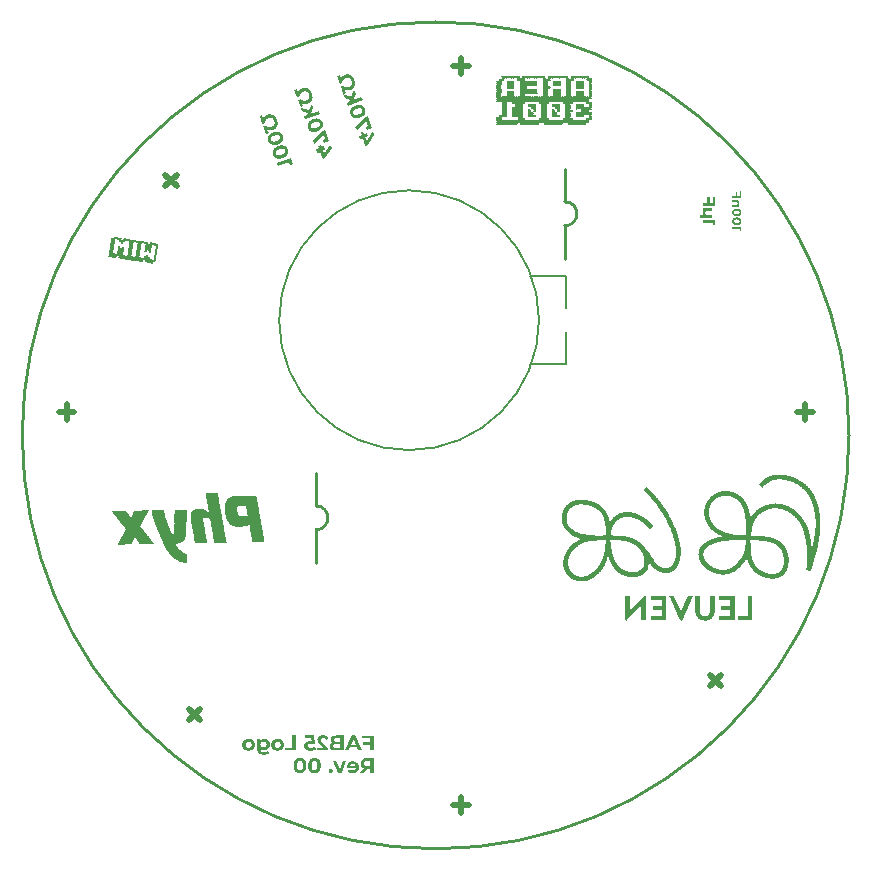
<source format=gbo>
G04*
G04 #@! TF.GenerationSoftware,Altium Limited,Altium Designer,25.0.2 (28)*
G04*
G04 Layer_Color=32896*
%FSLAX25Y25*%
%MOIN*%
G70*
G04*
G04 #@! TF.SameCoordinates,12EFF0D5-E88D-419E-9C59-EC29542AE5DB*
G04*
G04*
G04 #@! TF.FilePolarity,Positive*
G04*
G01*
G75*
%ADD10C,0.00787*%
%ADD13C,0.01000*%
%ADD38C,0.01968*%
%ADD39C,0.00984*%
G36*
X188920Y257605D02*
X188862D01*
Y257663D01*
X188920D01*
Y257605D01*
D02*
G37*
G36*
X188804Y257663D02*
Y257605D01*
X188862D01*
Y257546D01*
X188920D01*
Y257488D01*
X188862D01*
Y257430D01*
X188920D01*
Y257372D01*
X188862D01*
Y257314D01*
X188920D01*
Y257256D01*
X188862D01*
Y257198D01*
X188920Y257198D01*
Y257140D01*
X188862D01*
Y257082D01*
X188920Y257082D01*
Y257024D01*
X188862D01*
Y256966D01*
X188920D01*
Y256908D01*
X188862D01*
Y256850D01*
X188920D01*
Y256792D01*
X188978D01*
X188978Y256734D01*
X189036Y256734D01*
Y256792D01*
X189094D01*
Y256734D01*
X189152D01*
Y256792D01*
X189210D01*
X189210Y256734D01*
X189268D01*
Y256792D01*
X189326D01*
X189326Y256734D01*
X189384D01*
X189384Y256792D01*
X189442D01*
Y256734D01*
X189500D01*
Y256792D01*
X189558D01*
X189558Y256734D01*
X189616Y256734D01*
Y256792D01*
X189674D01*
Y256734D01*
X189733Y256734D01*
X189733Y256792D01*
X189790D01*
X189790Y256734D01*
Y256676D01*
Y256618D01*
X189790Y256560D01*
X189790Y256502D01*
X189733D01*
Y256444D01*
X189790D01*
Y256386D01*
X189790Y256328D01*
X189790Y256270D01*
Y256212D01*
X189790Y256154D01*
X189790Y256096D01*
Y256038D01*
X189733D01*
X189733Y255980D01*
X189790D01*
X189790Y255922D01*
Y255863D01*
Y255805D01*
X189790Y255748D01*
Y255689D01*
X189790Y255631D01*
Y255573D01*
X189733D01*
X189733Y255515D01*
X189790D01*
X189790Y255457D01*
Y255399D01*
X189790Y255341D01*
Y255283D01*
Y255225D01*
X189790Y255167D01*
X189790Y255109D01*
X189733D01*
Y255051D01*
X189790D01*
Y254993D01*
Y254935D01*
Y254877D01*
Y254819D01*
Y254761D01*
X189790Y254703D01*
X189790Y254645D01*
X189733D01*
Y254587D01*
X189790D01*
Y254529D01*
X189790Y254471D01*
Y254413D01*
X189790Y254355D01*
Y254297D01*
X189790Y254239D01*
X189790Y254181D01*
X189733D01*
Y254123D01*
X189790D01*
Y254065D01*
X189790Y254007D01*
X189790Y253948D01*
Y253890D01*
X189790Y253832D01*
X189790Y253774D01*
Y253716D01*
X189733D01*
Y253658D01*
X189790D01*
Y253600D01*
Y253542D01*
Y253484D01*
X189790Y253426D01*
X189790Y253368D01*
Y253310D01*
Y253252D01*
X189733D01*
Y253194D01*
X189790D01*
Y253136D01*
Y253078D01*
Y253020D01*
X189790Y252962D01*
X189790Y252904D01*
Y252846D01*
Y252788D01*
X189733Y252788D01*
Y252730D01*
X189790D01*
Y252672D01*
Y252614D01*
X189790Y252556D01*
X189790Y252498D01*
Y252440D01*
X189790Y252382D01*
Y252324D01*
X189733D01*
X189733Y252266D01*
X189790D01*
Y252207D01*
X189790Y252150D01*
Y252091D01*
X189790Y252033D01*
Y251975D01*
X189790Y251917D01*
X189790Y251859D01*
X189733D01*
Y251801D01*
X189790D01*
Y251743D01*
X189790Y251685D01*
X189790Y251627D01*
Y251569D01*
X189790Y251511D01*
X189790Y251453D01*
Y251395D01*
X189733D01*
X189733Y251337D01*
X189790D01*
Y251279D01*
X189790Y251221D01*
Y251163D01*
Y251105D01*
X189790Y251047D01*
X189790Y250989D01*
Y250931D01*
X189733D01*
X189733Y250873D01*
X189790D01*
Y250815D01*
X189790Y250757D01*
Y250699D01*
X189790Y250641D01*
X189790Y250583D01*
Y250525D01*
Y250467D01*
X189733Y250467D01*
Y250409D01*
X189790D01*
Y250350D01*
Y250292D01*
Y250234D01*
Y250176D01*
Y250118D01*
X189790Y250060D01*
Y250002D01*
X189790Y249944D01*
X189674Y249944D01*
Y249886D01*
X189616D01*
Y249944D01*
X189558Y249944D01*
Y249886D01*
X189500D01*
Y249944D01*
X189442D01*
Y249886D01*
X189384D01*
Y249944D01*
X189326D01*
Y249886D01*
X189268D01*
Y249944D01*
X189210Y249944D01*
X189210Y249886D01*
X189152D01*
Y249944D01*
X189094D01*
Y249886D01*
X189036D01*
Y249944D01*
X188978Y249944D01*
Y249886D01*
X188920D01*
Y249828D01*
X188862D01*
Y249770D01*
X188920D01*
Y249712D01*
X188862D01*
Y249654D01*
X188920D01*
Y249596D01*
X188862D01*
Y249538D01*
X188920D01*
Y249480D01*
X188862D01*
Y249422D01*
X188920D01*
Y249364D01*
X188862D01*
Y249306D01*
X188920D01*
Y249248D01*
X188862D01*
Y249190D01*
X188920D01*
Y249132D01*
X188862D01*
Y249074D01*
X189733D01*
X189733Y249016D01*
X189790D01*
X189790Y248958D01*
Y248900D01*
Y248842D01*
X189790Y248784D01*
Y248726D01*
X189790Y248668D01*
X189790Y248609D01*
X189733D01*
Y248552D01*
X189790D01*
X189790Y248494D01*
Y248435D01*
Y248377D01*
Y248319D01*
X189790Y248261D01*
X189790Y248203D01*
Y248145D01*
X189733D01*
X189733Y248087D01*
X189790D01*
X189790Y248029D01*
Y247971D01*
X189790Y247913D01*
X189790Y247855D01*
Y247797D01*
X189790Y247739D01*
X189790Y247681D01*
X189733D01*
Y247623D01*
X189790D01*
Y247565D01*
X189790Y247507D01*
Y247449D01*
X189790Y247391D01*
Y247333D01*
X189790Y247275D01*
X189790Y247217D01*
X189733D01*
Y247159D01*
X189790D01*
Y247101D01*
X189790Y247043D01*
X189790Y246985D01*
Y246927D01*
Y246869D01*
Y246811D01*
Y246753D01*
X189733D01*
Y246694D01*
X189790D01*
Y246636D01*
Y246578D01*
Y246520D01*
Y246462D01*
Y246404D01*
X189733D01*
Y246462D01*
X189674D01*
Y246404D01*
X189616D01*
Y246462D01*
X189558D01*
Y246404D01*
X189500Y246404D01*
Y246462D01*
X189442D01*
Y246404D01*
X189384Y246404D01*
Y246462D01*
X189326D01*
X189326Y246404D01*
X189268Y246404D01*
Y246462D01*
X189210D01*
X189210Y246404D01*
X189152Y246404D01*
Y246462D01*
X189094D01*
Y246404D01*
X189036Y246404D01*
Y246462D01*
X188978D01*
Y246404D01*
X188920D01*
Y246346D01*
X188862D01*
Y246288D01*
X188920D01*
Y246230D01*
X188862D01*
Y246172D01*
X188920D01*
Y246114D01*
X188862D01*
Y246056D01*
X188920D01*
Y245998D01*
X188862D01*
Y245940D01*
X188920D01*
Y245882D01*
X188862D01*
Y245824D01*
X188920D01*
Y245766D01*
X188862D01*
Y245708D01*
X188920D01*
Y245650D01*
X188862D01*
Y245592D01*
X188920D01*
Y245534D01*
X188978D01*
Y245592D01*
X189036D01*
Y245534D01*
X189094D01*
Y245592D01*
X189152D01*
Y245534D01*
X189210D01*
Y245592D01*
X189268Y245592D01*
Y245534D01*
X189326D01*
Y245592D01*
X189384Y245592D01*
Y245534D01*
X189442D01*
Y245592D01*
X189500D01*
Y245534D01*
X189558D01*
Y245592D01*
X189616Y245592D01*
Y245534D01*
X189674D01*
Y245592D01*
X189733D01*
X189733Y245534D01*
X189790D01*
Y245476D01*
X189790Y245418D01*
Y245360D01*
X189733D01*
X189733Y245302D01*
X189790D01*
Y245244D01*
X189790Y245186D01*
Y245128D01*
X189790Y245070D01*
Y245011D01*
X189790Y244953D01*
X189790Y244896D01*
X189733D01*
Y244837D01*
X189790D01*
Y244779D01*
Y244721D01*
Y244663D01*
Y244605D01*
Y244547D01*
Y244489D01*
Y244431D01*
X189733D01*
X189733Y244373D01*
X189790Y244373D01*
X189790Y244315D01*
Y244257D01*
X189790Y244199D01*
X189790Y244141D01*
Y244083D01*
X189790Y244025D01*
Y243967D01*
X189733D01*
X189733Y243909D01*
X189790D01*
Y243851D01*
X189790Y243793D01*
Y243735D01*
X189790Y243677D01*
X189790Y243619D01*
Y243561D01*
Y243503D01*
X189733D01*
X189733Y243445D01*
X189790D01*
X189790Y243387D01*
Y243329D01*
X189790Y243271D01*
X189790Y243213D01*
Y243155D01*
X189790Y243096D01*
Y243038D01*
X189733D01*
X189733Y242980D01*
X189790D01*
Y242922D01*
X189733D01*
X189733Y242864D01*
X189674D01*
Y242922D01*
X189616D01*
Y242864D01*
X189558D01*
X189558Y242922D01*
X189500D01*
Y242864D01*
X189442D01*
Y242922D01*
X189384D01*
X189384Y242864D01*
X189326D01*
X189326Y242922D01*
X189268D01*
Y242864D01*
X189210Y242864D01*
X189210Y242922D01*
X189152D01*
Y242864D01*
X189094Y242864D01*
Y242922D01*
X189036D01*
Y242864D01*
X188978D01*
X188978Y242922D01*
X188920D01*
Y242864D01*
X188862D01*
Y242806D01*
X188920D01*
Y242748D01*
X188862D01*
Y242690D01*
X188920D01*
Y242632D01*
X188862D01*
Y242574D01*
X188920D01*
Y242516D01*
X188862D01*
Y242458D01*
X188920D01*
Y242400D01*
X188862D01*
Y242342D01*
X188920D01*
Y242284D01*
X188862D01*
Y242226D01*
X188920D01*
Y242168D01*
X188862D01*
Y242110D01*
X188920D01*
Y242052D01*
X188746Y242052D01*
Y241994D01*
X188688D01*
Y242052D01*
X188630Y242052D01*
Y241994D01*
X188572D01*
Y242052D01*
X188514Y242052D01*
X188514Y241994D01*
X188456D01*
Y242052D01*
X188398D01*
Y241994D01*
X188340Y241994D01*
Y242052D01*
X188282D01*
Y241994D01*
X188224Y241994D01*
Y242052D01*
X188166D01*
Y241994D01*
X188108D01*
Y242052D01*
X188049Y242052D01*
Y241994D01*
X187991Y241994D01*
Y241936D01*
X187991Y241878D01*
X187991Y241820D01*
X188049Y241820D01*
Y241762D01*
X187991Y241762D01*
Y241704D01*
Y241646D01*
Y241588D01*
Y241530D01*
X187991Y241472D01*
Y241413D01*
X187991Y241355D01*
X188049Y241355D01*
Y241298D01*
X187991D01*
Y241239D01*
X187991Y241181D01*
Y241123D01*
X187934D01*
Y241181D01*
X187875Y241181D01*
Y241123D01*
X187817D01*
Y241181D01*
X187759Y241181D01*
Y241123D01*
X187701D01*
Y241181D01*
X187643Y241181D01*
Y241123D01*
X187585D01*
Y241181D01*
X187527Y241181D01*
X187527Y241123D01*
X187469D01*
X187469Y241181D01*
X187411D01*
X187411Y241123D01*
X187353D01*
Y241181D01*
X187295D01*
Y241123D01*
X187237D01*
Y241181D01*
X187179Y241181D01*
Y241123D01*
X187121D01*
Y241181D01*
X187063Y241181D01*
Y241123D01*
X187005D01*
Y241181D01*
X186947Y241181D01*
Y241123D01*
X186889D01*
Y241181D01*
X186831Y241181D01*
Y241123D01*
X186773D01*
Y241181D01*
X186715Y241181D01*
Y241123D01*
X186657D01*
Y241181D01*
X186599Y241181D01*
Y241123D01*
X186541D01*
Y241181D01*
X186483Y241181D01*
Y241123D01*
X186425D01*
Y241181D01*
X186367Y241181D01*
Y241123D01*
X186309D01*
Y241181D01*
X186250D01*
Y241123D01*
X186193D01*
Y241181D01*
X186135D01*
X186135Y241123D01*
X186076D01*
Y241181D01*
X186018D01*
Y241123D01*
X185960D01*
Y241181D01*
X185902Y241181D01*
Y241123D01*
X185844D01*
Y241181D01*
X185786Y241181D01*
Y241123D01*
X185728D01*
Y241181D01*
X185670Y241181D01*
Y241123D01*
X185612D01*
Y241181D01*
X185554Y241181D01*
Y241123D01*
X185496D01*
Y241181D01*
X185438Y241181D01*
Y241123D01*
X185380D01*
Y241181D01*
X185322Y241181D01*
Y241123D01*
X185264D01*
Y241181D01*
X185206Y241181D01*
Y241123D01*
X185148D01*
X185148Y241181D01*
X185090D01*
X185090Y241123D01*
X185032D01*
Y241181D01*
X184974D01*
Y241123D01*
X184916D01*
Y241181D01*
X184858Y241181D01*
Y241123D01*
X184800D01*
Y241181D01*
X184742D01*
Y241123D01*
X184684D01*
Y241181D01*
X184626D01*
Y241123D01*
X184568D01*
Y241181D01*
X184510D01*
Y241123D01*
X184451D01*
Y241181D01*
X184394D01*
Y241123D01*
X184335D01*
Y241181D01*
X184277D01*
Y241123D01*
X184219D01*
Y241181D01*
X184161D01*
Y241123D01*
X184103D01*
X184103Y241181D01*
X184045D01*
X184045Y241123D01*
X183987D01*
Y241181D01*
X183929D01*
Y241123D01*
X183871D01*
X183871Y241181D01*
X183813D01*
X183813Y241123D01*
X183755D01*
Y241181D01*
X183697D01*
Y241123D01*
X183639D01*
Y241181D01*
X183581Y241181D01*
Y241123D01*
X183523D01*
Y241181D01*
X183465Y241181D01*
Y241123D01*
X183407D01*
Y241181D01*
X183349Y241181D01*
Y241123D01*
X183291D01*
Y241181D01*
X183233D01*
Y241123D01*
X183175D01*
Y241181D01*
X183117Y241181D01*
Y241123D01*
X183059D01*
Y241181D01*
X183001Y241181D01*
Y241123D01*
X182943D01*
Y241181D01*
X182885D01*
Y241123D01*
X182827D01*
X182827Y241181D01*
X182769D01*
Y241123D01*
X182711D01*
Y241181D01*
X182652Y241181D01*
X182653Y241123D01*
X182595D01*
X182595Y241181D01*
X182536Y241181D01*
Y241123D01*
X182478D01*
Y241181D01*
X182420D01*
Y241123D01*
X182362D01*
Y241181D01*
X182304D01*
Y241123D01*
X182246D01*
Y241181D01*
X182188Y241181D01*
Y241123D01*
X182130D01*
Y241181D01*
X182072Y241181D01*
Y241123D01*
X182014D01*
Y241181D01*
X181956D01*
Y241123D01*
X181898D01*
Y241181D01*
X181840Y241181D01*
Y241123D01*
X181782D01*
X181782Y241181D01*
X181840Y241181D01*
X181840Y241239D01*
Y241298D01*
X181840Y241355D01*
X181782Y241355D01*
Y241413D01*
X181840D01*
Y241472D01*
X181840Y241530D01*
X181840Y241588D01*
X181782D01*
X181782Y241646D01*
X181840D01*
X181840Y241704D01*
X181840Y241762D01*
Y241820D01*
X181782D01*
X181782Y241878D01*
X181840D01*
X181840Y241936D01*
Y241994D01*
Y242052D01*
X181782D01*
Y241994D01*
X181724Y241994D01*
Y242052D01*
X181666D01*
X181666Y241994D01*
X181608D01*
Y242052D01*
X181550Y242052D01*
X181550Y241994D01*
X181492D01*
Y242052D01*
X181318Y242052D01*
Y241994D01*
X181260Y241994D01*
Y242052D01*
X181202D01*
Y241994D01*
X181144D01*
Y242052D01*
X181086Y242052D01*
Y241994D01*
X181028Y241994D01*
Y242052D01*
X180970D01*
Y241994D01*
X180912Y241994D01*
Y242052D01*
X180853D01*
Y241994D01*
X180796Y241994D01*
Y242052D01*
X180737D01*
Y241994D01*
X180679D01*
Y242052D01*
X180621D01*
Y241994D01*
X180563D01*
Y242052D01*
X180389D01*
Y241994D01*
X180331D01*
Y242052D01*
X180273Y242052D01*
X180273Y241994D01*
X180215D01*
Y242052D01*
X180157D01*
Y241994D01*
X180099Y241994D01*
Y242052D01*
X180041D01*
Y241994D01*
X180099D01*
Y241936D01*
X180041D01*
Y241878D01*
X180099D01*
X180099Y241820D01*
X180041Y241820D01*
X180041Y241762D01*
X180099D01*
X180099Y241704D01*
X180041D01*
Y241646D01*
X180099Y241646D01*
X180099Y241588D01*
X180041D01*
X180041Y241530D01*
X180099D01*
X180099Y241472D01*
X180041D01*
Y241413D01*
X180099D01*
Y241355D01*
X180041D01*
Y241298D01*
X180099D01*
Y241239D01*
X180041D01*
Y241181D01*
X179983Y241181D01*
Y241123D01*
X179925D01*
Y241181D01*
X179867Y241181D01*
Y241123D01*
X179809D01*
Y241181D01*
X179751D01*
Y241123D01*
X179693D01*
Y241181D01*
X179635Y241181D01*
Y241123D01*
X179577D01*
Y241181D01*
X179519Y241181D01*
Y241123D01*
X179461D01*
Y241181D01*
X179403Y241181D01*
Y241123D01*
X179345D01*
Y241181D01*
X179287D01*
Y241123D01*
X179229D01*
X179229Y241181D01*
X179171D01*
X179171Y241123D01*
X179113D01*
X179113Y241181D01*
X179054Y241181D01*
Y241123D01*
X178997D01*
Y241181D01*
X178938Y241181D01*
Y241123D01*
X178880D01*
Y241181D01*
X178822Y241181D01*
Y241123D01*
X178764D01*
Y241181D01*
X178706Y241181D01*
Y241123D01*
X178648D01*
Y241181D01*
X178590Y241181D01*
Y241123D01*
X178532D01*
Y241181D01*
X178474Y241181D01*
Y241123D01*
X178416D01*
Y241181D01*
X178358Y241181D01*
X178358Y241123D01*
X178300D01*
Y241181D01*
X178242Y241181D01*
Y241123D01*
X178184D01*
X178184Y241181D01*
X178126D01*
Y241123D01*
X178068D01*
Y241181D01*
X178010D01*
Y241123D01*
X177952D01*
X177952Y241181D01*
X177894D01*
X177894Y241123D01*
X177836D01*
Y241181D01*
X177778D01*
Y241123D01*
X177720D01*
Y241181D01*
X177662D01*
Y241123D01*
X177604D01*
Y241181D01*
X177546D01*
Y241123D01*
X177488D01*
Y241181D01*
X177430Y241181D01*
Y241123D01*
X177372D01*
Y241181D01*
X177314D01*
Y241123D01*
X177255D01*
Y241181D01*
X177198D01*
Y241123D01*
X177139D01*
Y241181D01*
X177081Y241181D01*
X177081Y241123D01*
X177023D01*
Y241181D01*
X176965Y241181D01*
Y241123D01*
X176907D01*
X176907Y241181D01*
X176849D01*
X176849Y241123D01*
X176791D01*
X176791Y241181D01*
X176733Y241181D01*
Y241123D01*
X176675D01*
Y241181D01*
X176617Y241181D01*
Y241123D01*
X176559D01*
Y241181D01*
X176501Y241181D01*
Y241123D01*
X176443D01*
Y241181D01*
X176385Y241181D01*
Y241123D01*
X176327D01*
Y241181D01*
X176269D01*
Y241123D01*
X176211D01*
Y241181D01*
X176153Y241181D01*
Y241123D01*
X176095D01*
Y241181D01*
X176037D01*
Y241123D01*
X175979D01*
Y241181D01*
X175921D01*
Y241123D01*
X175863D01*
X175863Y241181D01*
X175805D01*
X175805Y241123D01*
X175747D01*
Y241181D01*
X175689Y241181D01*
X175689Y241123D01*
X175631D01*
X175631Y241181D01*
X175573D01*
Y241123D01*
X175515D01*
Y241181D01*
X175457D01*
Y241123D01*
X175399D01*
Y241181D01*
X175340Y241181D01*
Y241123D01*
X175282D01*
Y241181D01*
X175224Y241181D01*
Y241123D01*
X175166D01*
Y241181D01*
X175108Y241181D01*
Y241123D01*
X175050D01*
Y241181D01*
X174992D01*
Y241123D01*
X174934D01*
Y241181D01*
X174876Y241181D01*
Y241123D01*
X174818D01*
Y241181D01*
X174760Y241181D01*
Y241123D01*
X174702D01*
Y241181D01*
X174644Y241181D01*
Y241123D01*
X174586D01*
X174586Y241181D01*
X174528D01*
Y241123D01*
X174470D01*
X174470Y241181D01*
X174412Y241181D01*
Y241123D01*
X174354D01*
X174354Y241181D01*
X174296D01*
Y241123D01*
X174238D01*
Y241181D01*
X174180D01*
Y241123D01*
X174122D01*
Y241181D01*
X174064Y241181D01*
Y241123D01*
X174006D01*
Y241181D01*
X173948Y241181D01*
Y241239D01*
X173890D01*
Y241298D01*
X173948D01*
Y241355D01*
X173890D01*
Y241413D01*
X173948D01*
Y241472D01*
X173890D01*
Y241530D01*
X173948D01*
X173948Y241588D01*
X173890D01*
Y241646D01*
X173948D01*
Y241704D01*
X173890D01*
Y241762D01*
X173948D01*
Y241820D01*
X173890D01*
Y241878D01*
X173948D01*
Y241936D01*
X173890D01*
Y241994D01*
X173832D01*
Y242052D01*
X173774Y242052D01*
Y241994D01*
X173716Y241994D01*
Y242052D01*
X173658D01*
Y241994D01*
X173600Y241994D01*
Y242052D01*
X173541D01*
Y241994D01*
X173483Y241994D01*
Y242052D01*
X173425D01*
X173425Y241994D01*
X173367D01*
Y242052D01*
X173309Y242052D01*
X173309Y241994D01*
X173251D01*
Y242052D01*
X173193D01*
Y241994D01*
X173135D01*
X173135Y242052D01*
X172961Y242052D01*
Y241994D01*
X172903Y241994D01*
Y242052D01*
X172845Y242052D01*
Y241994D01*
X172787D01*
Y242052D01*
X172729D01*
Y241994D01*
X172671D01*
Y242052D01*
X172613Y242052D01*
Y241994D01*
X172555Y241994D01*
Y242052D01*
X172497D01*
Y241994D01*
X172439D01*
Y242052D01*
X172381Y242052D01*
Y241994D01*
X172323D01*
Y242052D01*
X172265D01*
Y241994D01*
X172207D01*
Y242052D01*
X172149Y242052D01*
Y241994D01*
X172149Y241936D01*
Y241878D01*
X172207D01*
Y241820D01*
X172149D01*
Y241762D01*
X172207D01*
Y241704D01*
X172149D01*
X172149Y241646D01*
X172149Y241588D01*
X172149Y241530D01*
X172207D01*
Y241472D01*
X172149D01*
Y241413D01*
X172207D01*
Y241355D01*
X172149D01*
Y241298D01*
X172207D01*
Y241239D01*
X172149D01*
Y241181D01*
X172091Y241181D01*
Y241123D01*
X172033D01*
X172033Y241181D01*
X171975D01*
X171975Y241123D01*
X171917D01*
Y241181D01*
X171859Y241181D01*
Y241123D01*
X171800D01*
Y241181D01*
X171742Y241181D01*
Y241123D01*
X171684D01*
Y241181D01*
X171626Y241181D01*
Y241123D01*
X171568D01*
Y241181D01*
X171510Y241181D01*
Y241123D01*
X171452D01*
Y241181D01*
X171394D01*
Y241123D01*
X171336D01*
Y241181D01*
X171278Y241181D01*
Y241123D01*
X171220D01*
Y241181D01*
X171162Y241181D01*
Y241123D01*
X171104D01*
Y241181D01*
X171046Y241181D01*
Y241123D01*
X170988D01*
X170988Y241181D01*
X170930D01*
X170930Y241123D01*
X170872D01*
Y241181D01*
X170814D01*
Y241123D01*
X170756D01*
X170756Y241181D01*
X170698Y241181D01*
Y241123D01*
X170640D01*
Y241181D01*
X170582D01*
Y241123D01*
X170524D01*
Y241181D01*
X170466Y241181D01*
Y241123D01*
X170408D01*
Y241181D01*
X170350D01*
Y241123D01*
X170292D01*
Y241181D01*
X170234Y241181D01*
Y241123D01*
X170176D01*
Y241181D01*
X170118Y241181D01*
Y241123D01*
X170060D01*
Y241181D01*
X170001Y241181D01*
Y241123D01*
X169943D01*
X169943Y241181D01*
X169885D01*
Y241123D01*
X169827D01*
X169827Y241181D01*
X169769Y241181D01*
Y241123D01*
X169711D01*
X169711Y241181D01*
X169653D01*
X169653Y241123D01*
X169595D01*
Y241181D01*
X169537Y241181D01*
Y241123D01*
X169479D01*
Y241181D01*
X169421Y241181D01*
Y241123D01*
X169363D01*
Y241181D01*
X169305D01*
Y241123D01*
X169247D01*
Y241181D01*
X169189Y241181D01*
Y241123D01*
X169131D01*
Y241181D01*
X169073D01*
Y241123D01*
X169015D01*
Y241181D01*
X168957D01*
Y241123D01*
X168899D01*
Y241181D01*
X168841Y241181D01*
X168841Y241123D01*
X168783D01*
Y241181D01*
X168725D01*
Y241123D01*
X168667D01*
X168667Y241181D01*
X168609D01*
X168609Y241123D01*
X168551D01*
Y241181D01*
X168493D01*
Y241123D01*
X168435D01*
Y241181D01*
X168377Y241181D01*
Y241123D01*
X168319D01*
Y241181D01*
X168261D01*
Y241123D01*
X168202D01*
Y241181D01*
X168145Y241181D01*
Y241123D01*
X168086D01*
Y241181D01*
X168028D01*
Y241123D01*
X167970D01*
Y241181D01*
X167912Y241181D01*
Y241123D01*
X167854D01*
Y241181D01*
X167796Y241181D01*
Y241123D01*
X167738D01*
Y241181D01*
X167680Y241181D01*
Y241123D01*
X167622D01*
X167622Y241181D01*
X167564D01*
Y241123D01*
X167506D01*
X167506Y241181D01*
X167448Y241181D01*
Y241123D01*
X167390D01*
X167390Y241181D01*
X167332D01*
Y241123D01*
X167274D01*
Y241181D01*
X167216D01*
Y241123D01*
X167158D01*
Y241181D01*
X167100Y241181D01*
Y241123D01*
X167042D01*
Y241181D01*
X166984D01*
Y241123D01*
X166926D01*
Y241181D01*
X166868D01*
Y241123D01*
X166810D01*
Y241181D01*
X166752Y241181D01*
Y241123D01*
X166694D01*
Y241181D01*
X166636Y241181D01*
Y241123D01*
X166578D01*
Y241181D01*
X166520Y241181D01*
X166520Y241123D01*
X166462D01*
Y241181D01*
X166403Y241181D01*
Y241123D01*
X166346D01*
X166346Y241181D01*
X166287D01*
Y241123D01*
X166229D01*
X166229Y241181D01*
X166171D01*
X166171Y241123D01*
X166113D01*
X166113Y241181D01*
X166055D01*
X166055Y241123D01*
X165997D01*
Y241181D01*
Y241239D01*
Y241298D01*
Y241355D01*
Y241413D01*
Y241472D01*
Y241530D01*
Y241588D01*
Y241646D01*
X166055D01*
X166055Y241704D01*
X165997Y241704D01*
Y241762D01*
Y241820D01*
Y241878D01*
Y241936D01*
Y241994D01*
X165939D01*
Y242052D01*
X165881D01*
Y241994D01*
X165823D01*
Y242052D01*
X165765D01*
Y241994D01*
X165707D01*
Y242052D01*
X165533D01*
Y241994D01*
X165475D01*
Y242052D01*
X165417Y242052D01*
Y241994D01*
X165359Y241994D01*
Y242052D01*
X165301D01*
Y241994D01*
X165243Y241994D01*
Y242052D01*
X165127Y242052D01*
Y241994D01*
Y241936D01*
X165069Y241936D01*
Y241878D01*
X165127D01*
Y241820D01*
X165069D01*
Y241762D01*
X165127D01*
Y241704D01*
X165069Y241704D01*
X165069Y241646D01*
X165127D01*
Y241588D01*
X165069D01*
X165069Y241530D01*
X165127D01*
Y241472D01*
X165069Y241472D01*
Y241413D01*
X165127Y241413D01*
Y241355D01*
X165069Y241355D01*
Y241298D01*
X165127Y241298D01*
Y241239D01*
X165069Y241239D01*
Y241181D01*
X165011D01*
X165011Y241123D01*
X164953D01*
Y241181D01*
X164895Y241181D01*
X164895Y241123D01*
X164837D01*
Y241181D01*
X164779D01*
Y241123D01*
X164721D01*
Y241181D01*
X164663Y241181D01*
Y241123D01*
X164604D01*
Y241181D01*
X164547Y241181D01*
Y241123D01*
X164488D01*
Y241181D01*
X164430D01*
Y241123D01*
X164372D01*
Y241181D01*
X164314Y241181D01*
Y241123D01*
X164256D01*
Y241181D01*
X164198Y241181D01*
Y241123D01*
X164140D01*
Y241181D01*
X164082Y241181D01*
Y241123D01*
X164024D01*
X164024Y241181D01*
X163966D01*
X163966Y241123D01*
X163908D01*
Y241181D01*
X163850D01*
Y241123D01*
X163792D01*
Y241181D01*
X163734Y241181D01*
Y241123D01*
X163676D01*
Y241181D01*
X163618D01*
Y241123D01*
X163560D01*
Y241181D01*
X163502Y241181D01*
Y241123D01*
X163444D01*
Y241181D01*
X163386D01*
Y241123D01*
X163328D01*
Y241181D01*
X163270Y241181D01*
Y241123D01*
X163212D01*
Y241181D01*
X163154Y241181D01*
Y241123D01*
X163096D01*
Y241181D01*
X163038D01*
Y241123D01*
X162980D01*
Y241181D01*
X162922Y241181D01*
Y241123D01*
X162864D01*
Y241181D01*
X162805Y241181D01*
Y241123D01*
X162748D01*
Y241181D01*
X162689Y241181D01*
X162689Y241123D01*
X162631D01*
X162631Y241181D01*
X162573Y241181D01*
Y241123D01*
X162515D01*
Y241181D01*
X162457Y241181D01*
Y241123D01*
X162399D01*
Y241181D01*
X162341D01*
Y241123D01*
X162283D01*
Y241181D01*
X162225Y241181D01*
Y241123D01*
X162167D01*
Y241181D01*
X162109D01*
Y241123D01*
X162051D01*
Y241181D01*
X161993D01*
Y241123D01*
X161935D01*
Y241181D01*
X161877Y241181D01*
X161877Y241123D01*
X161819D01*
Y241181D01*
X161761Y241181D01*
X161761Y241123D01*
X161703D01*
X161703Y241181D01*
X161645D01*
X161645Y241123D01*
X161587D01*
X161587Y241181D01*
X161529Y241181D01*
Y241123D01*
X161471D01*
X161471Y241181D01*
X161413D01*
Y241123D01*
X161355D01*
Y241181D01*
X161297D01*
Y241123D01*
X161239D01*
Y241181D01*
X161181Y241181D01*
Y241123D01*
X161123D01*
Y241181D01*
X161065D01*
Y241123D01*
X161006D01*
Y241181D01*
X160949Y241181D01*
Y241123D01*
X160890D01*
Y241181D01*
X160832Y241181D01*
Y241123D01*
X160774D01*
Y241181D01*
X160716Y241181D01*
Y241123D01*
X160658D01*
Y241181D01*
X160600Y241181D01*
X160600Y241123D01*
X160542D01*
Y241181D01*
X160484Y241181D01*
Y241123D01*
X160426D01*
X160426Y241181D01*
X160368D01*
X160368Y241123D01*
X160310D01*
Y241181D01*
X160252Y241181D01*
X160252Y241123D01*
X160194D01*
Y241181D01*
X160136D01*
Y241123D01*
X160078D01*
Y241181D01*
X160020D01*
Y241123D01*
X159962D01*
Y241181D01*
X159904D01*
Y241123D01*
X159846D01*
Y241181D01*
X159788Y241181D01*
Y241123D01*
X159730D01*
Y241181D01*
X159672D01*
Y241123D01*
X159614D01*
Y241181D01*
X159556D01*
Y241123D01*
X159498D01*
Y241181D01*
X159440Y241181D01*
Y241123D01*
X159382D01*
X159382Y241181D01*
X159324D01*
Y241123D01*
X159265D01*
X159266Y241181D01*
X159207Y241181D01*
Y241123D01*
X159150D01*
X159150Y241181D01*
X159091D01*
X159091Y241123D01*
X159033D01*
Y241181D01*
X158975D01*
Y241123D01*
X158917D01*
Y241181D01*
X158859D01*
Y241123D01*
X158801D01*
Y241181D01*
X158743D01*
Y241123D01*
X158685D01*
Y241181D01*
X158627Y241181D01*
Y241123D01*
X158569D01*
Y241181D01*
X158511D01*
Y241123D01*
X158453D01*
Y241181D01*
X158395Y241181D01*
Y241123D01*
X158337D01*
Y241181D01*
X158279Y241181D01*
X158279Y241123D01*
X158221D01*
Y241181D01*
X158163Y241181D01*
Y241123D01*
X158105D01*
X158105Y241181D01*
X158047D01*
Y241239D01*
X158105D01*
Y241298D01*
X158047D01*
Y241355D01*
Y241413D01*
Y241472D01*
X158105D01*
X158105Y241530D01*
X158047D01*
Y241588D01*
Y241646D01*
Y241704D01*
X158105D01*
X158105Y241762D01*
X158047D01*
Y241820D01*
Y241878D01*
Y241936D01*
X158105D01*
X158105Y241994D01*
X158047D01*
Y242052D01*
Y242110D01*
Y242168D01*
X158105D01*
X158105Y242226D01*
X158047D01*
Y242284D01*
Y242342D01*
Y242400D01*
X158105D01*
X158105Y242458D01*
X158047D01*
Y242516D01*
Y242574D01*
Y242632D01*
X158105D01*
X158105Y242690D01*
X158047D01*
Y242748D01*
Y242806D01*
Y242864D01*
X158105D01*
X158105Y242922D01*
X158047D01*
Y242980D01*
Y243038D01*
Y243096D01*
X158105D01*
X158105Y243155D01*
X158047D01*
Y243213D01*
Y243271D01*
Y243329D01*
X158105D01*
X158105Y243387D01*
X158047D01*
Y243445D01*
Y243503D01*
Y243561D01*
X158105D01*
Y243619D01*
X158047D01*
Y243677D01*
Y243735D01*
Y243793D01*
X158105D01*
Y243735D01*
X158163D01*
Y243793D01*
X158221Y243793D01*
Y243735D01*
X158279D01*
Y243793D01*
X158337D01*
Y243735D01*
X158395D01*
Y243793D01*
X158453Y243793D01*
Y243735D01*
X158511D01*
Y243793D01*
X158569Y243793D01*
Y243735D01*
X158627D01*
X158627Y243793D01*
X158685D01*
Y243735D01*
X158743D01*
Y243793D01*
X158801D01*
X158801Y243735D01*
X158859D01*
Y243793D01*
X158917D01*
Y243851D01*
X158975D01*
Y243909D01*
X158917D01*
Y243967D01*
X158975D01*
Y244025D01*
X158917D01*
Y244083D01*
X158975D01*
Y244141D01*
X158917D01*
Y244199D01*
X158975D01*
Y244257D01*
X158917D01*
Y244315D01*
X158975D01*
Y244373D01*
X158917D01*
Y244431D01*
X158975D01*
Y244489D01*
X158917D01*
Y244547D01*
X158975D01*
Y244605D01*
X158917D01*
Y244663D01*
X159846D01*
Y244721D01*
Y244779D01*
Y244837D01*
Y244896D01*
Y244953D01*
Y245011D01*
Y245070D01*
Y245128D01*
Y245186D01*
Y245244D01*
Y245302D01*
Y245360D01*
Y245418D01*
Y245476D01*
Y245534D01*
Y245592D01*
Y245650D01*
Y245708D01*
Y245766D01*
Y245824D01*
Y245882D01*
Y245940D01*
Y245998D01*
Y246056D01*
Y246114D01*
Y246172D01*
Y246230D01*
Y246288D01*
Y246346D01*
Y246404D01*
Y246462D01*
Y246520D01*
Y246578D01*
Y246636D01*
Y246694D01*
Y246753D01*
Y246811D01*
Y246869D01*
Y246927D01*
Y246985D01*
Y247043D01*
Y247101D01*
Y247159D01*
Y247217D01*
Y247275D01*
Y247333D01*
Y247391D01*
Y247449D01*
Y247507D01*
Y247565D01*
Y247623D01*
Y247681D01*
Y247739D01*
Y247797D01*
Y247855D01*
Y247913D01*
Y247971D01*
Y248029D01*
Y248087D01*
Y248145D01*
Y248203D01*
Y248261D01*
Y248319D01*
Y248377D01*
Y248435D01*
Y248494D01*
Y248552D01*
Y248609D01*
Y248668D01*
Y248726D01*
Y248784D01*
Y248842D01*
Y248900D01*
Y248958D01*
Y249016D01*
Y249074D01*
X159788Y249074D01*
Y249016D01*
X159730D01*
Y249074D01*
X159556Y249074D01*
Y249016D01*
X159498Y249016D01*
Y249074D01*
X159556Y249074D01*
Y249132D01*
X159498D01*
Y249074D01*
X159324D01*
Y249016D01*
X159265Y249016D01*
X159266Y249074D01*
X159091D01*
X159091Y249016D01*
X159033D01*
Y249074D01*
X158859D01*
Y249016D01*
X158801D01*
Y249074D01*
X158627D01*
Y249132D01*
X158569D01*
Y249074D01*
X158627D01*
Y249016D01*
X158569D01*
Y249074D01*
X158395D01*
Y249016D01*
X158337D01*
Y249074D01*
X158163D01*
Y249016D01*
X158105D01*
X158105Y249074D01*
X158047D01*
Y249132D01*
X158105D01*
Y249190D01*
X158047Y249190D01*
Y249248D01*
Y249306D01*
Y249364D01*
X158105D01*
X158105Y249422D01*
X158047D01*
Y249480D01*
Y249538D01*
Y249596D01*
X158105D01*
X158105Y249654D01*
X158047D01*
Y249712D01*
Y249770D01*
Y249828D01*
X158105D01*
X158105Y249886D01*
X158047D01*
Y249944D01*
Y250002D01*
Y250060D01*
X158105D01*
X158105Y250118D01*
X158047D01*
Y250176D01*
Y250234D01*
Y250292D01*
X158105D01*
Y250350D01*
X158047D01*
Y250409D01*
Y250467D01*
Y250525D01*
X158105D01*
Y250583D01*
X158047D01*
Y250641D01*
Y250699D01*
Y250757D01*
X158105D01*
X158105Y250815D01*
X158047D01*
Y250873D01*
Y250931D01*
Y250989D01*
X158105D01*
X158105Y251047D01*
X158047D01*
Y251105D01*
Y251163D01*
Y251221D01*
X158105D01*
X158105Y251279D01*
X158047D01*
Y251337D01*
Y251395D01*
Y251453D01*
X158105D01*
X158105Y251511D01*
X158047D01*
Y251569D01*
Y251627D01*
Y251685D01*
X158105D01*
X158105Y251743D01*
X158047D01*
Y251801D01*
Y251859D01*
Y251917D01*
X158105D01*
X158105Y251975D01*
X158047D01*
Y252033D01*
Y252091D01*
Y252150D01*
X158105D01*
X158105Y252207D01*
X158047D01*
Y252266D01*
Y252324D01*
Y252382D01*
X158105D01*
X158105Y252440D01*
X158047D01*
Y252498D01*
Y252556D01*
Y252614D01*
X158105D01*
X158105Y252672D01*
X158047D01*
Y252730D01*
Y252788D01*
Y252846D01*
X158105D01*
Y252904D01*
X158047D01*
Y252962D01*
Y253020D01*
Y253078D01*
X158105D01*
Y253136D01*
X158047D01*
Y253194D01*
Y253252D01*
Y253310D01*
X158105D01*
Y253368D01*
X158047D01*
Y253426D01*
Y253484D01*
Y253542D01*
X158105D01*
Y253600D01*
X158047D01*
Y253658D01*
Y253716D01*
Y253774D01*
X158105D01*
X158105Y253832D01*
X158047D01*
Y253890D01*
Y253948D01*
Y254007D01*
X158105D01*
X158105Y254065D01*
X158047D01*
Y254123D01*
Y254181D01*
Y254239D01*
X158105D01*
X158105Y254297D01*
X158047D01*
Y254355D01*
Y254413D01*
Y254471D01*
X158105D01*
X158105Y254529D01*
X158047D01*
Y254587D01*
Y254645D01*
Y254703D01*
X158105D01*
X158105Y254761D01*
X158047D01*
Y254819D01*
Y254877D01*
Y254935D01*
X158105D01*
Y254993D01*
X158047D01*
Y255051D01*
Y255109D01*
Y255167D01*
X158105D01*
X158105Y255225D01*
X158047D01*
Y255283D01*
Y255341D01*
Y255399D01*
X158105D01*
Y255457D01*
X158047D01*
Y255515D01*
Y255573D01*
Y255631D01*
X158105D01*
X158105Y255689D01*
X158047D01*
Y255748D01*
Y255805D01*
Y255863D01*
X158105D01*
Y255922D01*
X158917Y255922D01*
Y255980D01*
Y256038D01*
Y256096D01*
Y256154D01*
Y256212D01*
Y256270D01*
Y256328D01*
Y256386D01*
Y256444D01*
Y256502D01*
Y256560D01*
Y256618D01*
Y256676D01*
Y256734D01*
X158975D01*
Y256792D01*
X159033D01*
Y256734D01*
X159091Y256734D01*
X159091Y256792D01*
X159150D01*
X159150Y256734D01*
X159207Y256734D01*
Y256792D01*
X159265D01*
X159266Y256734D01*
X159324D01*
Y256792D01*
X159382D01*
X159382Y256734D01*
X159440Y256734D01*
Y256792D01*
X159498D01*
Y256734D01*
X159556D01*
X159556Y256792D01*
X159614D01*
X159614Y256734D01*
X159672D01*
Y256792D01*
X159730D01*
Y256850D01*
X159788D01*
Y256908D01*
X159730D01*
Y256966D01*
X159788Y256966D01*
Y257024D01*
X159730D01*
Y257082D01*
X159788D01*
Y257140D01*
X159730D01*
Y257198D01*
X159788D01*
Y257256D01*
X159730D01*
Y257314D01*
X159788D01*
Y257372D01*
X159730D01*
Y257430D01*
X159788D01*
Y257488D01*
X159730D01*
Y257546D01*
X159788D01*
Y257605D01*
X159846D01*
Y257663D01*
X159904Y257663D01*
Y257605D01*
X159962D01*
Y257663D01*
X160020Y257663D01*
Y257605D01*
X160078D01*
Y257663D01*
X160136Y257663D01*
Y257605D01*
X160194D01*
Y257663D01*
X160252D01*
X160252Y257605D01*
X160310D01*
Y257663D01*
X160368Y257663D01*
X160368Y257605D01*
X160426D01*
X160426Y257663D01*
X160484Y257663D01*
Y257605D01*
X160542D01*
Y257663D01*
X160600D01*
X160600Y257605D01*
X160658D01*
Y257663D01*
X160716D01*
Y257605D01*
X160774D01*
Y257663D01*
X160832D01*
Y257605D01*
X160890D01*
Y257663D01*
X160949D01*
Y257605D01*
X161006D01*
Y257663D01*
X161065Y257663D01*
Y257605D01*
X161123D01*
Y257663D01*
X161181D01*
Y257605D01*
X161239D01*
Y257663D01*
X161297Y257663D01*
Y257605D01*
X161355D01*
Y257663D01*
X161413Y257663D01*
Y257605D01*
X161471D01*
X161471Y257663D01*
X161529Y257663D01*
Y257605D01*
X161587D01*
X161587Y257663D01*
X161645D01*
X161645Y257605D01*
X161703D01*
X161703Y257663D01*
X161761D01*
X161761Y257605D01*
X161819D01*
Y257663D01*
X161877Y257663D01*
X161877Y257605D01*
X161935D01*
Y257663D01*
X161993D01*
Y257605D01*
X162051D01*
Y257663D01*
X162109D01*
Y257605D01*
X162167D01*
Y257663D01*
X162225D01*
Y257605D01*
X162283D01*
Y257663D01*
X162341Y257663D01*
Y257605D01*
X162399D01*
Y257663D01*
X162457D01*
Y257605D01*
X162515D01*
Y257663D01*
X162573Y257663D01*
Y257605D01*
X162631D01*
X162631Y257663D01*
X162689D01*
X162689Y257605D01*
X162748D01*
Y257663D01*
X162805D01*
Y257605D01*
X162864D01*
Y257663D01*
X162922D01*
Y257605D01*
X162980D01*
Y257663D01*
X163038D01*
Y257605D01*
X163096D01*
Y257663D01*
X163154Y257663D01*
Y257605D01*
X163212D01*
Y257663D01*
X163270D01*
Y257605D01*
X163328D01*
Y257663D01*
X163386Y257663D01*
Y257605D01*
X163444D01*
Y257663D01*
X163502D01*
Y257605D01*
X163560D01*
Y257663D01*
X163618Y257663D01*
Y257605D01*
X163676D01*
Y257663D01*
X163734Y257663D01*
Y257605D01*
X163792D01*
Y257663D01*
X163850D01*
Y257605D01*
X163908D01*
Y257663D01*
X163966Y257663D01*
X163966Y257605D01*
X164024D01*
X164024Y257663D01*
X164082Y257663D01*
Y257605D01*
X164140D01*
Y257663D01*
X164198D01*
Y257605D01*
X164256D01*
Y257663D01*
X164314D01*
Y257605D01*
X164372D01*
Y257663D01*
X164430Y257663D01*
Y257605D01*
X164488D01*
Y257663D01*
X164547D01*
Y257605D01*
X164604D01*
Y257663D01*
X164663D01*
Y257605D01*
X164721D01*
Y257663D01*
X164779Y257663D01*
Y257605D01*
X164837D01*
Y257663D01*
X164895D01*
X164895Y257605D01*
X164953D01*
Y257663D01*
X165011Y257663D01*
X165011Y257605D01*
X165069D01*
X165069Y257663D01*
X165127Y257663D01*
Y257605D01*
X165185D01*
X165185Y257663D01*
X165243D01*
Y257605D01*
X165301D01*
X165301Y257663D01*
X165359Y257663D01*
Y257605D01*
X165417D01*
Y257663D01*
X165475Y257663D01*
Y257605D01*
X165533D01*
Y257663D01*
X165591D01*
Y257605D01*
X165649D01*
Y257663D01*
X165707Y257663D01*
Y257605D01*
X165765D01*
X165765Y257546D01*
X165765Y257488D01*
Y257430D01*
X165823D01*
Y257372D01*
X165765D01*
Y257314D01*
Y257256D01*
Y257198D01*
X165823D01*
Y257140D01*
X165765D01*
Y257082D01*
Y257024D01*
Y256966D01*
X165823D01*
X165823Y256908D01*
X165765Y256908D01*
Y256850D01*
Y256792D01*
Y256734D01*
X165823Y256734D01*
X165823Y256792D01*
X165881D01*
X165881Y256734D01*
X165939Y256734D01*
Y256792D01*
X165997D01*
Y256734D01*
X166055Y256734D01*
X166055Y256792D01*
X166113D01*
X166113Y256734D01*
X166171D01*
X166171Y256792D01*
X166229D01*
X166229Y256734D01*
X166287D01*
Y256792D01*
X166346D01*
X166346Y256734D01*
X166403Y256734D01*
Y256792D01*
X166462D01*
Y256734D01*
X166520D01*
X166520Y256792D01*
X166578D01*
D01*
X166578D01*
X166578Y256850D01*
X166636D01*
Y256908D01*
X166578D01*
X166578Y256966D01*
X166636D01*
Y257024D01*
X166578D01*
Y257082D01*
X166636D01*
Y257140D01*
X166578D01*
Y257198D01*
X166636D01*
Y257256D01*
X166578D01*
Y257314D01*
X166636D01*
Y257372D01*
X166578D01*
Y257430D01*
X166636D01*
Y257488D01*
X166578D01*
X166578Y257546D01*
X166636D01*
X166636Y257605D01*
X166694D01*
Y257663D01*
X166752D01*
Y257605D01*
X166810D01*
Y257663D01*
X166868Y257663D01*
Y257605D01*
X166926D01*
Y257663D01*
X166984Y257663D01*
Y257605D01*
X167042D01*
Y257663D01*
X167100D01*
Y257605D01*
X167158D01*
Y257663D01*
X167216Y257663D01*
Y257605D01*
X167274D01*
Y257663D01*
X167332Y257663D01*
Y257605D01*
X167390D01*
X167390Y257663D01*
X167448Y257663D01*
Y257605D01*
X167506D01*
X167506Y257663D01*
X167564D01*
Y257605D01*
X167622D01*
X167622Y257663D01*
X167680Y257663D01*
Y257605D01*
X167738D01*
Y257663D01*
X167796D01*
Y257605D01*
X167854D01*
Y257663D01*
X167912D01*
Y257605D01*
X167970D01*
Y257663D01*
X168028Y257663D01*
Y257605D01*
X168086D01*
Y257663D01*
X168145D01*
Y257605D01*
X168202D01*
Y257663D01*
X168261Y257663D01*
Y257605D01*
X168319D01*
Y257663D01*
X168377D01*
Y257605D01*
X168435D01*
Y257663D01*
X168493Y257663D01*
Y257605D01*
X168551D01*
Y257663D01*
X168609Y257663D01*
X168609Y257605D01*
X168667D01*
X168667Y257663D01*
X168725Y257663D01*
Y257605D01*
X168783D01*
Y257663D01*
X168841Y257663D01*
X168841Y257605D01*
X168899D01*
Y257663D01*
X168957D01*
Y257605D01*
X169015D01*
Y257663D01*
X169073D01*
Y257605D01*
X169131D01*
Y257663D01*
X169189D01*
Y257605D01*
X169247D01*
Y257663D01*
X169305Y257663D01*
Y257605D01*
X169363D01*
Y257663D01*
X169421D01*
Y257605D01*
X169479D01*
Y257663D01*
X169537D01*
Y257605D01*
X169595D01*
Y257663D01*
X169653Y257663D01*
X169653Y257605D01*
X169711D01*
X169711Y257663D01*
X169769Y257663D01*
Y257605D01*
X169827D01*
X169827Y257663D01*
X169885D01*
Y257605D01*
X169943D01*
X169943Y257663D01*
X170001Y257663D01*
Y257605D01*
X170060D01*
Y257663D01*
X170118D01*
Y257605D01*
X170176D01*
Y257663D01*
X170234D01*
Y257605D01*
X170292D01*
Y257663D01*
X170350Y257663D01*
Y257605D01*
X170408D01*
Y257663D01*
X170466D01*
Y257605D01*
X170524D01*
Y257663D01*
X170582Y257663D01*
Y257605D01*
X170640D01*
Y257663D01*
X170698D01*
Y257605D01*
X170756D01*
X170756Y257663D01*
X170814Y257663D01*
Y257605D01*
X170872D01*
Y257663D01*
X170930Y257663D01*
X170930Y257605D01*
X170988D01*
X170988Y257663D01*
X171046Y257663D01*
Y257605D01*
X171104D01*
Y257663D01*
X171162D01*
Y257605D01*
X171220D01*
Y257663D01*
X171278D01*
Y257605D01*
X171336D01*
Y257663D01*
X171394Y257663D01*
Y257605D01*
X171452D01*
Y257663D01*
X171510D01*
Y257605D01*
X171568D01*
Y257663D01*
X171626D01*
Y257605D01*
X171684D01*
Y257663D01*
X171742D01*
Y257605D01*
X171800D01*
Y257663D01*
X171859D01*
Y257605D01*
X171917D01*
Y257663D01*
X171975Y257663D01*
X171975Y257605D01*
X172033D01*
X172033Y257663D01*
X172091Y257663D01*
Y257605D01*
X172149D01*
X172149Y257663D01*
X172207D01*
Y257605D01*
X172265D01*
X172265Y257663D01*
X172323Y257663D01*
Y257605D01*
X172381D01*
Y257663D01*
X172439D01*
X172439Y257605D01*
X172497D01*
Y257663D01*
X172555D01*
Y257605D01*
X172613D01*
Y257663D01*
X172671Y257663D01*
Y257605D01*
X172729D01*
Y257663D01*
X172787D01*
Y257605D01*
X172845D01*
Y257663D01*
X172903Y257663D01*
Y257605D01*
X172961D01*
Y257663D01*
X173019D01*
Y257605D01*
X173077D01*
Y257663D01*
X173135D01*
X173135Y257605D01*
X173193D01*
Y257663D01*
X173251Y257663D01*
X173251Y257605D01*
X173309D01*
X173309Y257663D01*
X173367Y257663D01*
Y257605D01*
X173425D01*
X173425Y257663D01*
X173483D01*
Y257605D01*
X173541D01*
X173541Y257663D01*
X173600Y257663D01*
Y257605D01*
X173658D01*
Y257663D01*
X173716D01*
Y257605D01*
X173774D01*
Y257663D01*
X173832Y257663D01*
Y257605D01*
X173890D01*
Y257663D01*
X173948D01*
Y257605D01*
X174006D01*
Y257663D01*
X174064D01*
Y257605D01*
X174122D01*
Y257663D01*
X174180Y257663D01*
Y257605D01*
X174238D01*
Y257663D01*
X174296Y257663D01*
Y257605D01*
X174354D01*
Y257546D01*
Y257488D01*
Y257430D01*
Y257372D01*
Y257314D01*
Y257256D01*
X174354Y257198D01*
X174354Y257140D01*
Y257082D01*
X174354Y257024D01*
Y256966D01*
X174354Y256908D01*
Y256850D01*
X174354Y256792D01*
X174354Y256734D01*
X174412Y256734D01*
Y256792D01*
X174470D01*
X174470Y256734D01*
X174528D01*
Y256792D01*
X174586D01*
X174586Y256734D01*
X174644Y256734D01*
Y256792D01*
X174702D01*
Y256734D01*
X174760D01*
Y256792D01*
X174818D01*
Y256734D01*
X174876D01*
Y256792D01*
X174934D01*
Y256734D01*
X174992D01*
X174992Y256792D01*
X175050D01*
X175050Y256734D01*
X175108D01*
X175108Y256792D01*
X175166Y256792D01*
Y256850D01*
X175224D01*
Y256908D01*
X175166D01*
Y256966D01*
X175224Y256966D01*
X175224Y257024D01*
X175166D01*
Y257082D01*
X175224D01*
Y257140D01*
X175166D01*
Y257198D01*
X175224D01*
Y257256D01*
X175166D01*
Y257314D01*
X175224D01*
Y257372D01*
X175166D01*
Y257430D01*
X175224D01*
Y257488D01*
X175166D01*
Y257546D01*
X175224D01*
Y257605D01*
X175282D01*
Y257663D01*
X175340D01*
Y257605D01*
X175399D01*
Y257663D01*
X175457Y257663D01*
Y257605D01*
X175515D01*
Y257663D01*
X175573Y257663D01*
Y257605D01*
X175631D01*
X175631Y257663D01*
X175689D01*
X175689Y257605D01*
X175747D01*
Y257663D01*
X175805Y257663D01*
X175805Y257605D01*
X175863D01*
X175863Y257663D01*
X175921Y257663D01*
Y257605D01*
X175979D01*
Y257663D01*
X176037D01*
Y257605D01*
X176095D01*
Y257663D01*
X176153D01*
Y257605D01*
X176211D01*
Y257663D01*
X176269Y257663D01*
Y257605D01*
X176327D01*
Y257663D01*
X176385D01*
Y257605D01*
X176443D01*
Y257663D01*
X176501D01*
Y257605D01*
X176559D01*
Y257663D01*
X176617D01*
Y257605D01*
X176675D01*
Y257663D01*
X176733Y257663D01*
Y257605D01*
X176791D01*
X176791Y257663D01*
X176849D01*
X176849Y257605D01*
X176907D01*
X176907Y257663D01*
X176965Y257663D01*
Y257605D01*
X177023D01*
Y257663D01*
X177081D01*
X177081Y257605D01*
X177139D01*
Y257663D01*
X177198D01*
Y257605D01*
X177255D01*
Y257663D01*
X177314D01*
Y257605D01*
X177372D01*
Y257663D01*
X177430D01*
Y257605D01*
X177488D01*
Y257663D01*
X177546Y257663D01*
Y257605D01*
X177604D01*
Y257663D01*
X177662D01*
Y257605D01*
X177720D01*
Y257663D01*
X177778D01*
Y257605D01*
X177836D01*
Y257663D01*
X177894Y257663D01*
X177894Y257605D01*
X177952D01*
X177952Y257663D01*
X178010Y257663D01*
Y257605D01*
X178068D01*
Y257663D01*
X178126Y257663D01*
Y257605D01*
X178184D01*
X178184Y257663D01*
X178242Y257663D01*
Y257605D01*
X178300D01*
Y257663D01*
X178358D01*
X178358Y257605D01*
X178416D01*
Y257663D01*
X178474D01*
Y257605D01*
X178532D01*
Y257663D01*
X178590D01*
Y257605D01*
X178648D01*
Y257663D01*
X178706D01*
Y257605D01*
X178764D01*
Y257663D01*
X178822D01*
Y257605D01*
X178880D01*
Y257663D01*
X178938D01*
Y257605D01*
X178997D01*
Y257663D01*
X179054Y257663D01*
Y257605D01*
X179113D01*
X179113Y257663D01*
X179171D01*
X179171Y257605D01*
X179229D01*
X179229Y257663D01*
X179287Y257663D01*
Y257605D01*
X179345D01*
Y257663D01*
X179403Y257663D01*
Y257605D01*
X179461D01*
Y257663D01*
X179519D01*
Y257605D01*
X179577D01*
Y257663D01*
X179635D01*
Y257605D01*
X179693D01*
Y257663D01*
X179751D01*
Y257605D01*
X179809D01*
Y257663D01*
X179867Y257663D01*
Y257605D01*
X179925D01*
Y257663D01*
X179983D01*
Y257605D01*
X180041D01*
Y257663D01*
X180099D01*
Y257605D01*
X180157D01*
Y257663D01*
X180215Y257663D01*
X180215Y257605D01*
X180273D01*
X180273Y257663D01*
X180331Y257663D01*
Y257605D01*
X180389D01*
X180389Y257663D01*
X180447D01*
Y257605D01*
X180505D01*
X180505Y257663D01*
X180563Y257663D01*
Y257605D01*
X180621D01*
Y257663D01*
X180679Y257663D01*
X180679Y257605D01*
X180737D01*
Y257663D01*
X180796D01*
Y257605D01*
X180853D01*
Y257663D01*
X180912D01*
Y257605D01*
X180970D01*
Y257663D01*
X181028D01*
Y257605D01*
X181086D01*
Y257663D01*
X181144Y257663D01*
Y257605D01*
X181202D01*
Y257663D01*
X181260D01*
Y257605D01*
X181318D01*
Y257663D01*
X181376Y257663D01*
Y257605D01*
X181434D01*
Y257663D01*
X181492Y257663D01*
X181492Y257605D01*
X181550D01*
X181550Y257663D01*
X181608D01*
X181608Y257605D01*
X181666D01*
X181666Y257663D01*
X181724D01*
Y257605D01*
X181782D01*
X181782Y257663D01*
X181840Y257663D01*
Y257605D01*
X181898D01*
Y257663D01*
X181956Y257663D01*
Y257605D01*
X182014D01*
Y257663D01*
X182072D01*
Y257605D01*
X182072Y257546D01*
X182072Y257488D01*
X182014D01*
Y257430D01*
X182072D01*
Y257372D01*
X182014D01*
Y257314D01*
X182072D01*
Y257256D01*
X182014D01*
Y257198D01*
X182072D01*
Y257140D01*
X182014D01*
Y257082D01*
X182072D01*
Y257024D01*
X182014D01*
Y256966D01*
X182072D01*
Y256908D01*
X182014Y256908D01*
Y256850D01*
X182072D01*
Y256792D01*
X182130D01*
Y256734D01*
X182188D01*
X182188Y256792D01*
X182246D01*
Y256734D01*
X182304Y256734D01*
Y256792D01*
X182362D01*
X182362Y256734D01*
X182420Y256734D01*
Y256792D01*
X182478D01*
Y256734D01*
X182536D01*
Y256792D01*
X182595D01*
X182595Y256734D01*
X182652D01*
X182653Y256792D01*
X182711D01*
Y256734D01*
X182769Y256734D01*
Y256792D01*
X182827D01*
X182827Y256734D01*
X182885Y256734D01*
Y256792D01*
X182943D01*
Y256850D01*
X182885D01*
Y256908D01*
X182943D01*
Y256966D01*
X182885D01*
Y257024D01*
X182943D01*
Y257082D01*
X182885D01*
Y257140D01*
Y257198D01*
Y257256D01*
X182943D01*
Y257314D01*
X182885D01*
Y257372D01*
X182943D01*
Y257430D01*
X182885D01*
Y257488D01*
X182943D01*
X182943Y257546D01*
X182885Y257546D01*
Y257605D01*
X182943D01*
Y257663D01*
X183001Y257663D01*
Y257605D01*
X183059D01*
Y257663D01*
X183117D01*
Y257605D01*
X183175D01*
Y257663D01*
X183233Y257663D01*
Y257605D01*
X183291D01*
Y257663D01*
X183349D01*
Y257605D01*
X183407D01*
Y257663D01*
X183465D01*
Y257605D01*
X183523D01*
Y257663D01*
X183581D01*
Y257605D01*
X183639D01*
Y257663D01*
X183697Y257663D01*
Y257605D01*
X183755D01*
Y257663D01*
X183813Y257663D01*
X183813Y257605D01*
X183871D01*
X183871Y257663D01*
X183929Y257663D01*
Y257605D01*
X183987D01*
Y257663D01*
X184045Y257663D01*
X184045Y257605D01*
X184103D01*
X184103Y257663D01*
X184161Y257663D01*
Y257605D01*
X184219D01*
Y257663D01*
X184277D01*
Y257605D01*
X184335D01*
Y257663D01*
X184394D01*
Y257605D01*
X184451D01*
Y257663D01*
X184510D01*
Y257605D01*
X184568D01*
Y257663D01*
X184626D01*
Y257605D01*
X184684D01*
Y257663D01*
X184742D01*
Y257605D01*
X184800D01*
Y257663D01*
X184858D01*
Y257605D01*
X184916D01*
Y257663D01*
X184974Y257663D01*
Y257605D01*
X185032D01*
Y257663D01*
X185090Y257663D01*
X185090Y257605D01*
X185148D01*
X185148Y257663D01*
X185206Y257663D01*
Y257605D01*
X185264D01*
Y257663D01*
X185322D01*
Y257605D01*
X185380D01*
Y257663D01*
X185438D01*
Y257605D01*
X185496D01*
Y257663D01*
X185554D01*
Y257605D01*
X185612D01*
Y257663D01*
X185670D01*
Y257605D01*
X185728D01*
Y257663D01*
X185786D01*
Y257605D01*
X185844D01*
Y257663D01*
X185902D01*
Y257605D01*
X185960D01*
Y257663D01*
X186018Y257663D01*
Y257605D01*
X186076D01*
Y257663D01*
X186135Y257663D01*
X186135Y257605D01*
X186193D01*
Y257663D01*
X186250Y257663D01*
Y257605D01*
X186309D01*
Y257663D01*
X186367Y257663D01*
Y257605D01*
X186425D01*
Y257663D01*
X186483D01*
Y257605D01*
X186541D01*
Y257663D01*
X186599D01*
Y257605D01*
X186657D01*
Y257663D01*
X186715D01*
Y257605D01*
X186773D01*
Y257663D01*
X186831D01*
Y257605D01*
X186889D01*
Y257663D01*
X186947D01*
Y257605D01*
X187005D01*
Y257663D01*
X187063D01*
Y257605D01*
X187121D01*
Y257663D01*
X187179D01*
Y257605D01*
X187237D01*
Y257663D01*
X187295Y257663D01*
Y257605D01*
X187353D01*
Y257663D01*
X187411Y257663D01*
X187411Y257605D01*
X187469D01*
X187469Y257663D01*
X187527D01*
X187527Y257605D01*
X187585D01*
Y257663D01*
X187643Y257663D01*
Y257605D01*
X187701D01*
Y257663D01*
X187759D01*
Y257605D01*
X187817D01*
Y257663D01*
X187875D01*
Y257605D01*
X187934D01*
Y257663D01*
X187991D01*
Y257605D01*
X188049D01*
Y257663D01*
X188108Y257663D01*
Y257605D01*
X188166D01*
Y257663D01*
X188224D01*
Y257605D01*
X188282D01*
Y257663D01*
X188340D01*
Y257605D01*
X188398D01*
Y257663D01*
X188456Y257663D01*
X188456Y257605D01*
X188514D01*
X188514Y257663D01*
X188572D01*
X188572Y257605D01*
X188630D01*
X188630Y257663D01*
X188688D01*
Y257605D01*
X188746D01*
X188746Y257663D01*
X188804Y257663D01*
D02*
G37*
G36*
X165823Y257605D02*
X165765D01*
Y257663D01*
X165823D01*
Y257605D01*
D02*
G37*
G36*
X180099Y241994D02*
Y241994D01*
D01*
Y241994D01*
D01*
D02*
G37*
G36*
X173948Y241123D02*
X173890D01*
Y241181D01*
X173948D01*
Y241123D01*
D02*
G37*
G36*
X65154Y118496D02*
X65156Y118407D01*
X65157Y118319D01*
X65245Y118321D01*
X65247Y118232D01*
X65248Y118144D01*
X65250Y118056D01*
X65251Y117967D01*
X65253Y117879D01*
X65255Y117791D01*
X65256Y117702D01*
X65344Y117704D01*
X65346Y117616D01*
X65347Y117527D01*
X65349Y117439D01*
X65351Y117351D01*
X65352Y117262D01*
X65354Y117174D01*
X65442Y117176D01*
X65444Y117087D01*
X65445Y116999D01*
X65447Y116911D01*
X65448Y116822D01*
X65450Y116734D01*
X65451Y116646D01*
X65539Y116647D01*
X65541Y116559D01*
X65543Y116471D01*
X65544Y116382D01*
X65546Y116294D01*
X65547Y116206D01*
X65549Y116118D01*
X65550Y116029D01*
X65639Y116031D01*
X65640Y115943D01*
X65642Y115854D01*
X65643Y115766D01*
X65645Y115677D01*
X65646Y115589D01*
X65648Y115501D01*
X65736Y115502D01*
X65738Y115414D01*
X65739Y115326D01*
X65741Y115237D01*
X65742Y115149D01*
X65744Y115061D01*
X65746Y114973D01*
X65834Y114974D01*
X65835Y114886D01*
X65837Y114797D01*
X65838Y114709D01*
X65840Y114621D01*
X65842Y114532D01*
X65843Y114444D01*
X65931Y114446D01*
X65933Y114357D01*
X65934Y114269D01*
X65936Y114181D01*
X65938Y114093D01*
X65939Y114004D01*
X65941Y113916D01*
X65942Y113828D01*
X66031Y113829D01*
X66032Y113741D01*
X66034Y113653D01*
X66035Y113564D01*
X66037Y113476D01*
X66038Y113388D01*
X66040Y113299D01*
X66128Y113301D01*
X66130Y113213D01*
X66131Y113124D01*
X66133Y113036D01*
X66134Y112947D01*
X66136Y112859D01*
X66137Y112771D01*
X66225Y112773D01*
X66227Y112684D01*
X66229Y112596D01*
X66230Y112507D01*
X66232Y112419D01*
X66233Y112331D01*
X66235Y112243D01*
X66236Y112154D01*
X66325Y112156D01*
X66326Y112068D01*
X66328Y111979D01*
X66329Y111891D01*
X66331Y111803D01*
X66332Y111714D01*
X66334Y111626D01*
X66422Y111627D01*
X66424Y111539D01*
X66425Y111451D01*
X66427Y111363D01*
X66428Y111274D01*
X66430Y111186D01*
X66431Y111098D01*
X66520Y111099D01*
X66521Y111011D01*
X66523Y110923D01*
X66524Y110834D01*
X66526Y110746D01*
X66527Y110658D01*
X66529Y110569D01*
X66617Y110571D01*
X66619Y110483D01*
X66620Y110394D01*
X66622Y110306D01*
X66624Y110218D01*
X66625Y110129D01*
X66627Y110041D01*
X66628Y109953D01*
X66716Y109954D01*
X66718Y109866D01*
X66720Y109778D01*
X66721Y109689D01*
X66723Y109601D01*
X66724Y109513D01*
X66726Y109424D01*
X66814Y109426D01*
X66816Y109338D01*
X66817Y109249D01*
X66819Y109161D01*
X66820Y109073D01*
X66822Y108984D01*
X66823Y108896D01*
X66912Y108898D01*
X66913Y108809D01*
X66915Y108721D01*
X66916Y108633D01*
X66918Y108544D01*
X66919Y108456D01*
X66921Y108368D01*
X67009Y108369D01*
X67011Y108281D01*
X67012Y108193D01*
X67014Y108104D01*
X67015Y108016D01*
X67017Y107928D01*
X67018Y107840D01*
X67020Y107751D01*
X67108Y107753D01*
X67110Y107664D01*
X67111Y107576D01*
X67113Y107488D01*
X67114Y107399D01*
X67116Y107311D01*
X67118Y107223D01*
X67206Y107224D01*
X67207Y107136D01*
X67209Y107048D01*
X67210Y106959D01*
X67212Y106871D01*
X67213Y106783D01*
X67215Y106694D01*
X67303Y106696D01*
X67305Y106608D01*
X67306Y106519D01*
X67308Y106431D01*
X67309Y106343D01*
X67311Y106254D01*
X67313Y106166D01*
X67314Y106078D01*
X67402Y106079D01*
X67404Y105991D01*
X67405Y105903D01*
X67407Y105815D01*
X67409Y105726D01*
X67410Y105638D01*
X67412Y105550D01*
X67500Y105551D01*
X67501Y105463D01*
X67503Y105375D01*
X67505Y105286D01*
X67506Y105198D01*
X67508Y105110D01*
X67509Y105021D01*
X67598Y105023D01*
X67599Y104934D01*
X67601Y104846D01*
X67602Y104758D01*
X67604Y104669D01*
X67605Y104581D01*
X67607Y104493D01*
X67695Y104494D01*
X67697Y104406D01*
X67698Y104318D01*
X67700Y104229D01*
X67701Y104141D01*
X67703Y104053D01*
X67704Y103965D01*
X67706Y103876D01*
X67794Y103878D01*
X67796Y103789D01*
X67797Y103701D01*
X67799Y103613D01*
X67800Y103525D01*
X67802Y103436D01*
X67804Y103348D01*
X67892Y103349D01*
X67893Y103261D01*
X67895Y103173D01*
X67896Y103085D01*
X67898Y102996D01*
X67900Y102908D01*
X67901Y102820D01*
X67989Y102821D01*
X67991Y102733D01*
X67992Y102645D01*
X67994Y102556D01*
X67996Y102468D01*
X67997Y102380D01*
X67999Y102291D01*
X68000Y102203D01*
X68089Y102205D01*
X68090Y102116D01*
X68092Y102028D01*
X64029Y101957D01*
X64028Y102045D01*
X64026Y102134D01*
X63938Y102132D01*
X63936Y102220D01*
X63935Y102309D01*
X63933Y102397D01*
X63932Y102485D01*
X63930Y102574D01*
X63929Y102662D01*
X63927Y102750D01*
X63839Y102749D01*
X63837Y102837D01*
X63836Y102925D01*
X63834Y103014D01*
X63833Y103102D01*
X63831Y103190D01*
X63829Y103279D01*
X63741Y103277D01*
X63740Y103365D01*
X63738Y103454D01*
X63737Y103542D01*
X63735Y103630D01*
X63734Y103719D01*
X63732Y103807D01*
X63644Y103805D01*
X63642Y103894D01*
X63640Y103982D01*
X63639Y104070D01*
X63638Y104159D01*
X63636Y104247D01*
X63634Y104335D01*
X63546Y104334D01*
X63544Y104422D01*
X63543Y104510D01*
X63542Y104599D01*
X63540Y104687D01*
X63538Y104775D01*
X63537Y104864D01*
X63535Y104952D01*
X63447Y104950D01*
X63445Y105039D01*
X63444Y105127D01*
X63442Y105215D01*
X63441Y105304D01*
X63439Y105392D01*
X63438Y105480D01*
X63349Y105479D01*
X63348Y105567D01*
X63346Y105655D01*
X63345Y105744D01*
X63343Y105832D01*
X63342Y105920D01*
X63340Y106009D01*
X63252Y106007D01*
X63250Y106095D01*
X63249Y106184D01*
X63247Y106272D01*
X63246Y106360D01*
X63244Y106448D01*
X63243Y106537D01*
X63241Y106625D01*
X63153Y106624D01*
X63151Y106712D01*
X63150Y106800D01*
X63148Y106888D01*
X63147Y106977D01*
X63145Y107065D01*
X63143Y107153D01*
X63055Y107152D01*
X63054Y107240D01*
X63052Y107328D01*
X63051Y107417D01*
X63049Y107505D01*
X63047Y107594D01*
X63046Y107682D01*
X62958Y107680D01*
X62956Y107769D01*
X62954Y107857D01*
X62953Y107945D01*
X62951Y108033D01*
X62950Y108122D01*
X62948Y108210D01*
X62860Y108209D01*
X62858Y108297D01*
X62857Y108385D01*
X62855Y108474D01*
X62854Y108562D01*
X62852Y108650D01*
X62851Y108738D01*
X62849Y108827D01*
X62761Y108825D01*
X62759Y108913D01*
X62758Y109002D01*
X62756Y109090D01*
X62755Y109178D01*
X62753Y109267D01*
X62752Y109355D01*
X62663Y109353D01*
X62662Y109442D01*
X62660Y109530D01*
X62659Y109618D01*
X62571Y109617D01*
X62569Y109705D01*
X62567Y109793D01*
X62479Y109792D01*
X62478Y109880D01*
X62389Y109879D01*
X62388Y109967D01*
X62211Y109964D01*
X62209Y110052D01*
X62121Y110051D01*
X62120Y110139D01*
X61943Y110136D01*
X61941Y110224D01*
X61677Y110220D01*
X61675Y110308D01*
X61234Y110300D01*
X61232Y110389D01*
X60702Y110379D01*
X60704Y110291D01*
X60527Y110288D01*
X60528Y110200D01*
X60440Y110198D01*
X60442Y110110D01*
X60353Y110108D01*
X60355Y110020D01*
X60357Y109932D01*
X60268Y109930D01*
X60270Y109842D01*
X60271Y109753D01*
X60273Y109665D01*
X60274Y109577D01*
X60276Y109488D01*
X60277Y109400D01*
X60366Y109402D01*
X60367Y109313D01*
X60369Y109225D01*
X60370Y109137D01*
X60372Y109048D01*
X60374Y108960D01*
X60375Y108872D01*
X60377Y108784D01*
X60465Y108785D01*
X60466Y108697D01*
X60468Y108608D01*
X60470Y108520D01*
X60471Y108432D01*
X60473Y108344D01*
X60474Y108255D01*
X60562Y108257D01*
X60564Y108168D01*
X60566Y108080D01*
X60567Y107992D01*
X60569Y107904D01*
X60570Y107815D01*
X60572Y107727D01*
X60573Y107639D01*
X60662Y107640D01*
X60663Y107552D01*
X60665Y107464D01*
X60666Y107375D01*
X60668Y107287D01*
X60669Y107199D01*
X60671Y107110D01*
X60759Y107112D01*
X60761Y107024D01*
X60762Y106935D01*
X60764Y106847D01*
X60765Y106759D01*
X60767Y106670D01*
X60768Y106582D01*
X60857Y106583D01*
X60858Y106495D01*
X60860Y106407D01*
X60861Y106319D01*
X60863Y106230D01*
X60864Y106142D01*
X60866Y106054D01*
X60954Y106055D01*
X60956Y105967D01*
X60957Y105878D01*
X60959Y105790D01*
X60960Y105702D01*
X60962Y105614D01*
X60963Y105525D01*
X60965Y105437D01*
X61053Y105438D01*
X61055Y105350D01*
X61056Y105262D01*
X61058Y105174D01*
X61059Y105085D01*
X61061Y104997D01*
X61063Y104909D01*
X61151Y104910D01*
X61152Y104822D01*
X61154Y104734D01*
X61155Y104645D01*
X61157Y104557D01*
X61159Y104469D01*
X61160Y104380D01*
X61162Y104292D01*
X61250Y104294D01*
X61252Y104205D01*
X61253Y104117D01*
X61255Y104029D01*
X61256Y103940D01*
X61258Y103852D01*
X61259Y103764D01*
X61348Y103765D01*
X61349Y103677D01*
X61351Y103589D01*
X61352Y103500D01*
X61354Y103412D01*
X61355Y103324D01*
X61357Y103235D01*
X61445Y103237D01*
X61447Y103149D01*
X61448Y103060D01*
X61450Y102972D01*
X61451Y102884D01*
X61453Y102795D01*
X61454Y102707D01*
X61456Y102619D01*
X61544Y102620D01*
X61546Y102532D01*
X61547Y102444D01*
X61549Y102355D01*
X61550Y102267D01*
X61552Y102179D01*
X61553Y102090D01*
X61642Y102092D01*
X61643Y102004D01*
X61645Y101915D01*
X57583Y101845D01*
X57581Y101933D01*
X57579Y102021D01*
X57491Y102020D01*
X57490Y102108D01*
X57488Y102196D01*
X57486Y102285D01*
X57485Y102373D01*
X57484Y102461D01*
X57482Y102549D01*
X57394Y102548D01*
X57392Y102636D01*
X57391Y102725D01*
X57389Y102813D01*
X57388Y102901D01*
X57386Y102989D01*
X57384Y103078D01*
X57383Y103166D01*
X57295Y103165D01*
X57293Y103253D01*
X57292Y103341D01*
X57290Y103429D01*
X57288Y103518D01*
X57287Y103606D01*
X57285Y103694D01*
X57197Y103693D01*
X57195Y103781D01*
X57194Y103869D01*
X57192Y103958D01*
X57191Y104046D01*
X57189Y104134D01*
X57188Y104223D01*
X57099Y104221D01*
X57098Y104309D01*
X57096Y104398D01*
X57095Y104486D01*
X57093Y104574D01*
X57092Y104663D01*
X57090Y104751D01*
X57002Y104750D01*
X57000Y104838D01*
X56999Y104926D01*
X56997Y105014D01*
X56996Y105103D01*
X56994Y105191D01*
X56993Y105279D01*
X56991Y105368D01*
X56903Y105366D01*
X56901Y105454D01*
X56900Y105543D01*
X56898Y105631D01*
X56897Y105719D01*
X56895Y105808D01*
X56893Y105896D01*
X56805Y105894D01*
X56804Y105983D01*
X56802Y106071D01*
X56801Y106159D01*
X56799Y106248D01*
X56797Y106336D01*
X56796Y106424D01*
X56708Y106423D01*
X56706Y106511D01*
X56704Y106599D01*
X56703Y106688D01*
X56701Y106776D01*
X56700Y106864D01*
X56698Y106953D01*
X56697Y107041D01*
X56608Y107039D01*
X56607Y107128D01*
X56605Y107216D01*
X56604Y107304D01*
X56602Y107393D01*
X56601Y107481D01*
X56599Y107569D01*
X56511Y107568D01*
X56510Y107656D01*
X56508Y107744D01*
X56506Y107833D01*
X56505Y107921D01*
X56503Y108009D01*
X56502Y108098D01*
X56414Y108096D01*
X56412Y108184D01*
X56410Y108273D01*
X56409Y108361D01*
X56407Y108449D01*
X56406Y108537D01*
X56404Y108626D01*
X56316Y108624D01*
X56314Y108713D01*
X56313Y108801D01*
X56311Y108889D01*
X56310Y108978D01*
X56308Y109066D01*
X56307Y109154D01*
X56305Y109242D01*
X56217Y109241D01*
X56215Y109329D01*
X56214Y109418D01*
X56212Y109506D01*
X56211Y109594D01*
X56209Y109683D01*
X56208Y109771D01*
X56206Y109859D01*
X56118Y109858D01*
X56116Y109946D01*
X56115Y110034D01*
X56113Y110123D01*
X56112Y110211D01*
X56110Y110299D01*
X56108Y110388D01*
X56107Y110476D01*
X56105Y110564D01*
X56104Y110652D01*
X56102Y110741D01*
X56101Y110829D01*
X56099Y110917D01*
X56098Y111006D01*
X56096Y111094D01*
X56095Y111182D01*
X56093Y111270D01*
X56091Y111359D01*
X56090Y111447D01*
X56178Y111449D01*
X56177Y111537D01*
X56175Y111625D01*
X56174Y111714D01*
X56172Y111802D01*
X56260Y111803D01*
X56259Y111892D01*
X56257Y111980D01*
X56256Y112068D01*
X56344Y112070D01*
X56343Y112158D01*
X56341Y112247D01*
X56429Y112248D01*
X56428Y112336D01*
X56426Y112425D01*
X56515Y112426D01*
X56513Y112515D01*
X56601Y112516D01*
X56600Y112604D01*
X56688Y112606D01*
X56687Y112694D01*
X56775Y112696D01*
X56773Y112784D01*
X56950Y112787D01*
X56948Y112876D01*
X57037Y112877D01*
X57035Y112965D01*
X57212Y112968D01*
X57210Y113057D01*
X57475Y113061D01*
X57474Y113150D01*
X57827Y113156D01*
X57825Y113244D01*
X59768Y113278D01*
X59770Y113190D01*
X60211Y113198D01*
X60213Y113109D01*
X60478Y113114D01*
X60479Y113025D01*
X60656Y113029D01*
X60657Y112940D01*
X60922Y112945D01*
X60924Y112857D01*
X61101Y112860D01*
X61102Y112771D01*
X61190Y112773D01*
X61192Y112685D01*
X61369Y112688D01*
X61370Y112599D01*
X61547Y112602D01*
X61548Y112514D01*
X61637Y112516D01*
X61638Y112427D01*
X61726Y112429D01*
X61728Y112341D01*
X61905Y112344D01*
X61906Y112255D01*
X61994Y112257D01*
X61996Y112169D01*
X62084Y112170D01*
X62086Y112082D01*
X62262Y112085D01*
X62261Y112173D01*
X62259Y112262D01*
X62171Y112260D01*
X62169Y112348D01*
X62168Y112437D01*
X62166Y112525D01*
X62165Y112613D01*
X62163Y112701D01*
X62162Y112790D01*
X62073Y112788D01*
X62072Y112877D01*
X62070Y112965D01*
X62069Y113053D01*
X62067Y113142D01*
X62066Y113230D01*
X62064Y113318D01*
X62063Y113407D01*
X61974Y113405D01*
X61973Y113493D01*
X61971Y113582D01*
X61970Y113670D01*
X61968Y113758D01*
X61967Y113847D01*
X61965Y113935D01*
X61877Y113933D01*
X61875Y114022D01*
X61874Y114110D01*
X61872Y114198D01*
X61871Y114287D01*
X61869Y114375D01*
X61868Y114463D01*
X61779Y114462D01*
X61778Y114550D01*
X61776Y114638D01*
X61775Y114727D01*
X61773Y114815D01*
X61772Y114903D01*
X61770Y114991D01*
X61682Y114990D01*
X61680Y115078D01*
X61679Y115167D01*
X61677Y115255D01*
X61676Y115343D01*
X61674Y115431D01*
X61673Y115520D01*
X61671Y115608D01*
X61582Y115607D01*
X61581Y115695D01*
X61579Y115783D01*
X61578Y115872D01*
X61576Y115960D01*
X61575Y116048D01*
X61573Y116136D01*
X61485Y116135D01*
X61484Y116223D01*
X61482Y116312D01*
X61480Y116400D01*
X61479Y116488D01*
X61477Y116577D01*
X61476Y116665D01*
X61387Y116663D01*
X61386Y116752D01*
X61384Y116840D01*
X61383Y116928D01*
X61381Y117016D01*
X61380Y117105D01*
X61378Y117193D01*
X61377Y117281D01*
X61288Y117280D01*
X61287Y117368D01*
X61285Y117456D01*
X61284Y117545D01*
X61282Y117633D01*
X61281Y117721D01*
X61279Y117810D01*
X61191Y117808D01*
X61189Y117896D01*
X61188Y117985D01*
X61186Y118073D01*
X61185Y118161D01*
X61183Y118250D01*
X61182Y118338D01*
X61093Y118336D01*
X61092Y118425D01*
X61090Y118513D01*
X65152Y118584D01*
X65154Y118496D01*
D02*
G37*
G36*
X42111Y112705D02*
X42022Y112703D01*
X42024Y112615D01*
X42025Y112527D01*
X41937Y112525D01*
X41939Y112437D01*
X41850Y112435D01*
X41852Y112347D01*
X41853Y112259D01*
X41765Y112257D01*
X41767Y112169D01*
X41768Y112081D01*
X41680Y112079D01*
X41682Y111991D01*
X41683Y111902D01*
X41595Y111901D01*
X41596Y111812D01*
X41598Y111724D01*
X41509Y111723D01*
X41511Y111634D01*
X41513Y111546D01*
X41424Y111545D01*
X41426Y111456D01*
X41427Y111368D01*
X41339Y111366D01*
X41341Y111278D01*
X41252Y111276D01*
X41254Y111188D01*
X41255Y111100D01*
X41167Y111098D01*
X41168Y111010D01*
X41170Y110922D01*
X41082Y110920D01*
X41083Y110832D01*
X41085Y110743D01*
X40997Y110742D01*
X40998Y110654D01*
X41000Y110565D01*
X40911Y110564D01*
X40913Y110476D01*
X40914Y110387D01*
X40826Y110386D01*
X40828Y110297D01*
X40829Y110209D01*
X40741Y110208D01*
X40742Y110119D01*
X40744Y110031D01*
X40656Y110029D01*
X40657Y109941D01*
X40569Y109940D01*
X40570Y109851D01*
X40572Y109763D01*
X40484Y109761D01*
X40485Y109673D01*
X40487Y109585D01*
X40398Y109583D01*
X40400Y109495D01*
X40402Y109407D01*
X40313Y109405D01*
X40315Y109317D01*
X40316Y109228D01*
X40228Y109227D01*
X40229Y109139D01*
X40231Y109050D01*
X40143Y109049D01*
X40144Y108960D01*
X40146Y108872D01*
X40058Y108870D01*
X40059Y108782D01*
X39971Y108781D01*
X39972Y108692D01*
X39974Y108604D01*
X39886Y108603D01*
X39887Y108514D01*
X39889Y108426D01*
X39800Y108424D01*
X39802Y108336D01*
X39803Y108248D01*
X39715Y108246D01*
X39717Y108158D01*
X39718Y108070D01*
X39630Y108068D01*
X39631Y107980D01*
X39633Y107891D01*
X39545Y107890D01*
X39546Y107802D01*
X39548Y107713D01*
X39459Y107712D01*
X39461Y107623D01*
X39373Y107622D01*
X39374Y107534D01*
X39376Y107445D01*
X39377Y107357D01*
X39465Y107359D01*
X39467Y107270D01*
X39469Y107182D01*
X39557Y107183D01*
X39559Y107095D01*
X39647Y107097D01*
X39648Y107008D01*
X39737Y107010D01*
X39738Y106922D01*
X39826Y106923D01*
X39828Y106835D01*
X39829Y106746D01*
X39918Y106748D01*
X39919Y106660D01*
X40008Y106661D01*
X40009Y106573D01*
X40097Y106574D01*
X40099Y106486D01*
X40101Y106398D01*
X40189Y106399D01*
X40191Y106311D01*
X40279Y106313D01*
X40280Y106224D01*
X40369Y106226D01*
X40370Y106138D01*
X40459Y106139D01*
X40460Y106051D01*
X40462Y105963D01*
X40550Y105964D01*
X40551Y105876D01*
X40640Y105877D01*
X40641Y105789D01*
X40730Y105790D01*
X40731Y105702D01*
X40819Y105704D01*
X40821Y105615D01*
X40823Y105527D01*
X40911Y105529D01*
X40912Y105440D01*
X41001Y105442D01*
X41002Y105353D01*
X41091Y105355D01*
X41092Y105267D01*
X41094Y105178D01*
X41182Y105180D01*
X41184Y105092D01*
X41272Y105093D01*
X41273Y105005D01*
X41362Y105007D01*
X41363Y104918D01*
X41451Y104920D01*
X41453Y104831D01*
X41455Y104743D01*
X41543Y104745D01*
X41544Y104656D01*
X41633Y104658D01*
X41634Y104569D01*
X41723Y104571D01*
X41724Y104483D01*
X41726Y104394D01*
X41814Y104396D01*
X41816Y104308D01*
X41904Y104309D01*
X41905Y104221D01*
X41994Y104223D01*
X41995Y104134D01*
X42084Y104136D01*
X42085Y104048D01*
X42087Y103959D01*
X42175Y103961D01*
X42176Y103872D01*
X42265Y103874D01*
X42266Y103786D01*
X42355Y103787D01*
X42356Y103699D01*
X42358Y103611D01*
X42446Y103612D01*
X42448Y103524D01*
X42536Y103525D01*
X42538Y103437D01*
X42626Y103438D01*
X42627Y103350D01*
X42716Y103352D01*
X42717Y103263D01*
X42719Y103175D01*
X42807Y103177D01*
X42809Y103088D01*
X42897Y103090D01*
X42898Y103001D01*
X42987Y103003D01*
X42988Y102915D01*
X43077Y102916D01*
X43078Y102828D01*
X43080Y102740D01*
X43168Y102741D01*
X43170Y102653D01*
X43258Y102655D01*
X43259Y102566D01*
X43348Y102568D01*
X43349Y102479D01*
X43351Y102391D01*
X43439Y102393D01*
X43441Y102304D01*
X43529Y102306D01*
X43530Y102218D01*
X43619Y102219D01*
X43620Y102131D01*
X43709Y102132D01*
X43710Y102044D01*
X43712Y101956D01*
X43800Y101957D01*
X43802Y101869D01*
X43890Y101871D01*
X43891Y101782D01*
X43980Y101784D01*
X43981Y101695D01*
X44070Y101697D01*
X44071Y101609D01*
X39126Y101522D01*
X39124Y101611D01*
X39123Y101699D01*
X39034Y101697D01*
X39033Y101786D01*
X38945Y101784D01*
X38943Y101873D01*
X38941Y101961D01*
X38853Y101959D01*
X38851Y102048D01*
X38763Y102046D01*
X38762Y102134D01*
X38760Y102223D01*
X38672Y102221D01*
X38670Y102309D01*
X38582Y102308D01*
X38580Y102396D01*
X38579Y102485D01*
X38491Y102483D01*
X38489Y102571D01*
X38401Y102570D01*
X38399Y102658D01*
X38398Y102746D01*
X38309Y102745D01*
X38308Y102833D01*
X38219Y102831D01*
X38218Y102920D01*
X38130Y102918D01*
X38128Y103007D01*
X38127Y103095D01*
X38038Y103093D01*
X38037Y103182D01*
X37948Y103180D01*
X37947Y103269D01*
X37945Y103357D01*
X37857Y103355D01*
X37855Y103444D01*
X37767Y103442D01*
X37766Y103530D01*
X37764Y103619D01*
X37676Y103617D01*
X37674Y103705D01*
X37586Y103704D01*
X37584Y103792D01*
X37583Y103881D01*
X37406Y103877D01*
X37408Y103789D01*
X37319Y103788D01*
X37321Y103699D01*
X37323Y103611D01*
X37324Y103523D01*
X37236Y103521D01*
X37237Y103433D01*
X37239Y103344D01*
X37240Y103256D01*
X37152Y103255D01*
X37154Y103166D01*
X37155Y103078D01*
X37157Y102990D01*
X37068Y102988D01*
X37070Y102900D01*
X37071Y102812D01*
X36983Y102810D01*
X36985Y102722D01*
X36986Y102633D01*
X36988Y102545D01*
X36900Y102543D01*
X36901Y102455D01*
X36903Y102367D01*
X36904Y102278D01*
X36816Y102277D01*
X36817Y102189D01*
X36819Y102100D01*
X36731Y102099D01*
X36732Y102011D01*
X36734Y101922D01*
X36735Y101834D01*
X36647Y101832D01*
X36648Y101744D01*
X36650Y101656D01*
X36652Y101567D01*
X36563Y101566D01*
X36565Y101478D01*
X31884Y101396D01*
X31883Y101484D01*
X31971Y101486D01*
X31969Y101574D01*
X31968Y101662D01*
X32056Y101664D01*
X32055Y101752D01*
X32053Y101840D01*
X32141Y101842D01*
X32140Y101930D01*
X32228Y101932D01*
X32227Y102020D01*
X32225Y102109D01*
X32313Y102110D01*
X32312Y102198D01*
X32310Y102287D01*
X32399Y102288D01*
X32397Y102376D01*
X32396Y102465D01*
X32484Y102466D01*
X32482Y102555D01*
X32481Y102643D01*
X32569Y102645D01*
X32568Y102733D01*
X32566Y102821D01*
X32654Y102823D01*
X32653Y102911D01*
X32651Y102999D01*
X32740Y103001D01*
X32738Y103089D01*
X32737Y103178D01*
X32825Y103179D01*
X32823Y103267D01*
X32912Y103269D01*
X32910Y103357D01*
X32909Y103445D01*
X32997Y103447D01*
X32995Y103535D01*
X32994Y103624D01*
X33082Y103625D01*
X33081Y103714D01*
X33079Y103802D01*
X33167Y103803D01*
X33166Y103892D01*
X33164Y103980D01*
X33253Y103981D01*
X33251Y104070D01*
X33250Y104158D01*
X33338Y104160D01*
X33336Y104248D01*
X33335Y104336D01*
X33423Y104338D01*
X33421Y104426D01*
X33420Y104515D01*
X33508Y104516D01*
X33507Y104604D01*
X33595Y104606D01*
X33593Y104694D01*
X33592Y104782D01*
X33680Y104784D01*
X33679Y104873D01*
X33677Y104961D01*
X33765Y104962D01*
X33764Y105051D01*
X33762Y105139D01*
X33851Y105140D01*
X33849Y105229D01*
X33848Y105317D01*
X33936Y105319D01*
X33934Y105407D01*
X33933Y105495D01*
X34021Y105497D01*
X34020Y105585D01*
X34018Y105673D01*
X34106Y105675D01*
X34105Y105763D01*
X34103Y105851D01*
X34192Y105853D01*
X34190Y105941D01*
X34189Y106030D01*
X34277Y106031D01*
X34275Y106120D01*
X34364Y106121D01*
X34362Y106209D01*
X34361Y106298D01*
X34449Y106299D01*
X34447Y106388D01*
X34446Y106476D01*
X34534Y106477D01*
X34532Y106566D01*
X34531Y106654D01*
X34443Y106652D01*
X34441Y106741D01*
X34353Y106739D01*
X34351Y106827D01*
X34263Y106826D01*
X34261Y106914D01*
X34173Y106913D01*
X34172Y107001D01*
X34170Y107089D01*
X34082Y107088D01*
X34080Y107176D01*
X33992Y107175D01*
X33990Y107263D01*
X33902Y107261D01*
X33900Y107350D01*
X33899Y107438D01*
X33811Y107437D01*
X33809Y107525D01*
X33721Y107523D01*
X33719Y107612D01*
X33631Y107610D01*
X33629Y107698D01*
X33541Y107697D01*
X33540Y107785D01*
X33538Y107873D01*
X33450Y107872D01*
X33448Y107960D01*
X33360Y107959D01*
X33358Y108047D01*
X33270Y108045D01*
X33268Y108134D01*
X33267Y108222D01*
X33179Y108221D01*
X33177Y108309D01*
X33089Y108307D01*
X33087Y108396D01*
X32999Y108394D01*
X32997Y108482D01*
X32996Y108571D01*
X32907Y108569D01*
X32906Y108657D01*
X32818Y108656D01*
X32816Y108744D01*
X32728Y108743D01*
X32726Y108831D01*
X32638Y108829D01*
X32636Y108918D01*
X32635Y109006D01*
X32546Y109004D01*
X32545Y109093D01*
X32457Y109091D01*
X32455Y109180D01*
X32367Y109178D01*
X32365Y109266D01*
X32364Y109355D01*
X32275Y109353D01*
X32274Y109441D01*
X32186Y109440D01*
X32184Y109528D01*
X32096Y109527D01*
X32094Y109615D01*
X32093Y109703D01*
X32004Y109702D01*
X32003Y109790D01*
X31914Y109789D01*
X31913Y109877D01*
X31825Y109875D01*
X31823Y109964D01*
X31735Y109962D01*
X31733Y110050D01*
X31732Y110139D01*
X31643Y110137D01*
X31642Y110225D01*
X31554Y110224D01*
X31552Y110312D01*
X31464Y110311D01*
X31462Y110399D01*
X31461Y110487D01*
X31372Y110486D01*
X31371Y110574D01*
X31282Y110573D01*
X31281Y110661D01*
X31193Y110659D01*
X31191Y110748D01*
X31190Y110836D01*
X31101Y110834D01*
X31100Y110923D01*
X31011Y110921D01*
X31010Y111009D01*
X30921Y111008D01*
X30920Y111096D01*
X30832Y111095D01*
X30830Y111183D01*
X30829Y111271D01*
X30740Y111270D01*
X30739Y111358D01*
X30650Y111356D01*
X30649Y111445D01*
X30561Y111443D01*
X30559Y111532D01*
X30558Y111620D01*
X30469Y111618D01*
X30468Y111707D01*
X30379Y111705D01*
X30378Y111793D01*
X30289Y111792D01*
X30288Y111880D01*
X30200Y111879D01*
X30198Y111967D01*
X30196Y112055D01*
X30108Y112054D01*
X30107Y112142D01*
X30018Y112141D01*
X30017Y112229D01*
X29928Y112227D01*
X29927Y112315D01*
X29925Y112404D01*
X29837Y112402D01*
X29836Y112491D01*
X29747Y112489D01*
X29746Y112577D01*
X34603Y112662D01*
X34604Y112574D01*
X34693Y112575D01*
X34694Y112487D01*
X34696Y112399D01*
X34784Y112400D01*
X34786Y112312D01*
X34874Y112314D01*
X34875Y112225D01*
X34877Y112137D01*
X34965Y112138D01*
X34967Y112050D01*
X35055Y112052D01*
X35057Y111963D01*
X35058Y111875D01*
X35146Y111877D01*
X35148Y111788D01*
X35236Y111790D01*
X35238Y111702D01*
X35239Y111613D01*
X35328Y111615D01*
X35329Y111527D01*
X35418Y111528D01*
X35419Y111440D01*
X35421Y111352D01*
X35509Y111353D01*
X35511Y111265D01*
X35599Y111266D01*
X35600Y111178D01*
X35602Y111090D01*
X35690Y111091D01*
X35692Y111003D01*
X35780Y111004D01*
X35782Y110916D01*
X35783Y110828D01*
X35871Y110829D01*
X35873Y110741D01*
X35961Y110742D01*
X35963Y110654D01*
X35964Y110566D01*
X36053Y110567D01*
X36054Y110479D01*
X36143Y110481D01*
X36144Y110392D01*
X36146Y110304D01*
X36234Y110306D01*
X36235Y110217D01*
X36324Y110219D01*
X36325Y110131D01*
X36502Y110134D01*
X36500Y110222D01*
X36499Y110310D01*
X36497Y110398D01*
X36496Y110487D01*
X36584Y110488D01*
X36582Y110577D01*
X36581Y110665D01*
X36579Y110753D01*
X36668Y110755D01*
X36666Y110843D01*
X36665Y110931D01*
X36663Y111020D01*
X36751Y111021D01*
X36750Y111109D01*
X36748Y111198D01*
X36747Y111286D01*
X36835Y111288D01*
X36834Y111376D01*
X36832Y111464D01*
X36831Y111553D01*
X36919Y111554D01*
X36917Y111643D01*
X36916Y111731D01*
X36914Y111819D01*
X37003Y111821D01*
X37001Y111909D01*
X36999Y111997D01*
X36998Y112086D01*
X37086Y112087D01*
X37085Y112176D01*
X37083Y112264D01*
X37082Y112352D01*
X37170Y112354D01*
X37168Y112442D01*
X37167Y112530D01*
X37165Y112619D01*
X37254Y112620D01*
X37252Y112708D01*
X42109Y112793D01*
X42111Y112705D01*
D02*
G37*
G36*
X210510Y118281D02*
X210726Y118043D01*
X210941Y117802D01*
X211153Y117560D01*
X211364Y117317D01*
X211572Y117071D01*
X211779Y116824D01*
X211984Y116575D01*
X212186Y116324D01*
X212387Y116072D01*
X212585Y115818D01*
X212781Y115563D01*
X212975Y115306D01*
X213167Y115047D01*
X213357Y114786D01*
X213544Y114524D01*
X213729Y114260D01*
X213911Y113995D01*
X214091Y113727D01*
X214268Y113459D01*
X214443Y113188D01*
X214616Y112916D01*
X214785Y112642D01*
X214952Y112367D01*
X215117Y112090D01*
X215279Y111811D01*
X215438Y111531D01*
X215594Y111249D01*
X215747Y110966D01*
X215898Y110681D01*
X216352Y109793D01*
X216648Y109196D01*
X216938Y108595D01*
X217079Y108293D01*
X217219Y107991D01*
X217356Y107686D01*
X217491Y107381D01*
X217622Y107075D01*
X217751Y106768D01*
X217877Y106459D01*
X217999Y106149D01*
X218118Y105838D01*
X218234Y105526D01*
X218345Y105212D01*
X218453Y104898D01*
X218556Y104581D01*
X218656Y104264D01*
X218750Y103945D01*
X218840Y103625D01*
X218925Y103303D01*
X219005Y102980D01*
X219080Y102656D01*
X219150Y102330D01*
X219214Y102002D01*
X219272Y101673D01*
X219308Y101451D01*
X219341Y101228D01*
X219371Y101005D01*
X219398Y100781D01*
X219421Y100557D01*
X219442Y100332D01*
X219459Y100108D01*
X219473Y99882D01*
X219484Y99657D01*
X219491Y99431D01*
X219494Y99205D01*
X219494Y98980D01*
X219490Y98754D01*
X219483Y98529D01*
X219472Y98304D01*
X219457Y98079D01*
X219437Y97854D01*
X219414Y97630D01*
X219387Y97407D01*
X219356Y97184D01*
X219320Y96962D01*
X219281Y96740D01*
X219236Y96519D01*
X219188Y96299D01*
X219135Y96080D01*
X219077Y95863D01*
X219015Y95646D01*
X218948Y95430D01*
X218877Y95216D01*
X218835Y95101D01*
X218791Y94986D01*
X218745Y94872D01*
X218698Y94759D01*
X218647Y94646D01*
X218595Y94534D01*
X218540Y94424D01*
X218483Y94314D01*
X218423Y94205D01*
X218362Y94098D01*
X218298Y93993D01*
X218231Y93888D01*
X218162Y93786D01*
X218091Y93685D01*
X218018Y93586D01*
X217941Y93490D01*
X217863Y93395D01*
X217782Y93303D01*
X217699Y93213D01*
X217613Y93125D01*
X217524Y93040D01*
X217434Y92958D01*
X217340Y92879D01*
X217244Y92802D01*
X217145Y92729D01*
X217044Y92659D01*
X216940Y92592D01*
X216834Y92528D01*
X216725Y92468D01*
X216588Y92397D01*
X216449Y92332D01*
X216308Y92272D01*
X216165Y92217D01*
X216020Y92167D01*
X215874Y92122D01*
X215727Y92082D01*
X215578Y92046D01*
X215428Y92016D01*
X215277Y91991D01*
X215126Y91970D01*
X214974Y91955D01*
X214821Y91944D01*
X214668Y91938D01*
X214515Y91936D01*
X214361Y91939D01*
X214208Y91947D01*
X214055Y91959D01*
X213903Y91976D01*
X213751Y91997D01*
X213599Y92023D01*
X213449Y92053D01*
X213299Y92088D01*
X213151Y92127D01*
X213004Y92170D01*
X212858Y92217D01*
X212714Y92269D01*
X212572Y92325D01*
X212431Y92385D01*
X212286Y92451D01*
X212142Y92521D01*
X212001Y92594D01*
X211861Y92670D01*
X211723Y92750D01*
X211586Y92832D01*
X211452Y92918D01*
X211319Y93006D01*
X211189Y93097D01*
X211060Y93191D01*
X210934Y93288D01*
X210809Y93388D01*
X210687Y93490D01*
X210566Y93594D01*
X210448Y93702D01*
X210332Y93811D01*
X210218Y93923D01*
X210106Y94037D01*
X209997Y94153D01*
X209889Y94271D01*
X209784Y94391D01*
X209681Y94514D01*
X209581Y94638D01*
X209483Y94764D01*
X209388Y94891D01*
X209294Y95021D01*
X209204Y95152D01*
X209116Y95284D01*
X209030Y95418D01*
X209008Y95152D01*
X208718Y93909D01*
X208674Y93761D01*
X208623Y93616D01*
X208567Y93474D01*
X208506Y93335D01*
X208439Y93198D01*
X208367Y93065D01*
X208290Y92934D01*
X208208Y92807D01*
X208121Y92683D01*
X208030Y92562D01*
X207934Y92444D01*
X207834Y92330D01*
X207731Y92219D01*
X207623Y92111D01*
X207512Y92007D01*
X207397Y91906D01*
X207279Y91809D01*
X207159Y91716D01*
X207035Y91626D01*
X206908Y91540D01*
X206779Y91458D01*
X206648Y91380D01*
X206514Y91306D01*
X206379Y91235D01*
X206241Y91169D01*
X206102Y91107D01*
X205962Y91049D01*
X205820Y90995D01*
X205677Y90945D01*
X205396Y90856D01*
X205112Y90780D01*
X204825Y90716D01*
X204537Y90665D01*
X204247Y90626D01*
X203956Y90600D01*
X203664Y90585D01*
X203372Y90582D01*
X203080Y90590D01*
X202789Y90610D01*
X202498Y90641D01*
X202208Y90683D01*
X201920Y90737D01*
X201634Y90800D01*
X201351Y90875D01*
X201070Y90960D01*
X200792Y91054D01*
X200518Y91159D01*
X200248Y91274D01*
X199982Y91399D01*
X199721Y91533D01*
X199465Y91676D01*
X199214Y91829D01*
X198969Y91991D01*
X198731Y92161D01*
X198500Y92340D01*
X198275Y92528D01*
X198058Y92723D01*
X197849Y92927D01*
X197720Y93064D01*
X197595Y93204D01*
X197474Y93347D01*
X197356Y93493D01*
X197243Y93641D01*
X197133Y93791D01*
X197026Y93944D01*
X196923Y94099D01*
X196823Y94256D01*
X196727Y94415D01*
X196633Y94576D01*
X196542Y94739D01*
X196454Y94904D01*
X196369Y95070D01*
X196286Y95238D01*
X196206Y95407D01*
X196128Y95577D01*
X196053Y95748D01*
X195980Y95921D01*
X195840Y96268D01*
X195707Y96618D01*
X195580Y96971D01*
X195344Y97678D01*
X195026Y96655D01*
X194464Y95245D01*
X194400Y95108D01*
X194266Y94836D01*
X194126Y94568D01*
X193978Y94304D01*
X193824Y94043D01*
X193664Y93787D01*
X193497Y93534D01*
X193324Y93286D01*
X193145Y93041D01*
X192961Y92801D01*
X192771Y92565D01*
X192577Y92333D01*
X192377Y92105D01*
X192172Y91882D01*
X191963Y91663D01*
X191846Y91545D01*
X191726Y91429D01*
X191604Y91315D01*
X191480Y91202D01*
X191355Y91090D01*
X191228Y90981D01*
X191098Y90874D01*
X190968Y90769D01*
X190835Y90666D01*
X190701Y90566D01*
X190564Y90468D01*
X190427Y90372D01*
X190287Y90279D01*
X190146Y90189D01*
X190003Y90102D01*
X189858Y90018D01*
X189712Y89936D01*
X189564Y89858D01*
X189415Y89783D01*
X189264Y89712D01*
X189111Y89643D01*
X188957Y89579D01*
X188802Y89518D01*
X188645Y89461D01*
X188486Y89407D01*
X188326Y89358D01*
X188165Y89312D01*
X188002Y89271D01*
X187838Y89234D01*
X187576Y89183D01*
X187312Y89145D01*
X187047Y89118D01*
X186781Y89103D01*
X186515Y89100D01*
X186249Y89108D01*
X185983Y89127D01*
X185718Y89157D01*
X185455Y89199D01*
X185193Y89251D01*
X184934Y89314D01*
X184678Y89387D01*
X184424Y89471D01*
X184174Y89565D01*
X183929Y89669D01*
X183687Y89782D01*
X183451Y89906D01*
X183220Y90039D01*
X182995Y90181D01*
X182776Y90333D01*
X182564Y90493D01*
X182359Y90663D01*
X182162Y90841D01*
X181973Y91027D01*
X181792Y91223D01*
X181620Y91426D01*
X181457Y91637D01*
X181305Y91857D01*
X181163Y92084D01*
X181086Y92213D01*
X181014Y92345D01*
X180946Y92478D01*
X180881Y92613D01*
X180820Y92750D01*
X180763Y92888D01*
X180709Y93027D01*
X180659Y93168D01*
X180613Y93310D01*
X180570Y93454D01*
X180531Y93598D01*
X180496Y93743D01*
X180464Y93889D01*
X180435Y94036D01*
X180411Y94184D01*
X180389Y94332D01*
X180371Y94480D01*
X180357Y94630D01*
X180346Y94779D01*
X180338Y94929D01*
X180333Y95078D01*
X180333Y95228D01*
X180335Y95378D01*
X180340Y95528D01*
X180349Y95677D01*
X180361Y95827D01*
X180377Y95975D01*
X180395Y96124D01*
X180417Y96272D01*
X180449Y96465D01*
X180487Y96657D01*
X180528Y96848D01*
X180575Y97039D01*
X180625Y97228D01*
X180680Y97415D01*
X180739Y97602D01*
X180802Y97787D01*
X180870Y97971D01*
X180941Y98153D01*
X181017Y98334D01*
X181096Y98513D01*
X181179Y98690D01*
X181267Y98865D01*
X181357Y99039D01*
X181452Y99210D01*
X181550Y99380D01*
X181652Y99547D01*
X181757Y99712D01*
X181866Y99875D01*
X181978Y100036D01*
X182094Y100194D01*
X182213Y100349D01*
X182335Y100502D01*
X182460Y100653D01*
X182589Y100801D01*
X182720Y100945D01*
X182855Y101088D01*
X182992Y101227D01*
X183090Y101318D01*
X183288Y101498D01*
X183491Y101673D01*
X183698Y101843D01*
X183908Y102008D01*
X184123Y102168D01*
X184452Y102399D01*
X184789Y102618D01*
X185133Y102825D01*
X185484Y103021D01*
X185841Y103204D01*
X186204Y103375D01*
X185327Y103619D01*
X183722Y104350D01*
X183132Y104700D01*
X182998Y104789D01*
X182866Y104880D01*
X182736Y104974D01*
X182607Y105071D01*
X182480Y105169D01*
X182355Y105271D01*
X182231Y105374D01*
X182110Y105480D01*
X181991Y105588D01*
X181874Y105699D01*
X181759Y105812D01*
X181647Y105927D01*
X181537Y106044D01*
X181430Y106164D01*
X181325Y106286D01*
X181223Y106410D01*
X181124Y106536D01*
X181028Y106665D01*
X180935Y106796D01*
X180845Y106929D01*
X180758Y107063D01*
X180675Y107201D01*
X180595Y107340D01*
X180519Y107481D01*
X180446Y107624D01*
X180377Y107770D01*
X180312Y107917D01*
X180250Y108066D01*
X180189Y108233D01*
X180133Y108402D01*
X180082Y108573D01*
X180035Y108745D01*
X179994Y108917D01*
X179958Y109092D01*
X179927Y109267D01*
X179901Y109443D01*
X179880Y109619D01*
X179864Y109797D01*
X179852Y109974D01*
X179846Y110152D01*
X179845Y110330D01*
X179848Y110508D01*
X179856Y110686D01*
X179870Y110864D01*
X179887Y111041D01*
X179910Y111218D01*
X179938Y111393D01*
X179970Y111569D01*
X180008Y111743D01*
X180049Y111916D01*
X180096Y112088D01*
X180147Y112258D01*
X180203Y112427D01*
X180264Y112594D01*
X180330Y112759D01*
X180400Y112923D01*
X180475Y113084D01*
X180536Y113207D01*
X180600Y113329D01*
X180668Y113448D01*
X180738Y113566D01*
X180812Y113682D01*
X180888Y113795D01*
X180968Y113907D01*
X181050Y114017D01*
X181135Y114125D01*
X181223Y114230D01*
X181313Y114333D01*
X181406Y114434D01*
X181501Y114533D01*
X181599Y114629D01*
X181699Y114723D01*
X181801Y114814D01*
X181906Y114903D01*
X182012Y114989D01*
X182121Y115073D01*
X182232Y115154D01*
X182344Y115233D01*
X182459Y115308D01*
X182575Y115381D01*
X182693Y115451D01*
X182813Y115518D01*
X182934Y115583D01*
X183057Y115644D01*
X183181Y115702D01*
X183307Y115757D01*
X183474Y115827D01*
X183643Y115892D01*
X183813Y115952D01*
X183984Y116007D01*
X184157Y116058D01*
X184331Y116105D01*
X184505Y116148D01*
X184681Y116186D01*
X184857Y116220D01*
X185035Y116250D01*
X185213Y116276D01*
X185391Y116298D01*
X185570Y116317D01*
X185750Y116332D01*
X185930Y116342D01*
X186110Y116350D01*
X186290Y116354D01*
X186471Y116355D01*
X186651Y116352D01*
X186832Y116346D01*
X187012Y116337D01*
X187192Y116325D01*
X187372Y116309D01*
X187552Y116291D01*
X187731Y116271D01*
X187909Y116247D01*
X188087Y116221D01*
X188265Y116192D01*
X188441Y116161D01*
X188644Y116122D01*
X188847Y116079D01*
X189049Y116033D01*
X189250Y115983D01*
X189451Y115930D01*
X189650Y115873D01*
X189849Y115812D01*
X190047Y115747D01*
X190243Y115679D01*
X190438Y115606D01*
X190631Y115530D01*
X190823Y115450D01*
X191013Y115366D01*
X191201Y115278D01*
X191387Y115186D01*
X191571Y115090D01*
X191752Y114990D01*
X191931Y114886D01*
X192108Y114777D01*
X192282Y114665D01*
X192453Y114549D01*
X192621Y114428D01*
X192786Y114303D01*
X192948Y114174D01*
X193107Y114041D01*
X193262Y113903D01*
X193413Y113761D01*
X193561Y113615D01*
X193705Y113464D01*
X193825Y113334D01*
X193941Y113202D01*
X194053Y113066D01*
X194162Y112929D01*
X194267Y112788D01*
X194369Y112646D01*
X194468Y112501D01*
X194563Y112353D01*
X194655Y112204D01*
X194743Y112053D01*
X194828Y111899D01*
X194910Y111744D01*
X194988Y111587D01*
X195063Y111428D01*
X195135Y111268D01*
X195203Y111106D01*
X195269Y110943D01*
X195331Y110779D01*
X195390Y110613D01*
X195445Y110446D01*
X195498Y110278D01*
X195547Y110109D01*
X195593Y109940D01*
X195636Y109769D01*
X195676Y109598D01*
X195713Y109426D01*
X195747Y109254D01*
X195777Y109081D01*
X195805Y108908D01*
X195896Y109043D01*
X195989Y109177D01*
X196085Y109309D01*
X196183Y109439D01*
X196283Y109568D01*
X196386Y109696D01*
X196491Y109821D01*
X196599Y109945D01*
X196709Y110067D01*
X196821Y110186D01*
X196935Y110303D01*
X197052Y110418D01*
X197171Y110531D01*
X197293Y110640D01*
X197416Y110747D01*
X197542Y110851D01*
X197671Y110952D01*
X197801Y111050D01*
X197934Y111145D01*
X198069Y111236D01*
X198206Y111324D01*
X198345Y111408D01*
X198487Y111489D01*
X198631Y111566D01*
X198777Y111638D01*
X198925Y111707D01*
X199076Y111772D01*
X199228Y111832D01*
X199383Y111888D01*
X199549Y111942D01*
X199716Y111992D01*
X199883Y112038D01*
X200052Y112078D01*
X200222Y112114D01*
X200392Y112146D01*
X200563Y112173D01*
X200735Y112196D01*
X200907Y112215D01*
X201080Y112229D01*
X201253Y112240D01*
X201426Y112246D01*
X201600Y112249D01*
X201773Y112248D01*
X201947Y112243D01*
X202121Y112234D01*
X202294Y112222D01*
X202467Y112206D01*
X202640Y112187D01*
X202813Y112165D01*
X202985Y112139D01*
X203157Y112110D01*
X203328Y112078D01*
X203498Y112043D01*
X203668Y112005D01*
X203837Y111965D01*
X204005Y111921D01*
X204172Y111875D01*
X204337Y111826D01*
X204528Y111766D01*
X204718Y111703D01*
X204906Y111636D01*
X205093Y111565D01*
X205278Y111492D01*
X205463Y111415D01*
X205645Y111336D01*
X205827Y111252D01*
X206007Y111167D01*
X206185Y111077D01*
X206363Y110986D01*
X206538Y110891D01*
X206712Y110793D01*
X206885Y110693D01*
X207056Y110590D01*
X207225Y110484D01*
X207393Y110375D01*
X207559Y110265D01*
X207723Y110151D01*
X207886Y110035D01*
X208047Y109917D01*
X208207Y109797D01*
X208364Y109674D01*
X208520Y109549D01*
X208674Y109422D01*
X208826Y109292D01*
X208977Y109161D01*
X209125Y109028D01*
X209272Y108893D01*
X210135Y108072D01*
X210439Y107724D01*
X210596Y107511D01*
X209305Y106510D01*
X208416Y107489D01*
X207885Y108026D01*
X207603Y108277D01*
X207382Y108455D01*
X207222Y108579D01*
X207059Y108700D01*
X206894Y108819D01*
X206726Y108934D01*
X206557Y109047D01*
X206385Y109156D01*
X206211Y109263D01*
X206035Y109366D01*
X205857Y109465D01*
X205677Y109561D01*
X205496Y109654D01*
X205312Y109743D01*
X205127Y109828D01*
X204941Y109910D01*
X204752Y109987D01*
X204562Y110061D01*
X204371Y110130D01*
X204179Y110196D01*
X203985Y110257D01*
X203789Y110313D01*
X203593Y110366D01*
X203395Y110413D01*
X203197Y110456D01*
X202997Y110494D01*
X202797Y110528D01*
X202595Y110557D01*
X202393Y110580D01*
X202190Y110599D01*
X201986Y110612D01*
X201838Y110618D01*
X201689Y110621D01*
X201539Y110619D01*
X201390Y110613D01*
X201241Y110603D01*
X201093Y110590D01*
X200944Y110572D01*
X200796Y110550D01*
X200649Y110524D01*
X200503Y110494D01*
X200357Y110460D01*
X200213Y110423D01*
X200070Y110381D01*
X199928Y110335D01*
X199787Y110286D01*
X199648Y110232D01*
X199511Y110174D01*
X199375Y110113D01*
X199242Y110047D01*
X199110Y109978D01*
X198981Y109904D01*
X198854Y109827D01*
X198729Y109745D01*
X198607Y109660D01*
X198487Y109571D01*
X198370Y109478D01*
X198257Y109381D01*
X198146Y109280D01*
X198038Y109175D01*
X197910Y109046D01*
X197786Y108912D01*
X197666Y108775D01*
X197550Y108635D01*
X197438Y108492D01*
X197330Y108346D01*
X197227Y108196D01*
X197128Y108044D01*
X197034Y107889D01*
X196944Y107731D01*
X196858Y107571D01*
X196777Y107409D01*
X196700Y107244D01*
X196628Y107078D01*
X196560Y106909D01*
X196497Y106738D01*
X196439Y106566D01*
X196385Y106393D01*
X196335Y106218D01*
X196291Y106042D01*
X196251Y105864D01*
X196215Y105686D01*
X196185Y105506D01*
X196159Y105326D01*
X196139Y105145D01*
X196123Y104964D01*
X196112Y104783D01*
X196105Y104601D01*
X196104Y104419D01*
X198064Y104411D01*
X198718Y104392D01*
X199154Y104370D01*
X199589Y104341D01*
X199805Y104323D01*
X200022Y104303D01*
X200238Y104280D01*
X200454Y104254D01*
X200670Y104226D01*
X200885Y104194D01*
X201100Y104159D01*
X201314Y104121D01*
X201527Y104079D01*
X201740Y104033D01*
X201952Y103984D01*
X202164Y103931D01*
X202375Y103873D01*
X202498Y103839D01*
X202743Y103766D01*
X202986Y103686D01*
X203226Y103598D01*
X203464Y103504D01*
X203699Y103404D01*
X203930Y103296D01*
X204159Y103183D01*
X204385Y103063D01*
X204607Y102936D01*
X204826Y102805D01*
X205041Y102667D01*
X205253Y102523D01*
X205460Y102374D01*
X205664Y102219D01*
X205806Y102108D01*
X205947Y101995D01*
X206086Y101879D01*
X206223Y101762D01*
X206359Y101643D01*
X206493Y101523D01*
X206625Y101400D01*
X206756Y101276D01*
X206885Y101150D01*
X207013Y101023D01*
X207264Y100763D01*
X207508Y100497D01*
X207747Y100226D01*
X207979Y99950D01*
X208206Y99669D01*
X208428Y99384D01*
X208643Y99094D01*
X208854Y98801D01*
X209159Y98354D01*
X209225Y98257D01*
X209602Y97660D01*
X210523Y96156D01*
X210724Y95866D01*
X210865Y95678D01*
X211012Y95493D01*
X211156Y95316D01*
X211307Y95145D01*
X211464Y94978D01*
X211628Y94816D01*
X211797Y94661D01*
X211883Y94586D01*
X211971Y94513D01*
X212061Y94442D01*
X212152Y94372D01*
X212245Y94305D01*
X212338Y94239D01*
X212434Y94176D01*
X212530Y94115D01*
X212628Y94056D01*
X212727Y94000D01*
X212828Y93946D01*
X212930Y93895D01*
X213033Y93846D01*
X213137Y93800D01*
X213243Y93757D01*
X213350Y93716D01*
X213459Y93678D01*
X213568Y93644D01*
X213679Y93612D01*
X213773Y93587D01*
X213867Y93565D01*
X213962Y93545D01*
X214059Y93529D01*
X214155Y93515D01*
X214253Y93504D01*
X214350Y93496D01*
X214448Y93491D01*
X214546Y93489D01*
X214644Y93490D01*
X214742Y93494D01*
X214840Y93501D01*
X214937Y93511D01*
X215034Y93525D01*
X215130Y93541D01*
X215226Y93561D01*
X215409Y93623D01*
X215763Y93778D01*
X216096Y93974D01*
X216404Y94207D01*
X216547Y94337D01*
X216547D01*
X216661Y94479D01*
X216871Y94775D01*
X217060Y95085D01*
X217226Y95408D01*
X217300Y95574D01*
X217300Y95574D01*
X217300Y95574D01*
X217405Y95846D01*
X217499Y96123D01*
X217633Y96588D01*
X217678Y96777D01*
X217718Y96968D01*
X217754Y97159D01*
X217786Y97351D01*
X217814Y97543D01*
X217839Y97736D01*
X217859Y97929D01*
X217877Y98122D01*
X217890Y98316D01*
X217901Y98509D01*
X217908Y98703D01*
X217912Y98898D01*
X217912Y99092D01*
X217910Y99286D01*
X217905Y99481D01*
X217896Y99675D01*
X217885Y99870D01*
X217872Y100064D01*
X217855Y100258D01*
X217836Y100452D01*
X217815Y100645D01*
X217792Y100839D01*
X217766Y101032D01*
X217707Y101416D01*
X217641Y101799D01*
X217568Y102180D01*
X217484Y102560D01*
X217393Y102937D01*
X217294Y103313D01*
X217187Y103687D01*
X217073Y104058D01*
X216953Y104428D01*
X216827Y104795D01*
X216626Y105343D01*
X216414Y105886D01*
X216113Y106603D01*
X215715Y107489D01*
X215395Y108165D01*
X214556Y109838D01*
X214019Y110824D01*
X213547Y111632D01*
X213152Y112267D01*
X212672Y112997D01*
X211968Y113997D01*
X211122Y115110D01*
X210123Y116323D01*
X209825Y116672D01*
X209518Y117012D01*
X209097Y117453D01*
X206991Y119448D01*
X208047Y120628D01*
X210510Y118281D01*
D02*
G37*
G36*
X55004Y112930D02*
X54916Y112928D01*
X54917Y112840D01*
X54919Y112752D01*
X54920Y112663D01*
X54922Y112575D01*
X54923Y112487D01*
X54925Y112399D01*
X54927Y112310D01*
X54928Y112222D01*
X54930Y112134D01*
X54931Y112045D01*
X54933Y111957D01*
X54934Y111869D01*
X54936Y111780D01*
X54937Y111692D01*
X54939Y111604D01*
X54940Y111515D01*
X54852Y111514D01*
X54854Y111426D01*
X54855Y111337D01*
X54857Y111249D01*
X54858Y111161D01*
X54860Y111072D01*
X54861Y110984D01*
X54863Y110896D01*
X54864Y110807D01*
X54866Y110719D01*
X54867Y110631D01*
X54869Y110543D01*
X54870Y110454D01*
X54872Y110366D01*
X54874Y110278D01*
X54785Y110276D01*
X54787Y110188D01*
X54788Y110099D01*
X54790Y110011D01*
X54791Y109923D01*
X54793Y109834D01*
X54795Y109746D01*
X54796Y109658D01*
X54798Y109570D01*
X54799Y109481D01*
X54801Y109393D01*
X54802Y109305D01*
X54804Y109216D01*
X54805Y109128D01*
X54807Y109040D01*
X54808Y108951D01*
X54810Y108863D01*
X54722Y108862D01*
X54723Y108773D01*
X54725Y108685D01*
X54726Y108597D01*
X54728Y108508D01*
X54729Y108420D01*
X54731Y108332D01*
X54733Y108243D01*
X54734Y108155D01*
X54736Y108067D01*
X54737Y107978D01*
X54739Y107890D01*
X54740Y107802D01*
X54742Y107713D01*
X54743Y107625D01*
X54745Y107537D01*
X54746Y107449D01*
X54658Y107447D01*
X54660Y107359D01*
X54661Y107270D01*
X54663Y107182D01*
X54664Y107094D01*
X54666Y107006D01*
X54667Y106917D01*
X54669Y106829D01*
X54670Y106740D01*
X54672Y106652D01*
X54673Y106564D01*
X54675Y106475D01*
X54677Y106387D01*
X54678Y106299D01*
X54680Y106211D01*
X54681Y106122D01*
X54593Y106121D01*
X54594Y106033D01*
X54596Y105944D01*
X54598Y105856D01*
X54599Y105768D01*
X54601Y105679D01*
X54602Y105591D01*
X54604Y105503D01*
X54605Y105414D01*
X54607Y105326D01*
X54608Y105238D01*
X54610Y105149D01*
X54611Y105061D01*
X54613Y104973D01*
X54614Y104885D01*
X54616Y104796D01*
X54528Y104795D01*
X54529Y104706D01*
X54531Y104618D01*
X54532Y104530D01*
X54534Y104441D01*
X54535Y104353D01*
X54537Y104265D01*
X54538Y104176D01*
X54450Y104175D01*
X54452Y104087D01*
X54453Y103998D01*
X54455Y103910D01*
X54456Y103822D01*
X54368Y103820D01*
X54369Y103732D01*
X54371Y103644D01*
X54373Y103555D01*
X54284Y103554D01*
X54286Y103465D01*
X54287Y103377D01*
X54199Y103375D01*
X54201Y103287D01*
X54202Y103199D01*
X54114Y103197D01*
X54115Y103109D01*
X54117Y103021D01*
X54029Y103019D01*
X54030Y102931D01*
X53942Y102929D01*
X53943Y102841D01*
X53945Y102753D01*
X53857Y102751D01*
X53858Y102663D01*
X53770Y102661D01*
X53771Y102573D01*
X53683Y102571D01*
X53685Y102483D01*
X53596Y102482D01*
X53598Y102393D01*
X53510Y102392D01*
X53511Y102303D01*
X53334Y102300D01*
X53336Y102212D01*
X53248Y102210D01*
X53249Y102122D01*
X53073Y102119D01*
X53074Y102031D01*
X52809Y102026D01*
X52811Y101938D01*
X52634Y101935D01*
X52636Y101847D01*
X52282Y101840D01*
X52284Y101752D01*
X51666Y101741D01*
X51667Y101653D01*
X51138Y101644D01*
X51139Y101555D01*
X51141Y101467D01*
X51229Y101469D01*
X51230Y101380D01*
X51232Y101292D01*
X51320Y101294D01*
X51322Y101205D01*
X51323Y101117D01*
X51412Y101118D01*
X51413Y101030D01*
X51502Y101032D01*
X51503Y100943D01*
X51505Y100855D01*
X51593Y100856D01*
X51594Y100768D01*
X51596Y100680D01*
X51684Y100681D01*
X51686Y100593D01*
X51774Y100595D01*
X51776Y100506D01*
X51777Y100418D01*
X51866Y100420D01*
X51867Y100331D01*
X51955Y100333D01*
X51957Y100244D01*
X52045Y100246D01*
X52047Y100158D01*
X52048Y100069D01*
X52137Y100071D01*
X52138Y99983D01*
X52227Y99984D01*
X52228Y99896D01*
X52316Y99897D01*
X52318Y99809D01*
X52406Y99811D01*
X52408Y99722D01*
X52496Y99724D01*
X52498Y99636D01*
X52586Y99637D01*
X52587Y99549D01*
X52676Y99550D01*
X52677Y99462D01*
X52766Y99464D01*
X52767Y99375D01*
X52855Y99377D01*
X52857Y99289D01*
X52945Y99290D01*
X52947Y99202D01*
X53035Y99203D01*
X53037Y99115D01*
X53213Y99118D01*
X53215Y99030D01*
X53303Y99031D01*
X53305Y98943D01*
X53393Y98945D01*
X53395Y98856D01*
X53571Y98859D01*
X53573Y98771D01*
X53661Y98773D01*
X53663Y98684D01*
X53839Y98687D01*
X53841Y98599D01*
X53929Y98601D01*
X53931Y98512D01*
X54107Y98515D01*
X54109Y98427D01*
X54285Y98430D01*
X54287Y98342D01*
X54464Y98345D01*
X54465Y98256D01*
X54642Y98260D01*
X54643Y98171D01*
X54820Y98174D01*
X54821Y98086D01*
X54998Y98089D01*
X55000Y98001D01*
X55001Y97913D01*
X55003Y97824D01*
X55004Y97736D01*
X55006Y97648D01*
X55007Y97559D01*
X55009Y97471D01*
X55010Y97383D01*
X55012Y97294D01*
X55013Y97206D01*
X55015Y97118D01*
X55017Y97030D01*
X55018Y96941D01*
X55020Y96853D01*
X55021Y96764D01*
X55023Y96676D01*
X55024Y96588D01*
X55026Y96500D01*
X55027Y96411D01*
X55029Y96323D01*
X55030Y96235D01*
X55032Y96146D01*
X55033Y96058D01*
X55035Y95970D01*
X55037Y95881D01*
X55038Y95793D01*
X55040Y95705D01*
X55041Y95617D01*
X55043Y95528D01*
X55044Y95440D01*
X55046Y95352D01*
X55047Y95263D01*
X55049Y95175D01*
X54961Y95173D01*
X54959Y95262D01*
X54341Y95251D01*
X54339Y95339D01*
X53809Y95330D01*
X53808Y95418D01*
X53455Y95412D01*
X53453Y95500D01*
X53100Y95494D01*
X53098Y95583D01*
X52833Y95578D01*
X52832Y95666D01*
X52655Y95663D01*
X52654Y95752D01*
X52389Y95747D01*
X52387Y95835D01*
X52211Y95832D01*
X52209Y95920D01*
X52033Y95917D01*
X52031Y96006D01*
X51854Y96003D01*
X51853Y96091D01*
X51676Y96088D01*
X51675Y96176D01*
X51498Y96173D01*
X51496Y96261D01*
X51408Y96260D01*
X51407Y96348D01*
X51230Y96345D01*
X51228Y96433D01*
X51140Y96432D01*
X51139Y96520D01*
X50962Y96517D01*
X50960Y96605D01*
X50872Y96604D01*
X50871Y96692D01*
X50694Y96689D01*
X50692Y96777D01*
X50604Y96776D01*
X50603Y96864D01*
X50514Y96863D01*
X50513Y96951D01*
X50424Y96949D01*
X50423Y97038D01*
X50335Y97036D01*
X50333Y97124D01*
X50156Y97121D01*
X50155Y97210D01*
X50067Y97208D01*
X50065Y97296D01*
X49977Y97295D01*
X49975Y97383D01*
X49887Y97382D01*
X49885Y97470D01*
X49797Y97468D01*
X49795Y97557D01*
X49707Y97555D01*
X49706Y97643D01*
X49617Y97642D01*
X49616Y97730D01*
X49527Y97729D01*
X49526Y97817D01*
X49524Y97905D01*
X49436Y97904D01*
X49435Y97992D01*
X49346Y97991D01*
X49345Y98079D01*
X49256Y98077D01*
X49255Y98166D01*
X49167Y98164D01*
X49165Y98252D01*
X49077Y98251D01*
X49075Y98339D01*
X49073Y98427D01*
X48985Y98426D01*
X48984Y98514D01*
X48895Y98513D01*
X48894Y98601D01*
X48805Y98599D01*
X48804Y98688D01*
X48802Y98776D01*
X48714Y98775D01*
X48713Y98863D01*
X48624Y98861D01*
X48623Y98950D01*
X48621Y99038D01*
X48533Y99036D01*
X48531Y99125D01*
X48443Y99123D01*
X48441Y99212D01*
X48353Y99210D01*
X48352Y99298D01*
X48350Y99387D01*
X48262Y99385D01*
X48260Y99473D01*
X48259Y99562D01*
X48170Y99560D01*
X48169Y99648D01*
X48081Y99647D01*
X48079Y99735D01*
X48077Y99823D01*
X47989Y99822D01*
X47988Y99910D01*
X47986Y99999D01*
X47898Y99997D01*
X47896Y100085D01*
X47895Y100174D01*
X47806Y100172D01*
X47805Y100260D01*
X47803Y100349D01*
X47715Y100347D01*
X47713Y100435D01*
X47625Y100434D01*
X47624Y100522D01*
X47622Y100610D01*
X47620Y100699D01*
X47532Y100697D01*
X47531Y100786D01*
X47442Y100784D01*
X47441Y100872D01*
X47439Y100961D01*
X47438Y101049D01*
X47349Y101048D01*
X47348Y101136D01*
X47346Y101224D01*
X47258Y101223D01*
X47256Y101311D01*
X47255Y101399D01*
X47167Y101398D01*
X47165Y101486D01*
X47164Y101574D01*
X47075Y101573D01*
X47074Y101661D01*
X47072Y101749D01*
X47071Y101838D01*
X46982Y101836D01*
X46981Y101924D01*
X46979Y102013D01*
X46891Y102011D01*
X46889Y102100D01*
X46888Y102188D01*
X46886Y102276D01*
X46798Y102275D01*
X46796Y102363D01*
X46795Y102451D01*
X46707Y102450D01*
X46705Y102538D01*
X46703Y102626D01*
X46702Y102715D01*
X46614Y102713D01*
X46612Y102801D01*
X46611Y102890D01*
X46522Y102888D01*
X46521Y102976D01*
X46519Y103065D01*
X46518Y103153D01*
X46429Y103152D01*
X46428Y103240D01*
X46426Y103328D01*
X46338Y103327D01*
X46336Y103415D01*
X46335Y103503D01*
X46333Y103592D01*
X46245Y103590D01*
X46243Y103678D01*
X46242Y103767D01*
X46154Y103765D01*
X46152Y103853D01*
X46150Y103942D01*
X46149Y104030D01*
X46061Y104028D01*
X46059Y104117D01*
X46058Y104205D01*
X45969Y104203D01*
X45968Y104292D01*
X45966Y104380D01*
X45965Y104469D01*
X45876Y104467D01*
X45875Y104555D01*
X45873Y104643D01*
X45785Y104642D01*
X45783Y104730D01*
X45782Y104819D01*
X45780Y104907D01*
X45692Y104905D01*
X45690Y104994D01*
X45689Y105082D01*
X45601Y105080D01*
X45599Y105169D01*
X45597Y105257D01*
X45596Y105345D01*
X45508Y105344D01*
X45506Y105432D01*
X45505Y105520D01*
X45416Y105519D01*
X45415Y105607D01*
X45413Y105696D01*
X45412Y105784D01*
X45323Y105782D01*
X45322Y105871D01*
X45320Y105959D01*
X45232Y105957D01*
X45230Y106046D01*
X45229Y106134D01*
X45227Y106222D01*
X45139Y106221D01*
X45137Y106309D01*
X45136Y106397D01*
X45048Y106396D01*
X45046Y106484D01*
X45044Y106572D01*
X45043Y106661D01*
X44955Y106659D01*
X44953Y106748D01*
X44952Y106836D01*
X44863Y106834D01*
X44862Y106923D01*
X44860Y107011D01*
X44859Y107099D01*
X44770Y107098D01*
X44769Y107186D01*
X44767Y107274D01*
X44679Y107273D01*
X44677Y107361D01*
X44676Y107449D01*
X44674Y107538D01*
X44586Y107536D01*
X44585Y107624D01*
X44583Y107713D01*
X44495Y107711D01*
X44493Y107800D01*
X44491Y107888D01*
X44490Y107976D01*
X44402Y107975D01*
X44400Y108063D01*
X44399Y108151D01*
X44310Y108150D01*
X44309Y108238D01*
X44307Y108326D01*
X44306Y108415D01*
X44217Y108413D01*
X44216Y108502D01*
X44214Y108590D01*
X44126Y108588D01*
X44124Y108677D01*
X44123Y108765D01*
X44035Y108763D01*
X44033Y108852D01*
X44032Y108940D01*
X44030Y109028D01*
X43942Y109027D01*
X43940Y109115D01*
X43939Y109203D01*
X43937Y109292D01*
X43849Y109290D01*
X43847Y109378D01*
X43846Y109467D01*
X43844Y109555D01*
X43756Y109554D01*
X43754Y109642D01*
X43753Y109730D01*
X43751Y109818D01*
X43663Y109817D01*
X43661Y109905D01*
X43660Y109994D01*
X43658Y110082D01*
X43657Y110170D01*
X43568Y110169D01*
X43567Y110257D01*
X43565Y110345D01*
X43564Y110433D01*
X43562Y110522D01*
X43474Y110520D01*
X43472Y110609D01*
X43471Y110697D01*
X43469Y110785D01*
X43468Y110873D01*
X43466Y110962D01*
X43378Y110960D01*
X43376Y111049D01*
X43375Y111137D01*
X43373Y111225D01*
X43372Y111313D01*
X43370Y111402D01*
X43369Y111490D01*
X43367Y111579D01*
X43366Y111667D01*
X43364Y111755D01*
X43363Y111843D01*
X43361Y111932D01*
X43359Y112020D01*
X43358Y112108D01*
X43356Y112197D01*
X43355Y112285D01*
X43353Y112373D01*
X43352Y112461D01*
X43350Y112550D01*
X43349Y112638D01*
X43347Y112726D01*
X43345Y112815D01*
X47319Y112884D01*
X47321Y112796D01*
X47322Y112708D01*
X47324Y112619D01*
X47326Y112531D01*
X47327Y112443D01*
X47329Y112354D01*
X47330Y112266D01*
X47332Y112178D01*
X47333Y112089D01*
X47335Y112001D01*
X47423Y112003D01*
X47425Y111914D01*
X47426Y111826D01*
X47428Y111738D01*
X47429Y111649D01*
X47431Y111561D01*
X47432Y111473D01*
X47521Y111474D01*
X47522Y111386D01*
X47524Y111298D01*
X47525Y111209D01*
X47527Y111121D01*
X47528Y111033D01*
X47617Y111034D01*
X47618Y110946D01*
X47620Y110858D01*
X47621Y110769D01*
X47623Y110681D01*
X47711Y110683D01*
X47713Y110594D01*
X47714Y110506D01*
X47716Y110418D01*
X47717Y110329D01*
X47806Y110331D01*
X47807Y110243D01*
X47809Y110154D01*
X47810Y110066D01*
X47899Y110067D01*
X47900Y109979D01*
X47902Y109891D01*
X47903Y109802D01*
X47992Y109804D01*
X47993Y109716D01*
X47995Y109627D01*
X47996Y109539D01*
X48085Y109541D01*
X48086Y109452D01*
X48088Y109364D01*
X48176Y109366D01*
X48177Y109277D01*
X48179Y109189D01*
X48180Y109101D01*
X48269Y109102D01*
X48270Y109014D01*
X48272Y108926D01*
X48274Y108837D01*
X48362Y108839D01*
X48363Y108750D01*
X48365Y108662D01*
X48366Y108574D01*
X48455Y108575D01*
X48456Y108487D01*
X48458Y108399D01*
X48546Y108400D01*
X48548Y108312D01*
X48549Y108224D01*
X48551Y108135D01*
X48639Y108137D01*
X48641Y108049D01*
X48642Y107960D01*
X48644Y107872D01*
X48732Y107874D01*
X48733Y107785D01*
X48735Y107697D01*
X48737Y107609D01*
X48825Y107610D01*
X48826Y107522D01*
X48828Y107434D01*
X48916Y107435D01*
X48918Y107347D01*
X48919Y107258D01*
X48921Y107170D01*
X49009Y107172D01*
X49011Y107083D01*
X49012Y106995D01*
X49014Y106907D01*
X49102Y106908D01*
X49104Y106820D01*
X49105Y106732D01*
X49107Y106643D01*
X49195Y106645D01*
X49197Y106557D01*
X49198Y106468D01*
X49286Y106470D01*
X49288Y106381D01*
X49290Y106293D01*
X49291Y106205D01*
X49379Y106206D01*
X49381Y106118D01*
X49382Y106030D01*
X49384Y105942D01*
X49472Y105943D01*
X49474Y105855D01*
X49475Y105766D01*
X49477Y105678D01*
X49565Y105680D01*
X49567Y105591D01*
X49568Y105503D01*
X49570Y105415D01*
X49658Y105416D01*
X49660Y105328D01*
X49661Y105240D01*
X49750Y105241D01*
X49751Y105153D01*
X49753Y105065D01*
X49754Y104976D01*
X49843Y104978D01*
X49844Y104890D01*
X50109Y104894D01*
X50108Y104982D01*
X50372Y104987D01*
X50371Y105075D01*
X50459Y105077D01*
X50458Y105165D01*
X50546Y105167D01*
X50544Y105255D01*
X50633Y105257D01*
X50631Y105345D01*
X50630Y105433D01*
X50628Y105522D01*
X50716Y105523D01*
X50715Y105611D01*
X50713Y105700D01*
X50712Y105788D01*
X50710Y105876D01*
X50709Y105965D01*
X50707Y106053D01*
X50706Y106141D01*
X50704Y106229D01*
X50703Y106318D01*
X50701Y106406D01*
X50699Y106494D01*
X50698Y106583D01*
X50696Y106671D01*
X50695Y106759D01*
X50693Y106848D01*
X50692Y106936D01*
X50690Y107024D01*
X50689Y107113D01*
X50687Y107201D01*
X50686Y107289D01*
X50684Y107378D01*
X50682Y107466D01*
X50681Y107554D01*
X50679Y107643D01*
X50678Y107731D01*
X50676Y107819D01*
X50765Y107821D01*
X50763Y107909D01*
X50762Y107997D01*
X50673Y107996D01*
X50672Y108084D01*
X50760Y108086D01*
X50758Y108174D01*
X50757Y108262D01*
X50755Y108351D01*
X50754Y108439D01*
X50752Y108527D01*
X50751Y108616D01*
X50749Y108704D01*
X50748Y108792D01*
X50746Y108880D01*
X50745Y108969D01*
X50743Y109057D01*
X50741Y109145D01*
X50740Y109234D01*
X50739Y109322D01*
X50737Y109410D01*
X50735Y109499D01*
X50734Y109587D01*
X50732Y109675D01*
X50731Y109764D01*
X50729Y109852D01*
X50728Y109940D01*
X50726Y110029D01*
X50725Y110117D01*
X50723Y110205D01*
X50722Y110293D01*
X50720Y110382D01*
X50718Y110470D01*
X50717Y110558D01*
X50715Y110647D01*
X50714Y110735D01*
X50712Y110823D01*
X50711Y110912D01*
X50709Y111000D01*
X50708Y111088D01*
X50706Y111177D01*
X50705Y111265D01*
X50703Y111353D01*
X50701Y111442D01*
X50700Y111530D01*
X50698Y111618D01*
X50697Y111706D01*
X50785Y111708D01*
X50784Y111796D01*
X50782Y111885D01*
X50780Y111973D01*
X50779Y112061D01*
X50778Y112150D01*
X50776Y112238D01*
X50774Y112326D01*
X50773Y112414D01*
X50771Y112503D01*
X50770Y112591D01*
X50768Y112679D01*
X50767Y112768D01*
X50765Y112856D01*
X50763Y112944D01*
X55002Y113018D01*
X55004Y112930D01*
D02*
G37*
G36*
X78066Y117661D02*
X78067Y117573D01*
X78069Y117484D01*
X78070Y117396D01*
X78072Y117308D01*
X78074Y117219D01*
X78162Y117221D01*
X78163Y117133D01*
X78165Y117044D01*
X78166Y116956D01*
X78168Y116868D01*
X78170Y116779D01*
X78171Y116691D01*
X78259Y116693D01*
X78261Y116604D01*
X78263Y116516D01*
X78264Y116428D01*
X78266Y116340D01*
X78267Y116251D01*
X78269Y116163D01*
X78270Y116075D01*
X78359Y116076D01*
X78360Y115988D01*
X78361Y115899D01*
X78363Y115811D01*
X78365Y115723D01*
X78366Y115635D01*
X78368Y115546D01*
X78456Y115548D01*
X78457Y115460D01*
X78459Y115371D01*
X78461Y115283D01*
X78462Y115194D01*
X78464Y115106D01*
X78465Y115018D01*
X78554Y115019D01*
X78555Y114931D01*
X78557Y114843D01*
X78558Y114754D01*
X78560Y114666D01*
X78561Y114578D01*
X78563Y114490D01*
X78564Y114401D01*
X78653Y114403D01*
X78654Y114314D01*
X78656Y114226D01*
X78657Y114138D01*
X78659Y114050D01*
X78660Y113961D01*
X78662Y113873D01*
X78750Y113874D01*
X78752Y113786D01*
X78753Y113698D01*
X78755Y113610D01*
X78756Y113521D01*
X78758Y113433D01*
X78759Y113345D01*
X78848Y113346D01*
X78849Y113258D01*
X78851Y113170D01*
X78852Y113081D01*
X78854Y112993D01*
X78856Y112905D01*
X78857Y112816D01*
X78859Y112728D01*
X78947Y112730D01*
X78948Y112641D01*
X78950Y112553D01*
X78952Y112465D01*
X78953Y112376D01*
X78955Y112288D01*
X78956Y112200D01*
X79044Y112201D01*
X79046Y112113D01*
X79048Y112025D01*
X79049Y111936D01*
X79051Y111848D01*
X79052Y111760D01*
X79054Y111671D01*
X79142Y111673D01*
X79144Y111585D01*
X79145Y111496D01*
X79147Y111408D01*
X79148Y111320D01*
X79150Y111231D01*
X79151Y111143D01*
X79240Y111145D01*
X79241Y111056D01*
X79243Y110968D01*
X79244Y110880D01*
X79246Y110791D01*
X79247Y110703D01*
X79249Y110615D01*
X79250Y110526D01*
X79339Y110528D01*
X79340Y110440D01*
X79342Y110351D01*
X79343Y110263D01*
X79345Y110175D01*
X79346Y110086D01*
X79348Y109998D01*
X79436Y110000D01*
X79438Y109911D01*
X79439Y109823D01*
X79441Y109735D01*
X79442Y109646D01*
X79444Y109558D01*
X79445Y109470D01*
X79534Y109471D01*
X79535Y109383D01*
X79537Y109295D01*
X79538Y109206D01*
X79540Y109118D01*
X79541Y109030D01*
X79543Y108941D01*
X79545Y108853D01*
X79633Y108855D01*
X79634Y108766D01*
X79636Y108678D01*
X79637Y108590D01*
X79639Y108501D01*
X79641Y108413D01*
X79642Y108325D01*
X79730Y108326D01*
X79732Y108238D01*
X79734Y108150D01*
X79735Y108061D01*
X79737Y107973D01*
X79738Y107885D01*
X79740Y107797D01*
X79828Y107798D01*
X79830Y107710D01*
X79831Y107621D01*
X79833Y107533D01*
X79834Y107445D01*
X79836Y107357D01*
X79837Y107268D01*
X79926Y107270D01*
X79927Y107181D01*
X79929Y107093D01*
X79930Y107005D01*
X79932Y106916D01*
X79933Y106828D01*
X79935Y106740D01*
X79936Y106651D01*
X80025Y106653D01*
X80026Y106565D01*
X80028Y106476D01*
X80029Y106388D01*
X80031Y106300D01*
X80032Y106211D01*
X80034Y106123D01*
X80122Y106125D01*
X80124Y106036D01*
X80125Y105948D01*
X80127Y105860D01*
X80128Y105772D01*
X80130Y105683D01*
X80132Y105595D01*
X80220Y105596D01*
X80221Y105508D01*
X80223Y105420D01*
X80224Y105332D01*
X80226Y105243D01*
X80228Y105155D01*
X80229Y105067D01*
X80317Y105068D01*
X80319Y104980D01*
X80321Y104892D01*
X80322Y104803D01*
X80323Y104715D01*
X80325Y104627D01*
X80327Y104538D01*
X80328Y104450D01*
X80416Y104452D01*
X80418Y104363D01*
X80419Y104275D01*
X80421Y104187D01*
X80423Y104098D01*
X80424Y104010D01*
X80426Y103922D01*
X80514Y103923D01*
X80515Y103835D01*
X80517Y103746D01*
X80519Y103658D01*
X80520Y103570D01*
X80522Y103482D01*
X80523Y103393D01*
X80612Y103395D01*
X80613Y103306D01*
X80615Y103218D01*
X80616Y103130D01*
X80618Y103042D01*
X80619Y102953D01*
X80621Y102865D01*
X80622Y102777D01*
X80711Y102778D01*
X80712Y102690D01*
X80714Y102602D01*
X80715Y102513D01*
X80717Y102425D01*
X80718Y102337D01*
X80807Y102338D01*
X80808Y102250D01*
X76658Y102177D01*
X76656Y102266D01*
X76654Y102354D01*
X76653Y102442D01*
X76651Y102531D01*
X76650Y102619D01*
X76648Y102707D01*
X76647Y102796D01*
X76559Y102794D01*
X76557Y102882D01*
X76556Y102971D01*
X76554Y103059D01*
X76552Y103147D01*
X76551Y103236D01*
X76549Y103324D01*
X76461Y103322D01*
X76459Y103411D01*
X76458Y103499D01*
X76456Y103587D01*
X76455Y103676D01*
X76453Y103764D01*
X76452Y103852D01*
X76363Y103851D01*
X76362Y103939D01*
X76360Y104027D01*
X76359Y104116D01*
X76357Y104204D01*
X76356Y104292D01*
X76354Y104381D01*
X76353Y104469D01*
X76264Y104467D01*
X76263Y104556D01*
X76261Y104644D01*
X76260Y104732D01*
X76258Y104821D01*
X76257Y104909D01*
X76255Y104997D01*
X76167Y104996D01*
X76165Y105084D01*
X76164Y105172D01*
X76162Y105261D01*
X76161Y105349D01*
X76159Y105437D01*
X76157Y105526D01*
X76069Y105524D01*
X76068Y105612D01*
X76066Y105701D01*
X76065Y105789D01*
X76063Y105877D01*
X76061Y105965D01*
X76060Y106054D01*
X76058Y106142D01*
X75970Y106141D01*
X75969Y106229D01*
X75967Y106317D01*
X75965Y106405D01*
X75964Y106494D01*
X75962Y106582D01*
X75961Y106670D01*
X75873Y106669D01*
X75871Y106757D01*
X75870Y106845D01*
X75868Y106934D01*
X75866Y107022D01*
X75865Y107111D01*
X75863Y107199D01*
X75775Y107197D01*
X75774Y107285D01*
X75772Y107374D01*
X75770Y107462D01*
X75769Y107551D01*
X75767Y107639D01*
X75766Y107727D01*
X75764Y107815D01*
X75323Y107808D01*
X75324Y107719D01*
X74883Y107712D01*
X74884Y107623D01*
X74443Y107616D01*
X74444Y107527D01*
X73826Y107517D01*
X73828Y107428D01*
X73033Y107414D01*
X73034Y107326D01*
X71445Y107298D01*
X71443Y107387D01*
X70913Y107377D01*
X70912Y107466D01*
X70647Y107461D01*
X70645Y107549D01*
X70380Y107545D01*
X70379Y107633D01*
X70114Y107628D01*
X70112Y107717D01*
X69936Y107714D01*
X69934Y107802D01*
X69846Y107800D01*
X69844Y107889D01*
X69668Y107886D01*
X69666Y107974D01*
X69578Y107972D01*
X69576Y108061D01*
X69400Y108058D01*
X69398Y108146D01*
X69310Y108144D01*
X69308Y108233D01*
X69220Y108231D01*
X69218Y108319D01*
X69130Y108318D01*
X69129Y108406D01*
X69040Y108405D01*
X69039Y108493D01*
X68950Y108492D01*
X68949Y108580D01*
X68947Y108668D01*
X68859Y108667D01*
X68857Y108755D01*
X68769Y108753D01*
X68768Y108842D01*
X68679Y108840D01*
X68678Y108928D01*
X68676Y109017D01*
X68588Y109015D01*
X68586Y109104D01*
X68498Y109102D01*
X68497Y109190D01*
X68495Y109279D01*
X68407Y109277D01*
X68405Y109365D01*
X68404Y109454D01*
X68315Y109452D01*
X68314Y109540D01*
X68312Y109629D01*
X68224Y109627D01*
X68222Y109715D01*
X68221Y109804D01*
X68219Y109892D01*
X68131Y109891D01*
X68129Y109979D01*
X68128Y110067D01*
X68040Y110066D01*
X68038Y110154D01*
X68037Y110242D01*
X68035Y110331D01*
X67947Y110329D01*
X67945Y110417D01*
X67944Y110506D01*
X67942Y110594D01*
X67940Y110682D01*
X67852Y110681D01*
X67851Y110769D01*
X67849Y110857D01*
X67848Y110946D01*
X67759Y110944D01*
X67758Y111032D01*
X67756Y111121D01*
X67755Y111209D01*
X67753Y111297D01*
X67752Y111386D01*
X67663Y111384D01*
X67662Y111472D01*
X67660Y111561D01*
X67659Y111649D01*
X67657Y111737D01*
X67655Y111826D01*
X67567Y111824D01*
X67566Y111913D01*
X67564Y112001D01*
X67563Y112089D01*
X67561Y112177D01*
X67559Y112266D01*
X67558Y112354D01*
X67556Y112442D01*
X67468Y112441D01*
X67467Y112529D01*
X67465Y112617D01*
X67463Y112706D01*
X67462Y112794D01*
X67460Y112882D01*
X67459Y112971D01*
X67457Y113059D01*
X67456Y113147D01*
X67454Y113236D01*
X67453Y113324D01*
X67451Y113412D01*
X67450Y113500D01*
X67448Y113589D01*
X67447Y113677D01*
X67445Y113766D01*
X67444Y113854D01*
X67442Y113942D01*
X67440Y114030D01*
X67439Y114119D01*
X67437Y114207D01*
X67526Y114209D01*
X67524Y114297D01*
X67523Y114385D01*
X67521Y114473D01*
X67519Y114562D01*
X67518Y114650D01*
X67606Y114652D01*
X67605Y114740D01*
X67603Y114828D01*
X67602Y114917D01*
X67600Y115005D01*
X67688Y115006D01*
X67687Y115095D01*
X67685Y115183D01*
X67684Y115271D01*
X67772Y115273D01*
X67770Y115361D01*
X67769Y115450D01*
X67767Y115538D01*
X67856Y115539D01*
X67854Y115628D01*
X67853Y115716D01*
X67941Y115718D01*
X67939Y115806D01*
X68028Y115807D01*
X68026Y115896D01*
X68025Y115984D01*
X68113Y115986D01*
X68111Y116074D01*
X68200Y116075D01*
X68198Y116164D01*
X68197Y116252D01*
X68285Y116254D01*
X68283Y116342D01*
X68372Y116343D01*
X68370Y116432D01*
X68458Y116433D01*
X68457Y116522D01*
X68545Y116523D01*
X68544Y116611D01*
X68632Y116613D01*
X68630Y116701D01*
X68719Y116703D01*
X68717Y116791D01*
X68894Y116794D01*
X68892Y116883D01*
X68981Y116884D01*
X68979Y116972D01*
X69156Y116975D01*
X69154Y117064D01*
X69242Y117065D01*
X69241Y117154D01*
X69418Y117157D01*
X69416Y117245D01*
X69681Y117250D01*
X69679Y117338D01*
X69944Y117343D01*
X69943Y117431D01*
X70208Y117436D01*
X70206Y117524D01*
X70736Y117533D01*
X70735Y117621D01*
X78064Y117749D01*
X78066Y117661D01*
D02*
G37*
G36*
X252638Y124735D02*
X252840Y124729D01*
X253043Y124718D01*
X253245Y124704D01*
X253446Y124686D01*
X253648Y124665D01*
X253849Y124641D01*
X254050Y124614D01*
X254250Y124583D01*
X254450Y124549D01*
X254649Y124513D01*
X254847Y124473D01*
X255045Y124431D01*
X255242Y124385D01*
X255438Y124337D01*
X255633Y124286D01*
X255932Y124202D01*
X256230Y124112D01*
X256525Y124015D01*
X256819Y123912D01*
X257110Y123802D01*
X257399Y123686D01*
X257685Y123564D01*
X257969Y123435D01*
X258250Y123300D01*
X258527Y123159D01*
X258802Y123012D01*
X259073Y122860D01*
X259341Y122701D01*
X259605Y122536D01*
X259865Y122365D01*
X260122Y122188D01*
X260374Y122006D01*
X260621Y121818D01*
X260864Y121624D01*
X261103Y121424D01*
X261337Y121219D01*
X261565Y121009D01*
X261789Y120793D01*
X262007Y120571D01*
X262220Y120344D01*
X262427Y120112D01*
X262628Y119875D01*
X262823Y119632D01*
X263012Y119384D01*
X263132Y119220D01*
X263248Y119053D01*
X263361Y118886D01*
X263471Y118716D01*
X263578Y118544D01*
X263682Y118371D01*
X263783Y118196D01*
X263881Y118019D01*
X263977Y117841D01*
X264069Y117661D01*
X264159Y117480D01*
X264247Y117298D01*
X264332Y117114D01*
X264414Y116929D01*
X264494Y116744D01*
X264571Y116556D01*
X264646Y116368D01*
X264718Y116179D01*
X264788Y115989D01*
X264855Y115798D01*
X264921Y115606D01*
X264984Y115414D01*
X265045Y115221D01*
X265160Y114832D01*
X265268Y114443D01*
X265367Y114051D01*
X265429Y113779D01*
X265489Y113506D01*
X265546Y113233D01*
X265600Y112959D01*
X265652Y112685D01*
X265700Y112410D01*
X265746Y112134D01*
X265788Y111858D01*
X265828Y111582D01*
X265864Y111305D01*
X265897Y111028D01*
X265928Y110750D01*
X265955Y110473D01*
X265979Y110195D01*
X266000Y109916D01*
X266017Y109638D01*
X266031Y109359D01*
X266042Y109080D01*
X266050Y108801D01*
X266054Y108522D01*
X266055Y108243D01*
X266052Y107964D01*
X266046Y107685D01*
X266037Y107406D01*
X266024Y107127D01*
X266007Y106849D01*
X265987Y106570D01*
X265963Y106292D01*
X265935Y106014D01*
X265821Y105002D01*
X265655Y103740D01*
X265503Y102732D01*
X265376Y101979D01*
X265237Y101228D01*
X265086Y100479D01*
X264921Y99734D01*
X264804Y99238D01*
X264680Y98744D01*
X262898Y92472D01*
X261356Y92813D01*
X261496Y94134D01*
X261592Y95239D01*
X261634Y95903D01*
X261655Y96345D01*
X261668Y96788D01*
X261673Y97231D01*
X261673Y97452D01*
X261670Y97673D01*
X261664Y97895D01*
X261657Y98116D01*
X261646Y98337D01*
X261633Y98558D01*
X261617Y98779D01*
X261598Y99000D01*
X261577Y99221D01*
X261432Y100795D01*
X261347Y101582D01*
X261282Y102106D01*
X261209Y102629D01*
X261169Y102889D01*
X261127Y103150D01*
X261082Y103409D01*
X261034Y103668D01*
X260983Y103927D01*
X260929Y104184D01*
X260872Y104441D01*
X260811Y104697D01*
X260746Y104952D01*
X260678Y105206D01*
X260605Y105459D01*
X260529Y105711D01*
X260448Y105962D01*
X260363Y106211D01*
X260272Y106460D01*
X260177Y106707D01*
X260104Y106891D01*
X260027Y107075D01*
X259946Y107257D01*
X259863Y107438D01*
X259776Y107617D01*
X259687Y107795D01*
X259594Y107971D01*
X259499Y108145D01*
X259400Y108318D01*
X259299Y108490D01*
X259194Y108659D01*
X259087Y108826D01*
X258976Y108992D01*
X258863Y109156D01*
X258747Y109317D01*
X258628Y109477D01*
X258506Y109634D01*
X258382Y109789D01*
X258254Y109942D01*
X258124Y110092D01*
X257991Y110240D01*
X257855Y110385D01*
X257717Y110528D01*
X257576Y110669D01*
X257432Y110806D01*
X257286Y110941D01*
X257137Y111073D01*
X256986Y111202D01*
X256832Y111329D01*
X256669Y111457D01*
X256505Y111583D01*
X256337Y111705D01*
X256167Y111823D01*
X255995Y111939D01*
X255820Y112050D01*
X255643Y112159D01*
X255464Y112263D01*
X255283Y112364D01*
X255099Y112461D01*
X254914Y112554D01*
X254727Y112644D01*
X254538Y112729D01*
X254347Y112810D01*
X254154Y112887D01*
X253960Y112960D01*
X253765Y113028D01*
X253568Y113092D01*
X253369Y113151D01*
X253169Y113206D01*
X252969Y113257D01*
X252767Y113302D01*
X252564Y113343D01*
X252360Y113379D01*
X252155Y113409D01*
X251949Y113435D01*
X251743Y113456D01*
X251536Y113472D01*
X251328Y113482D01*
X251146Y113488D01*
X250964Y113489D01*
X250782Y113485D01*
X250601Y113478D01*
X250419Y113466D01*
X250238Y113451D01*
X250057Y113431D01*
X249877Y113406D01*
X249697Y113378D01*
X249518Y113346D01*
X249340Y113309D01*
X249163Y113269D01*
X248986Y113224D01*
X248811Y113176D01*
X248637Y113123D01*
X248464Y113067D01*
X248293Y113006D01*
X248123Y112942D01*
X247954Y112874D01*
X247787Y112802D01*
X247622Y112726D01*
X247458Y112646D01*
X247297Y112563D01*
X247137Y112476D01*
X246979Y112385D01*
X246824Y112290D01*
X246671Y112192D01*
X246520Y112090D01*
X246372Y111985D01*
X246241Y111888D01*
X246112Y111788D01*
X245986Y111686D01*
X245861Y111581D01*
X245738Y111474D01*
X245618Y111364D01*
X245500Y111252D01*
X245384Y111137D01*
X245270Y111021D01*
X245159Y110902D01*
X245050Y110781D01*
X244944Y110657D01*
X244840Y110532D01*
X244738Y110404D01*
X244639Y110275D01*
X244543Y110143D01*
X244449Y110010D01*
X244358Y109875D01*
X244270Y109738D01*
X244185Y109599D01*
X244102Y109459D01*
X244023Y109317D01*
X243946Y109173D01*
X243872Y109028D01*
X243801Y108882D01*
X243734Y108733D01*
X243669Y108584D01*
X243607Y108433D01*
X243549Y108281D01*
X243468Y108021D01*
X243357Y107627D01*
X243226Y107098D01*
X243086Y106430D01*
X242775Y104408D01*
X244735Y104394D01*
X245714Y104351D01*
X246365Y104299D01*
X246852Y104246D01*
X247176Y104204D01*
X247499Y104154D01*
X248035Y104071D01*
X248392Y104007D01*
X248747Y103937D01*
X249101Y103858D01*
X249454Y103772D01*
X249629Y103726D01*
X249804Y103677D01*
X249977Y103626D01*
X250150Y103573D01*
X250323Y103517D01*
X250494Y103458D01*
X250664Y103397D01*
X250833Y103333D01*
X251001Y103266D01*
X251168Y103197D01*
X251333Y103124D01*
X251497Y103049D01*
X251660Y102970D01*
X251821Y102888D01*
X251981Y102803D01*
X252139Y102714D01*
X252296Y102622D01*
X252451Y102527D01*
X252586Y102440D01*
X252718Y102349D01*
X252847Y102254D01*
X252972Y102155D01*
X253094Y102053D01*
X253213Y101947D01*
X253328Y101838D01*
X253440Y101725D01*
X253549Y101610D01*
X253654Y101491D01*
X253757Y101369D01*
X253856Y101245D01*
X253952Y101118D01*
X254045Y100988D01*
X254134Y100856D01*
X254221Y100722D01*
X254304Y100586D01*
X254385Y100448D01*
X254462Y100308D01*
X254537Y100166D01*
X254608Y100023D01*
X254677Y99878D01*
X254743Y99733D01*
X254805Y99586D01*
X254866Y99438D01*
X254923Y99289D01*
X254977Y99139D01*
X255029Y98989D01*
X255078Y98838D01*
X255132Y98666D01*
X255182Y98492D01*
X255228Y98318D01*
X255270Y98143D01*
X255307Y97967D01*
X255341Y97790D01*
X255371Y97613D01*
X255396Y97435D01*
X255418Y97256D01*
X255436Y97077D01*
X255451Y96898D01*
X255461Y96718D01*
X255468Y96539D01*
X255472Y96359D01*
X255472Y96178D01*
X255468Y95998D01*
X255461Y95818D01*
X255450Y95638D01*
X255436Y95458D01*
X255419Y95279D01*
X255399Y95100D01*
X255376Y94921D01*
X255349Y94743D01*
X255319Y94565D01*
X255287Y94387D01*
X255251Y94211D01*
X255212Y94035D01*
X255171Y93860D01*
X255127Y93686D01*
X255096Y93575D01*
X255063Y93465D01*
X255027Y93356D01*
X254988Y93248D01*
X254947Y93141D01*
X254904Y93035D01*
X254857Y92930D01*
X254809Y92826D01*
X254758Y92724D01*
X254705Y92622D01*
X254649Y92522D01*
X254592Y92422D01*
X254532Y92325D01*
X254470Y92228D01*
X254406Y92133D01*
X254340Y92039D01*
X254272Y91946D01*
X254202Y91855D01*
X254130Y91766D01*
X254057Y91677D01*
X253981Y91591D01*
X253904Y91506D01*
X253825Y91422D01*
X253745Y91341D01*
X253663Y91260D01*
X253579Y91182D01*
X253494Y91105D01*
X253408Y91030D01*
X253320Y90957D01*
X253240Y90896D01*
X253159Y90838D01*
X253077Y90783D01*
X252993Y90730D01*
X252908Y90679D01*
X252822Y90631D01*
X252735Y90586D01*
X252646Y90542D01*
X252557Y90501D01*
X252466Y90462D01*
X252374Y90425D01*
X252282Y90390D01*
X252095Y90327D01*
X251904Y90271D01*
X251712Y90223D01*
X251518Y90181D01*
X251322Y90145D01*
X251027Y90103D01*
X250635Y90065D01*
X250485Y90055D01*
X250336Y90048D01*
X250187Y90044D01*
X250038Y90044D01*
X249889Y90047D01*
X249740Y90052D01*
X249591Y90061D01*
X249443Y90072D01*
X249294Y90087D01*
X249147Y90104D01*
X248999Y90124D01*
X248852Y90146D01*
X248705Y90171D01*
X248558Y90199D01*
X248412Y90229D01*
X248266Y90261D01*
X248121Y90296D01*
X247976Y90333D01*
X247832Y90372D01*
X247545Y90456D01*
X247261Y90548D01*
X246980Y90648D01*
X246701Y90754D01*
X246426Y90867D01*
X246271Y90940D01*
X246118Y91016D01*
X245966Y91095D01*
X245816Y91177D01*
X245667Y91262D01*
X245520Y91350D01*
X245375Y91441D01*
X245232Y91535D01*
X245091Y91632D01*
X244951Y91731D01*
X244813Y91833D01*
X244678Y91938D01*
X244544Y92046D01*
X244413Y92156D01*
X244284Y92268D01*
X244157Y92384D01*
X244032Y92501D01*
X243910Y92621D01*
X243789Y92743D01*
X243672Y92868D01*
X243557Y92995D01*
X243444Y93124D01*
X243334Y93255D01*
X243226Y93389D01*
X243121Y93524D01*
X243019Y93661D01*
X242920Y93801D01*
X242823Y93942D01*
X242729Y94085D01*
X242667Y94185D01*
X242607Y94285D01*
X242549Y94387D01*
X242439Y94593D01*
X242336Y94802D01*
X242241Y95015D01*
X242152Y95231D01*
X242069Y95449D01*
X241956Y95781D01*
X241856Y96117D01*
X241739Y96570D01*
X241594Y97256D01*
X241244Y96640D01*
X240970Y96184D01*
X240780Y95884D01*
X240585Y95587D01*
X240383Y95296D01*
X240280Y95152D01*
X240174Y95009D01*
X240067Y94868D01*
X239958Y94729D01*
X239847Y94591D01*
X239733Y94455D01*
X239618Y94322D01*
X239500Y94189D01*
X239381Y94059D01*
X239258Y93932D01*
X239134Y93806D01*
X239006Y93682D01*
X238877Y93562D01*
X238744Y93443D01*
X238610Y93327D01*
X238472Y93214D01*
X238336Y93104D01*
X238198Y92997D01*
X238057Y92893D01*
X237915Y92791D01*
X237770Y92692D01*
X237623Y92596D01*
X237475Y92503D01*
X237324Y92414D01*
X237172Y92327D01*
X237017Y92244D01*
X236861Y92163D01*
X236703Y92087D01*
X236544Y92014D01*
X236383Y91944D01*
X236221Y91878D01*
X236057Y91816D01*
X235892Y91758D01*
X235726Y91703D01*
X235559Y91653D01*
X235390Y91606D01*
X235221Y91564D01*
X235050Y91526D01*
X234878Y91492D01*
X234706Y91463D01*
X234533Y91438D01*
X234359Y91417D01*
X234184Y91401D01*
X234009Y91390D01*
X233833Y91384D01*
X233665Y91382D01*
X233496Y91384D01*
X233328Y91389D01*
X233161Y91399D01*
X232993Y91411D01*
X232826Y91427D01*
X232660Y91447D01*
X232494Y91470D01*
X232328Y91496D01*
X232163Y91525D01*
X231998Y91558D01*
X231834Y91593D01*
X231671Y91632D01*
X231508Y91673D01*
X231346Y91718D01*
X231184Y91765D01*
X231024Y91814D01*
X230864Y91867D01*
X230705Y91922D01*
X230547Y91979D01*
X230389Y92039D01*
X230233Y92101D01*
X230078Y92166D01*
X229924Y92232D01*
X229770Y92301D01*
X229618Y92372D01*
X229467Y92445D01*
X229317Y92520D01*
X229168Y92597D01*
X229011Y92682D01*
X228855Y92770D01*
X228702Y92862D01*
X228550Y92958D01*
X228400Y93057D01*
X228253Y93159D01*
X228108Y93265D01*
X227965Y93374D01*
X227825Y93487D01*
X227688Y93602D01*
X227553Y93721D01*
X227421Y93843D01*
X227292Y93968D01*
X227167Y94096D01*
X227045Y94227D01*
X226925Y94361D01*
X226810Y94498D01*
X226698Y94638D01*
X226590Y94780D01*
X226486Y94925D01*
X226385Y95073D01*
X226289Y95224D01*
X226197Y95378D01*
X226109Y95534D01*
X226026Y95692D01*
X225947Y95853D01*
X225873Y96017D01*
X225804Y96183D01*
X225740Y96351D01*
X225693Y96482D01*
X225649Y96614D01*
X225609Y96747D01*
X225573Y96882D01*
X225540Y97017D01*
X225512Y97153D01*
X225486Y97290D01*
X225465Y97428D01*
X225447Y97566D01*
X225433Y97705D01*
X225423Y97844D01*
X225417Y97983D01*
X225414Y98122D01*
X225416Y98262D01*
X225421Y98401D01*
X225430Y98540D01*
X225444Y98678D01*
X225461Y98816D01*
X225482Y98953D01*
X225507Y99090D01*
X225537Y99226D01*
X225570Y99360D01*
X225607Y99494D01*
X225649Y99627D01*
X225695Y99758D01*
X225745Y99888D01*
X225799Y100016D01*
X225857Y100143D01*
X225920Y100268D01*
X225974Y100364D01*
X226031Y100457D01*
X226090Y100550D01*
X226151Y100640D01*
X226214Y100729D01*
X226279Y100816D01*
X226346Y100902D01*
X226415Y100986D01*
X226486Y101069D01*
X226559Y101150D01*
X226634Y101229D01*
X226788Y101384D01*
X226948Y101533D01*
X227113Y101676D01*
X227284Y101813D01*
X227458Y101945D01*
X227637Y102073D01*
X227910Y102254D01*
X228188Y102424D01*
X228356Y102518D01*
X228525Y102609D01*
X228695Y102696D01*
X228867Y102781D01*
X229040Y102863D01*
X229215Y102941D01*
X229390Y103017D01*
X229567Y103091D01*
X229745Y103161D01*
X229924Y103229D01*
X230103Y103295D01*
X230284Y103358D01*
X230466Y103418D01*
X230648Y103477D01*
X230831Y103533D01*
X231015Y103587D01*
X231384Y103689D01*
X231756Y103784D01*
X232130Y103872D01*
X232692Y103991D01*
X233444Y104132D01*
X233219Y104227D01*
X232774Y104430D01*
X232338Y104650D01*
X231910Y104886D01*
X231388Y105202D01*
X230880Y105541D01*
X230386Y105900D01*
X230294Y105972D01*
X230203Y106046D01*
X230114Y106122D01*
X230026Y106199D01*
X229856Y106359D01*
X229691Y106524D01*
X229532Y106694D01*
X229378Y106870D01*
X229230Y107050D01*
X229086Y107235D01*
X228879Y107518D01*
X228618Y107906D01*
X228254Y108504D01*
X228173Y108659D01*
X228096Y108815D01*
X228022Y108973D01*
X227951Y109133D01*
X227883Y109294D01*
X227819Y109457D01*
X227758Y109621D01*
X227700Y109786D01*
X227646Y109952D01*
X227596Y110120D01*
X227549Y110289D01*
X227505Y110458D01*
X227466Y110628D01*
X227430Y110800D01*
X227398Y110972D01*
X227369Y111144D01*
X227345Y111317D01*
X227324Y111491D01*
X227308Y111665D01*
X227295Y111839D01*
X227286Y112013D01*
X227282Y112188D01*
X227281Y112363D01*
X227285Y112537D01*
X227293Y112712D01*
X227306Y112886D01*
X227323Y113060D01*
X227344Y113233D01*
X227369Y113406D01*
X227422Y113666D01*
X227486Y113924D01*
X227559Y114180D01*
X227642Y114432D01*
X227734Y114682D01*
X227835Y114928D01*
X227945Y115170D01*
X228064Y115409D01*
X228192Y115642D01*
X228328Y115872D01*
X228472Y116096D01*
X228624Y116315D01*
X228784Y116528D01*
X228951Y116736D01*
X229126Y116937D01*
X229307Y117131D01*
X229496Y117319D01*
X229691Y117499D01*
X229893Y117673D01*
X230101Y117838D01*
X230315Y117995D01*
X230535Y118143D01*
X230761Y118283D01*
X230992Y118414D01*
X231228Y118535D01*
X231469Y118646D01*
X231715Y118748D01*
X231966Y118839D01*
X232221Y118920D01*
X232416Y118974D01*
X232611Y119022D01*
X232808Y119066D01*
X233006Y119104D01*
X233204Y119137D01*
X233404Y119165D01*
X233604Y119187D01*
X233804Y119205D01*
X234005Y119218D01*
X234206Y119225D01*
X234407Y119228D01*
X234609Y119226D01*
X234810Y119219D01*
X235011Y119207D01*
X235212Y119190D01*
X235412Y119168D01*
X235612Y119142D01*
X235811Y119111D01*
X236010Y119075D01*
X236207Y119035D01*
X236404Y118990D01*
X236599Y118940D01*
X236793Y118886D01*
X236986Y118828D01*
X237177Y118765D01*
X237367Y118697D01*
X237555Y118625D01*
X237741Y118549D01*
X237926Y118469D01*
X238107Y118380D01*
X238286Y118287D01*
X238461Y118188D01*
X238633Y118084D01*
X238801Y117974D01*
X238966Y117861D01*
X239128Y117742D01*
X239286Y117619D01*
X239441Y117492D01*
X239592Y117360D01*
X239740Y117225D01*
X239884Y117086D01*
X240025Y116942D01*
X240162Y116796D01*
X240296Y116646D01*
X240426Y116492D01*
X240553Y116335D01*
X240675Y116176D01*
X240795Y116014D01*
X240910Y115849D01*
X241022Y115681D01*
X241130Y115511D01*
X241234Y115339D01*
X241335Y115164D01*
X241432Y114988D01*
X241525Y114810D01*
X241614Y114630D01*
X241699Y114449D01*
X241781Y114267D01*
X241834Y114135D01*
X241933Y113871D01*
X242025Y113603D01*
X242109Y113334D01*
X242186Y113062D01*
X242256Y112788D01*
X242320Y112513D01*
X242405Y112098D01*
X242477Y111679D01*
X242556Y111119D01*
X242645Y110276D01*
X242677Y110356D01*
X242712Y110435D01*
X242749Y110512D01*
X242788Y110588D01*
X242829Y110663D01*
X242916Y110809D01*
X243010Y110952D01*
X243109Y111091D01*
X243267Y111293D01*
X244119Y112254D01*
X244267Y112397D01*
X244419Y112537D01*
X244573Y112673D01*
X244730Y112806D01*
X244890Y112935D01*
X245053Y113060D01*
X245218Y113182D01*
X245386Y113301D01*
X245557Y113416D01*
X245730Y113527D01*
X245905Y113635D01*
X246083Y113739D01*
X246263Y113839D01*
X246444Y113936D01*
X246628Y114029D01*
X246814Y114118D01*
X247001Y114203D01*
X247190Y114285D01*
X247381Y114363D01*
X247573Y114437D01*
X247767Y114507D01*
X247962Y114573D01*
X248158Y114636D01*
X248355Y114694D01*
X248553Y114749D01*
X248753Y114800D01*
X248953Y114847D01*
X249154Y114890D01*
X249355Y114929D01*
X249626Y114973D01*
X249897Y115011D01*
X250169Y115040D01*
X250442Y115062D01*
X250716Y115077D01*
X250990Y115084D01*
X251263Y115083D01*
X251537Y115076D01*
X251810Y115060D01*
X252083Y115038D01*
X252355Y115008D01*
X252627Y114972D01*
X252897Y114927D01*
X253166Y114876D01*
X253433Y114818D01*
X253699Y114753D01*
X253963Y114681D01*
X254225Y114601D01*
X254485Y114515D01*
X254743Y114422D01*
X254998Y114322D01*
X255250Y114216D01*
X255499Y114102D01*
X255745Y113982D01*
X255987Y113855D01*
X256226Y113722D01*
X256462Y113582D01*
X256693Y113435D01*
X256921Y113282D01*
X257157Y113114D01*
X257389Y112941D01*
X257617Y112764D01*
X257840Y112581D01*
X258060Y112393D01*
X258275Y112200D01*
X258486Y112003D01*
X258693Y111801D01*
X258895Y111595D01*
X259093Y111384D01*
X259287Y111170D01*
X259476Y110951D01*
X259661Y110729D01*
X259841Y110502D01*
X260016Y110272D01*
X260187Y110039D01*
X260353Y109802D01*
X260515Y109562D01*
X260672Y109319D01*
X260824Y109072D01*
X260971Y108823D01*
X261113Y108571D01*
X261251Y108317D01*
X261384Y108060D01*
X261511Y107800D01*
X261634Y107539D01*
X261752Y107275D01*
X261864Y107009D01*
X261971Y106741D01*
X262055Y106492D01*
X262133Y106241D01*
X262207Y105989D01*
X262277Y105737D01*
X262343Y105483D01*
X262405Y105229D01*
X262463Y104973D01*
X262517Y104717D01*
X262568Y104460D01*
X262616Y104203D01*
X262661Y103945D01*
X262703Y103686D01*
X262742Y103427D01*
X262779Y103167D01*
X262814Y102907D01*
X262877Y102386D01*
X262934Y101864D01*
X263165Y99251D01*
X263402Y100217D01*
X263901Y102779D01*
X264050Y103734D01*
X264218Y104931D01*
X264304Y105652D01*
X264353Y106133D01*
X264394Y106614D01*
X264428Y107096D01*
X264441Y107337D01*
X264452Y107578D01*
X264460Y107820D01*
X264466Y108061D01*
X264469Y108302D01*
X264470Y108544D01*
X264467Y108786D01*
X264462Y109027D01*
X264453Y109269D01*
X264441Y109510D01*
X264426Y109752D01*
X264402Y110032D01*
X264375Y110312D01*
X264346Y110592D01*
X264314Y110872D01*
X264280Y111153D01*
X264243Y111433D01*
X264202Y111712D01*
X264159Y111992D01*
X264113Y112271D01*
X264063Y112549D01*
X264010Y112827D01*
X263953Y113104D01*
X263893Y113380D01*
X263829Y113655D01*
X263760Y113929D01*
X263688Y114201D01*
X263611Y114472D01*
X263529Y114742D01*
X263443Y115011D01*
X263353Y115277D01*
X263257Y115542D01*
X263157Y115805D01*
X263051Y116066D01*
X262940Y116325D01*
X262824Y116581D01*
X262702Y116836D01*
X262574Y117087D01*
X262441Y117337D01*
X262301Y117584D01*
X262214Y117726D01*
X262124Y117867D01*
X262033Y118006D01*
X261939Y118144D01*
X261842Y118280D01*
X261743Y118414D01*
X261643Y118546D01*
X261540Y118677D01*
X261435Y118807D01*
X261328Y118935D01*
X261220Y119061D01*
X261109Y119186D01*
X260997Y119309D01*
X260882Y119430D01*
X260767Y119550D01*
X260649Y119668D01*
X260530Y119785D01*
X260287Y120013D01*
X260038Y120236D01*
X259784Y120452D01*
X259524Y120661D01*
X259260Y120865D01*
X258992Y121062D01*
X258857Y121156D01*
X258719Y121247D01*
X258581Y121336D01*
X258441Y121423D01*
X258299Y121508D01*
X258157Y121590D01*
X258013Y121670D01*
X257868Y121747D01*
X257721Y121823D01*
X257574Y121896D01*
X257425Y121967D01*
X257276Y122035D01*
X257125Y122102D01*
X256974Y122166D01*
X256821Y122229D01*
X256668Y122289D01*
X256514Y122347D01*
X256203Y122457D01*
X255890Y122560D01*
X255574Y122654D01*
X255256Y122741D01*
X254936Y122820D01*
X254615Y122892D01*
X254487Y122917D01*
X253972Y123006D01*
X253583Y123061D01*
X253192Y123102D01*
X252931Y123121D01*
X252670Y123133D01*
X252409Y123138D01*
X252147Y123135D01*
X251887Y123124D01*
X251756Y123115D01*
X251626Y123103D01*
X251496Y123090D01*
X251367Y123074D01*
X251237Y123055D01*
X251108Y123034D01*
X250979Y123010D01*
X250851Y122984D01*
X250681Y122947D01*
X250512Y122905D01*
X250345Y122859D01*
X250180Y122808D01*
X250017Y122752D01*
X249855Y122693D01*
X249695Y122629D01*
X249537Y122562D01*
X249380Y122490D01*
X249225Y122415D01*
X249072Y122335D01*
X248921Y122253D01*
X248772Y122166D01*
X248624Y122077D01*
X248479Y121984D01*
X248335Y121888D01*
X248193Y121789D01*
X248054Y121687D01*
X247916Y121582D01*
X247780Y121475D01*
X247647Y121364D01*
X247515Y121252D01*
X247386Y121137D01*
X247259Y121020D01*
X247134Y120900D01*
X247011Y120779D01*
X246890Y120655D01*
X246772Y120530D01*
X246656Y120403D01*
X245473Y121485D01*
X247202Y123119D01*
X247363Y123244D01*
X247529Y123363D01*
X247698Y123477D01*
X247871Y123584D01*
X248136Y123736D01*
X248408Y123876D01*
X248685Y124004D01*
X248968Y124122D01*
X249350Y124263D01*
X249836Y124414D01*
X250032Y124465D01*
X250230Y124512D01*
X250428Y124554D01*
X250626Y124591D01*
X250826Y124624D01*
X251026Y124653D01*
X251226Y124677D01*
X251427Y124698D01*
X251629Y124714D01*
X251830Y124726D01*
X252032Y124734D01*
X252234Y124738D01*
X252436Y124739D01*
X252638Y124735D01*
D02*
G37*
G36*
X232510Y84279D02*
X232554Y84276D01*
X237263Y84276D01*
X237303Y84277D01*
X237303Y84277D01*
X237304Y84277D01*
X237305Y84277D01*
X237305Y84277D01*
X237304Y84277D01*
X237303Y84277D01*
X237304Y84277D01*
X237304Y84277D01*
X237304Y84277D01*
X237304Y84277D01*
X237304Y84277D01*
X237305Y84277D01*
X237304Y84277D01*
X237305Y84277D01*
X237305Y84277D01*
X237305D01*
X237305Y84277D01*
X237305Y84277D01*
Y84277D01*
X237340Y84272D01*
X237340Y84272D01*
X237340Y84272D01*
X237340Y84272D01*
X237340Y84272D01*
X237340Y84272D01*
X237340Y84272D01*
X237341Y84272D01*
X237342Y84271D01*
X237372Y84260D01*
X237372Y84260D01*
X237372Y84260D01*
X237373Y84260D01*
X237373Y84260D01*
X237373Y84260D01*
X237373Y84260D01*
X237373Y84260D01*
X237374Y84260D01*
X237374Y84259D01*
X237374D01*
X237374Y84259D01*
X237374Y84259D01*
D01*
X237374Y84259D01*
X237374Y84259D01*
X237374Y84259D01*
X237374D01*
X237400Y84243D01*
X237400Y84243D01*
X237401Y84243D01*
X237400Y84243D01*
X237400Y84243D01*
X237400Y84243D01*
X237400Y84243D01*
X237401Y84243D01*
X237401Y84243D01*
X237401Y84243D01*
X237401Y84243D01*
X237401Y84242D01*
X237401Y84242D01*
X237402Y84242D01*
X237402Y84241D01*
X237402Y84241D01*
X237434Y84208D01*
X237434Y84208D01*
X237435Y84207D01*
X237435Y84207D01*
X237435Y84206D01*
X237435Y84206D01*
X237435Y84206D01*
X237436Y84206D01*
D01*
X237435Y84206D01*
X237436Y84206D01*
X237436D01*
X237436Y84206D01*
X237466Y84149D01*
X237466Y84149D01*
X237466Y84149D01*
X237467Y84148D01*
X237467Y84147D01*
X237467Y84147D01*
X237467Y84146D01*
X237467D01*
X237494Y83908D01*
X237494Y83908D01*
X237494Y83908D01*
X237494Y83908D01*
X237494Y83908D01*
X237494Y83907D01*
X237494D01*
X237489Y76427D01*
X237492Y76392D01*
X237492Y76392D01*
X237492Y76391D01*
X237492Y76391D01*
X237492Y76391D01*
X237492Y76390D01*
Y76390D01*
X237492Y76390D01*
X237492Y76390D01*
X237492D01*
Y76390D01*
X237492Y76390D01*
X237492Y76390D01*
X237487Y76342D01*
X237487Y76342D01*
X237487Y76342D01*
X237487Y76341D01*
X237487Y76341D01*
X237487Y76340D01*
X237486Y76340D01*
X237486Y76339D01*
X237486Y76339D01*
X237463Y76283D01*
X237463Y76283D01*
X237462Y76282D01*
X237462Y76282D01*
X237461Y76281D01*
X237461Y76281D01*
X237461Y76281D01*
X237411Y76226D01*
X237411Y76226D01*
X237411Y76226D01*
D01*
X237411Y76226D01*
X237410Y76226D01*
X237409Y76225D01*
X237409Y76225D01*
X237408Y76224D01*
X237408Y76224D01*
X237311Y76178D01*
X237310Y76178D01*
X237310Y76178D01*
X237309Y76178D01*
X237308Y76178D01*
X237308Y76178D01*
X237179Y76171D01*
X237179D01*
X237179Y76171D01*
X237179Y76171D01*
X237179Y76171D01*
X232559Y76176D01*
X232558Y76176D01*
Y76176D01*
X232526Y76178D01*
X232525Y76178D01*
X232525Y76178D01*
X232525Y76178D01*
X232496Y76183D01*
X232495Y76183D01*
X232495Y76183D01*
X232495Y76183D01*
X232495Y76183D01*
X232495Y76183D01*
X232495Y76183D01*
X232495D01*
X232494Y76183D01*
X232469Y76190D01*
X232469Y76190D01*
X232468Y76190D01*
X232468Y76191D01*
X232468Y76191D01*
X232468Y76191D01*
X232468D01*
X232468Y76191D01*
X232468D01*
X232468Y76191D01*
D01*
X232468Y76191D01*
X232468Y76191D01*
X232468Y76191D01*
X232467Y76191D01*
X232467D01*
X232444Y76201D01*
X232444Y76201D01*
X232443Y76201D01*
X232443Y76201D01*
X232443Y76201D01*
X232443Y76201D01*
Y76201D01*
X232443Y76201D01*
X232422Y76214D01*
X232422Y76214D01*
D01*
X232422Y76214D01*
X232421Y76214D01*
X232421Y76214D01*
X232421Y76214D01*
Y76214D01*
X232403Y76229D01*
X232402Y76230D01*
X232402Y76230D01*
X232386Y76247D01*
X232386Y76247D01*
X232386Y76247D01*
X232386Y76247D01*
X232385Y76247D01*
X232385Y76247D01*
X232385Y76248D01*
X232385D01*
X232371Y76266D01*
X232371Y76266D01*
X232371Y76266D01*
X232371Y76267D01*
X232371Y76267D01*
X232371Y76267D01*
Y76267D01*
X232359Y76288D01*
X232359Y76288D01*
X232359Y76288D01*
X232359Y76288D01*
X232359Y76288D01*
X232359Y76288D01*
X232359D01*
X232349Y76310D01*
X232349Y76310D01*
X232349Y76310D01*
X232349Y76311D01*
X232349Y76311D01*
X232349Y76311D01*
Y76311D01*
X232341Y76334D01*
X232341Y76335D01*
X232341Y76335D01*
X232341Y76335D01*
X232340Y76335D01*
X232340Y76335D01*
Y76335D01*
X232329Y76386D01*
X232329Y76386D01*
X232329Y76386D01*
X232329Y76387D01*
X232329Y76387D01*
X232329Y76387D01*
X232329D01*
X232320Y76499D01*
X232320Y76499D01*
X232320Y76499D01*
Y76499D01*
Y76499D01*
Y76500D01*
Y76500D01*
X232320Y76500D01*
X232325Y76780D01*
X232321Y76826D01*
X232321Y76827D01*
Y76827D01*
X232321Y76828D01*
X232321Y76828D01*
X232321Y76828D01*
Y76828D01*
X232321Y76828D01*
X232321Y76828D01*
X232321Y76828D01*
X232321Y76828D01*
X232321Y76828D01*
X232325Y76853D01*
X232329Y76908D01*
X232317Y77196D01*
Y77196D01*
X232317Y77196D01*
Y77196D01*
X232317Y77196D01*
X232317D01*
X232317Y77196D01*
X232317Y77196D01*
X232317Y77196D01*
X232317Y77196D01*
X232317Y77196D01*
Y77196D01*
X232321Y77323D01*
X232321D01*
X232321Y77323D01*
Y77323D01*
Y77323D01*
D01*
Y77323D01*
Y77323D01*
Y77323D01*
X232321Y77324D01*
D01*
X232321Y77324D01*
X232321Y77324D01*
X232321Y77324D01*
X232321Y77324D01*
Y77324D01*
X232321D01*
X232331Y77382D01*
X232331Y77382D01*
X232331Y77383D01*
X232331Y77383D01*
X232331Y77383D01*
X232331Y77383D01*
X232331Y77383D01*
X232331Y77383D01*
X232339Y77411D01*
X232339Y77411D01*
D01*
X232339Y77411D01*
X232339Y77411D01*
X232339Y77411D01*
X232339Y77411D01*
X232339Y77411D01*
X232339Y77411D01*
X232339Y77411D01*
D01*
X232339Y77411D01*
X232339Y77411D01*
X232348Y77437D01*
X232348Y77437D01*
X232348Y77437D01*
X232348Y77437D01*
X232348Y77437D01*
X232348Y77437D01*
X232348Y77437D01*
X232348Y77438D01*
X232349Y77438D01*
X232349Y77438D01*
X232349D01*
X232360Y77461D01*
X232360Y77461D01*
X232360Y77461D01*
X232360Y77461D01*
X232360Y77462D01*
Y77462D01*
X232360Y77461D01*
X232360Y77461D01*
X232360Y77461D01*
X232360Y77461D01*
X232360Y77461D01*
X232360Y77462D01*
Y77462D01*
X232360Y77462D01*
X232360Y77462D01*
X232360Y77462D01*
X232360Y77462D01*
Y77462D01*
X232374Y77484D01*
X232374Y77484D01*
X232374Y77485D01*
X232375Y77485D01*
X232375Y77485D01*
X232375Y77485D01*
Y77485D01*
X232391Y77505D01*
X232391Y77505D01*
X232391Y77505D01*
X232392Y77505D01*
X232392Y77506D01*
X232392Y77506D01*
X232411Y77524D01*
X232412Y77524D01*
X232412D01*
X232412Y77525D01*
X232434Y77540D01*
X232434Y77540D01*
X232434Y77540D01*
X232434Y77540D01*
X232434Y77540D01*
X232435Y77540D01*
X232435Y77540D01*
X232435D01*
X232460Y77553D01*
X232460Y77553D01*
X232460Y77553D01*
X232460Y77553D01*
X232461Y77553D01*
X232461Y77553D01*
Y77553D01*
X232489Y77564D01*
X232489Y77564D01*
X232489Y77564D01*
X232489Y77564D01*
X232490Y77564D01*
X232490Y77564D01*
X232490Y77564D01*
X232521Y77571D01*
X232522Y77571D01*
X232523Y77571D01*
Y77571D01*
X232557Y77575D01*
X232558Y77575D01*
X232558Y77575D01*
X232558Y77575D01*
X235962Y77580D01*
X235962Y79579D01*
X233053Y79592D01*
X233052D01*
X233051Y79592D01*
X233050Y79592D01*
X233049Y79593D01*
X233049Y79593D01*
X233049Y79593D01*
X232919Y79665D01*
X232918Y79666D01*
X232917Y79668D01*
X232916Y79669D01*
X232915Y79672D01*
X232915Y79673D01*
X232904Y80855D01*
Y80855D01*
Y80856D01*
X232904Y80858D01*
X232905Y80860D01*
X232906Y80861D01*
X232907Y80862D01*
Y80862D01*
X233041Y80988D01*
X233042Y80988D01*
X233043Y80989D01*
X233045Y80990D01*
X233046Y80990D01*
X233047D01*
X233047Y80990D01*
X235962Y81004D01*
X235962Y82872D01*
X232465Y82888D01*
X232464D01*
X232463Y82888D01*
X232461Y82889D01*
X232459Y82890D01*
X232459Y82891D01*
X232459Y82891D01*
X232459Y82891D01*
X232341Y83018D01*
X232341Y83018D01*
X232341Y83018D01*
X232341Y83018D01*
X232341Y83018D01*
X232341Y83018D01*
X232341Y83018D01*
X232340Y83020D01*
X232339Y83021D01*
X232339Y83023D01*
Y83023D01*
X232339Y83023D01*
X232328Y84012D01*
Y84012D01*
Y84012D01*
Y84012D01*
Y84012D01*
Y84012D01*
X232328Y84013D01*
X232328D01*
X232334Y84109D01*
X232334Y84109D01*
X232334Y84110D01*
X232335Y84111D01*
X232335Y84112D01*
X232335Y84112D01*
D01*
X232335Y84112D01*
X232335Y84112D01*
X232335D01*
X232335Y84112D01*
Y84112D01*
X232335Y84112D01*
X232335Y84112D01*
X232335Y84112D01*
X232335Y84112D01*
Y84112D01*
X232335Y84112D01*
X232388Y84218D01*
X232388Y84218D01*
X232388Y84218D01*
X232388Y84218D01*
X232388Y84219D01*
X232388Y84219D01*
X232389Y84219D01*
X232389Y84220D01*
X232390Y84220D01*
X232391Y84221D01*
X232391Y84222D01*
Y84222D01*
X232453Y84266D01*
X232453Y84266D01*
X232454Y84266D01*
X232454Y84267D01*
X232455Y84267D01*
X232456Y84267D01*
Y84267D01*
X232507Y84279D01*
X232508Y84279D01*
X232508Y84279D01*
X232509Y84279D01*
X232509Y84279D01*
X232509Y84279D01*
D01*
X232510Y84279D01*
X232510Y84279D01*
Y84279D01*
X232509Y84279D01*
Y84279D01*
X232510Y84279D01*
D02*
G37*
G36*
X237303Y84277D02*
X237303D01*
X237303D01*
X237303D01*
D02*
G37*
G36*
X237303Y84277D02*
X237303D01*
X237303Y84277D01*
X237303D01*
X237303Y84277D01*
D02*
G37*
G36*
X209742Y84274D02*
X209742D01*
X209742Y84274D01*
X209742Y84274D01*
X209742Y84274D01*
D01*
X209742Y84274D01*
X209786Y84271D01*
X214495Y84271D01*
X214535Y84272D01*
X214536Y84272D01*
X214536Y84272D01*
X214536D01*
X214535Y84272D01*
X214535Y84272D01*
X214535D01*
X214536Y84272D01*
X214536Y84272D01*
X214536D01*
X214536Y84272D01*
X214536Y84272D01*
X214536D01*
X214537Y84272D01*
X214537D01*
X214536Y84272D01*
X214536Y84272D01*
X214536Y84272D01*
X214536D01*
X214537Y84272D01*
X214537D01*
X214537Y84272D01*
X214537Y84272D01*
X214537Y84272D01*
X214537Y84272D01*
X214537Y84272D01*
X214537D01*
D01*
D01*
X214537Y84272D01*
X214537Y84272D01*
X214537Y84272D01*
X214537Y84272D01*
Y84272D01*
X214572Y84267D01*
X214572Y84267D01*
X214572Y84267D01*
X214572Y84267D01*
X214573Y84267D01*
X214573Y84267D01*
X214573Y84267D01*
X214573Y84267D01*
X214574Y84267D01*
X214574Y84266D01*
X214574Y84266D01*
X214574Y84266D01*
X214574Y84266D01*
X214574Y84266D01*
X214604Y84255D01*
X214605Y84255D01*
X214605Y84255D01*
X214605Y84255D01*
X214605Y84255D01*
X214605Y84255D01*
X214605Y84255D01*
X214606Y84254D01*
X214606Y84254D01*
X214606Y84254D01*
X214605Y84255D01*
X214605Y84255D01*
X214605Y84255D01*
X214605Y84255D01*
X214606Y84254D01*
X214606Y84254D01*
X214606D01*
X214606Y84254D01*
X214606Y84254D01*
D01*
X214606Y84254D01*
X214606Y84254D01*
X214606Y84254D01*
X214633Y84238D01*
X214633Y84238D01*
X214633Y84238D01*
X214633Y84237D01*
X214633Y84237D01*
X214634Y84237D01*
X214634Y84237D01*
X214634Y84236D01*
X214634Y84236D01*
X214666Y84203D01*
X214667Y84203D01*
X214667Y84202D01*
X214667Y84202D01*
X214668Y84201D01*
X214668Y84201D01*
X214668Y84201D01*
Y84201D01*
X214668Y84201D01*
X214698Y84144D01*
X214698Y84144D01*
X214698Y84144D01*
X214698Y84144D01*
X214698Y84144D01*
X214699Y84144D01*
X214699Y84143D01*
X214699Y84142D01*
X214699Y84141D01*
X214699Y84141D01*
X214699Y84141D01*
X214726Y83903D01*
X214726Y83903D01*
X214727Y83903D01*
X214727Y83903D01*
X214727Y83902D01*
X214727Y83902D01*
X214727D01*
X214721Y76422D01*
X214724Y76387D01*
X214724Y76385D01*
D01*
X214724Y76385D01*
Y76385D01*
X214724Y76385D01*
Y76385D01*
X214724Y76385D01*
Y76385D01*
X214724Y76385D01*
D01*
X214724Y76385D01*
X214719Y76337D01*
Y76337D01*
Y76337D01*
X214719Y76336D01*
X214719Y76336D01*
X214719Y76336D01*
X214719Y76335D01*
X214719Y76335D01*
X214719Y76334D01*
X214719D01*
X214695Y76278D01*
X214695Y76278D01*
X214695Y76277D01*
X214694Y76277D01*
X214694Y76276D01*
X214694Y76276D01*
X214693Y76276D01*
X214643Y76221D01*
X214643Y76221D01*
X214643Y76221D01*
X214643Y76221D01*
X214642Y76220D01*
X214642Y76220D01*
X214641Y76219D01*
X214641Y76219D01*
X214641Y76219D01*
X214543Y76173D01*
X214543Y76173D01*
X214542Y76173D01*
X214541Y76173D01*
X214540Y76173D01*
X214540Y76173D01*
X214540Y76173D01*
X214412Y76166D01*
X214411D01*
X209791Y76171D01*
X209790Y76171D01*
X209790Y76171D01*
X209758Y76173D01*
X209758Y76173D01*
X209758Y76173D01*
X209757Y76173D01*
X209757Y76173D01*
X209757Y76173D01*
X209757Y76173D01*
X209728Y76178D01*
X209728D01*
X209728Y76178D01*
X209728Y76178D01*
X209728Y76178D01*
X209728Y76178D01*
X209728Y76178D01*
X209728Y76178D01*
X209727Y76178D01*
X209727Y76178D01*
X209727Y76178D01*
X209727D01*
X209727Y76178D01*
X209701Y76185D01*
X209701Y76185D01*
X209701Y76185D01*
X209701Y76185D01*
X209700Y76185D01*
X209700Y76185D01*
X209700D01*
X209700Y76185D01*
D01*
X209700Y76185D01*
X209701Y76185D01*
X209701Y76185D01*
X209700Y76186D01*
X209700Y76185D01*
X209700Y76186D01*
X209700Y76186D01*
X209700Y76186D01*
X209700Y76186D01*
X209700Y76186D01*
X209676Y76196D01*
X209676Y76196D01*
X209676Y76196D01*
X209676Y76196D01*
X209675Y76196D01*
X209675Y76196D01*
X209675D01*
X209675Y76196D01*
X209654Y76209D01*
X209654Y76209D01*
D01*
X209654Y76209D01*
X209654Y76209D01*
X209653Y76209D01*
X209653Y76209D01*
Y76209D01*
X209635Y76224D01*
X209635Y76224D01*
X209635Y76224D01*
X209634Y76224D01*
X209634Y76225D01*
X209634Y76225D01*
X209634Y76225D01*
X209618Y76241D01*
X209618Y76242D01*
X209618Y76242D01*
X209618Y76242D01*
X209618Y76242D01*
X209618Y76242D01*
X209618Y76242D01*
X209617Y76242D01*
Y76242D01*
X209604Y76261D01*
X209604Y76261D01*
X209604Y76261D01*
X209603Y76262D01*
X209603Y76262D01*
X209603Y76262D01*
Y76262D01*
X209592Y76282D01*
X209591Y76283D01*
X209591D01*
X209581Y76305D01*
X209581Y76306D01*
X209581Y76306D01*
X209573Y76329D01*
X209573Y76330D01*
Y76330D01*
X209561Y76381D01*
X209561Y76382D01*
X209561D01*
X209552Y76494D01*
X209552Y76494D01*
Y76495D01*
X209552D01*
X209557Y76775D01*
X209553Y76821D01*
X209553Y76821D01*
X209553Y76822D01*
X209553Y76822D01*
Y76822D01*
Y76822D01*
Y76822D01*
X209553Y76822D01*
X209553Y76823D01*
X209553Y76823D01*
X209553Y76823D01*
X209553Y76823D01*
X209553Y76823D01*
X209553Y76823D01*
X209553Y76823D01*
X209557Y76848D01*
X209561Y76903D01*
X209549Y77190D01*
X209549Y77191D01*
Y77191D01*
D01*
Y77191D01*
Y77191D01*
X209549Y77191D01*
X209549D01*
X209549Y77191D01*
X209549Y77191D01*
Y77191D01*
Y77191D01*
X209549Y77190D01*
Y77191D01*
X209554Y77318D01*
X209553D01*
X209554Y77318D01*
Y77318D01*
X209554Y77319D01*
X209554Y77319D01*
X209554Y77319D01*
X209554Y77319D01*
X209554D01*
X209563Y77377D01*
X209563Y77377D01*
X209563Y77378D01*
X209563Y77378D01*
X209571Y77405D01*
X209571Y77406D01*
X209571Y77406D01*
X209571Y77406D01*
X209571Y77406D01*
X209571D01*
X209571Y77406D01*
X209571Y77406D01*
X209571Y77406D01*
Y77406D01*
D01*
Y77406D01*
X209571Y77406D01*
X209571Y77406D01*
Y77406D01*
X209571Y77406D01*
X209571Y77406D01*
X209571Y77406D01*
X209571Y77406D01*
Y77406D01*
X209571Y77406D01*
X209571Y77406D01*
X209571Y77406D01*
X209571Y77406D01*
X209571Y77406D01*
X209580Y77431D01*
X209580Y77432D01*
X209581Y77432D01*
X209581Y77432D01*
X209581Y77432D01*
X209581Y77432D01*
X209581Y77433D01*
X209581Y77433D01*
X209581Y77433D01*
X209581D01*
X209592Y77456D01*
X209592Y77456D01*
X209592Y77456D01*
X209592Y77456D01*
X209592Y77456D01*
X209592Y77456D01*
D01*
X209592Y77456D01*
X209592Y77456D01*
X209592Y77456D01*
X209592Y77456D01*
X209592Y77456D01*
D01*
D01*
X209592Y77456D01*
D01*
X209592Y77456D01*
X209592Y77456D01*
Y77456D01*
X209592Y77457D01*
X209593Y77457D01*
X209593Y77457D01*
X209593Y77457D01*
Y77457D01*
X209607Y77479D01*
X209607Y77479D01*
X209607Y77479D01*
X209607Y77480D01*
X209607Y77480D01*
X209607Y77480D01*
X209607D01*
X209624Y77500D01*
X209624Y77501D01*
X209624Y77501D01*
X209643Y77518D01*
X209643Y77519D01*
X209644Y77519D01*
X209644Y77519D01*
X209644Y77519D01*
X209644Y77519D01*
X209644D01*
X209644Y77519D01*
X209666Y77535D01*
X209666Y77535D01*
X209666Y77535D01*
X209666Y77535D01*
X209667Y77535D01*
X209667Y77535D01*
X209667Y77535D01*
X209667Y77535D01*
X209692Y77548D01*
X209692Y77548D01*
X209692Y77548D01*
X209693Y77548D01*
X209693Y77548D01*
X209693Y77548D01*
Y77548D01*
X209721Y77558D01*
X209721Y77559D01*
X209721Y77559D01*
X209722Y77559D01*
X209722Y77559D01*
X209722Y77559D01*
X209722D01*
X209754Y77566D01*
X209754Y77566D01*
X209755Y77566D01*
Y77566D01*
X209790Y77570D01*
X209790Y77570D01*
X209790D01*
X209790Y77570D01*
X209790Y77570D01*
X209790Y77570D01*
X209790D01*
X209790Y77570D01*
X209790Y77570D01*
X209791D01*
X213194Y77575D01*
X213194Y79574D01*
X210285Y79587D01*
X210284D01*
X210283Y79587D01*
X210282Y79587D01*
X210281Y79588D01*
X210281Y79588D01*
Y79588D01*
X210152Y79660D01*
X210151Y79661D01*
X210149Y79662D01*
X210148Y79664D01*
X210147Y79666D01*
X210147Y79668D01*
X210147D01*
X210136Y80850D01*
Y80850D01*
Y80851D01*
X210137Y80853D01*
X210137Y80854D01*
X210138Y80856D01*
X210139Y80856D01*
X210139D01*
X210274Y80983D01*
X210274Y80983D01*
X210276Y80984D01*
X210277Y80985D01*
X210279Y80985D01*
X210279D01*
X213194Y80999D01*
X213194Y82867D01*
X209697Y82883D01*
X209697D01*
X209695Y82883D01*
X209693Y82884D01*
X209692Y82885D01*
X209691Y82886D01*
X209691Y82886D01*
X209691Y82886D01*
X209574Y83012D01*
X209574Y83013D01*
X209573Y83013D01*
X209573Y83013D01*
X209574Y83012D01*
X209573Y83013D01*
D01*
X209573Y83013D01*
X209572Y83015D01*
X209572Y83016D01*
X209571Y83018D01*
Y83018D01*
X209571D01*
X209560Y84007D01*
Y84007D01*
X209560Y84008D01*
Y84008D01*
X209567Y84104D01*
X209567Y84104D01*
X209567Y84105D01*
X209567Y84106D01*
X209567Y84107D01*
X209567Y84107D01*
X209567Y84107D01*
X209567Y84107D01*
D01*
X209567Y84107D01*
X209567Y84107D01*
X209567Y84107D01*
X209567Y84107D01*
X209567Y84107D01*
X209567Y84107D01*
Y84107D01*
X209567Y84107D01*
X209567Y84107D01*
X209567D01*
X209567Y84107D01*
X209567Y84107D01*
D01*
D01*
X209567Y84107D01*
X209567Y84107D01*
D01*
D01*
X209568Y84107D01*
X209568Y84107D01*
X209568Y84107D01*
X209621Y84213D01*
X209621Y84213D01*
X209621Y84213D01*
X209621Y84213D01*
X209621Y84214D01*
X209622Y84215D01*
X209622Y84215D01*
X209623Y84216D01*
X209623Y84216D01*
Y84216D01*
X209685Y84261D01*
X209685Y84261D01*
X209686Y84261D01*
X209687Y84262D01*
X209687Y84262D01*
X209688Y84262D01*
X209688Y84262D01*
X209740Y84273D01*
X209740Y84274D01*
X209740Y84274D01*
X209741Y84274D01*
X209742Y84274D01*
X209742Y84274D01*
D02*
G37*
G36*
X214537Y84272D02*
X214537Y84272D01*
X214537Y84272D01*
X214537D01*
D02*
G37*
G36*
X214537Y84272D02*
X214537Y84272D01*
X214537Y84272D01*
X214537Y84272D01*
D02*
G37*
G36*
X237340Y84272D02*
X237341Y84272D01*
X237341Y84272D01*
X237341Y84272D01*
X237341Y84272D01*
X237342Y84271D01*
X237342Y84271D01*
X237341Y84272D01*
X237340Y84272D01*
X237340Y84272D01*
D02*
G37*
G36*
X237342Y84271D02*
X237342Y84271D01*
X237342Y84271D01*
X237342Y84271D01*
X237341Y84272D01*
X237342Y84271D01*
D02*
G37*
G36*
X237342D02*
X237342Y84271D01*
X237342D01*
X237342Y84271D01*
X237342D01*
D02*
G37*
G36*
X243141Y84247D02*
X243230Y84220D01*
X243283Y84197D01*
X243312Y83609D01*
X243299Y76327D01*
X243208Y76208D01*
X238855Y76194D01*
X238825Y76197D01*
X238798Y76203D01*
X238774Y76212D01*
X238753Y76222D01*
X238734Y76235D01*
X238718Y76250D01*
X238703Y76266D01*
X238691Y76285D01*
X238680Y76305D01*
X238671Y76326D01*
X238658Y76373D01*
X238648Y76451D01*
X238650Y76758D01*
X238650D01*
X238650Y76758D01*
X238650Y76758D01*
X238650Y76758D01*
Y76758D01*
X238650Y76759D01*
X238650D01*
X238645Y76828D01*
X238651Y76878D01*
X238651D01*
X238651Y76879D01*
Y76879D01*
X238651Y76879D01*
X238651Y76879D01*
X238651Y76879D01*
Y76879D01*
X238652Y76936D01*
X238652Y76936D01*
Y76936D01*
X238652Y76936D01*
Y76936D01*
D01*
Y76936D01*
X238652Y76937D01*
X238652Y76936D01*
Y76936D01*
Y76936D01*
X238652Y76936D01*
X238652Y76936D01*
X238652Y76937D01*
X238643Y77253D01*
X238651Y77343D01*
X238663Y77397D01*
X238672Y77422D01*
X238683Y77445D01*
X238696Y77467D01*
X238711Y77486D01*
X238728Y77504D01*
X238748Y77519D01*
X238771Y77532D01*
X238797Y77543D01*
X238826Y77551D01*
X238858Y77557D01*
X241811Y77564D01*
X241819Y77572D01*
X241823Y84010D01*
X241823D01*
X241823Y84010D01*
X241821Y84043D01*
X241822Y84071D01*
X241825Y84098D01*
X241831Y84122D01*
X241839Y84143D01*
X241849Y84162D01*
X241862Y84180D01*
X241876Y84195D01*
X241892Y84208D01*
X241910Y84220D01*
X241929Y84230D01*
X241972Y84247D01*
X242019Y84258D01*
X242150Y84270D01*
X242378Y84267D01*
X242378Y84267D01*
X242378D01*
X242986Y84270D01*
X243141Y84247D01*
D02*
G37*
G36*
X237373Y84260D02*
X237372Y84260D01*
X237372Y84260D01*
X237373Y84260D01*
D02*
G37*
G36*
X217157Y84279D02*
X217158Y84279D01*
X217158Y84279D01*
X217158Y84279D01*
X217214Y84269D01*
X217215Y84269D01*
X217217Y84268D01*
X217218Y84268D01*
X217219Y84267D01*
X217220Y84266D01*
X217220D01*
X217369Y84075D01*
X217369Y84075D01*
X217370Y84074D01*
X217370Y84074D01*
X217370Y84073D01*
X217370Y84073D01*
X217370Y84073D01*
X219582Y79144D01*
X221634Y83714D01*
X221634Y83714D01*
X221634Y83714D01*
X221634Y83714D01*
X221634Y83714D01*
X221634Y83714D01*
X221827Y84130D01*
X221827Y84131D01*
X221827Y84131D01*
X221827Y84131D01*
X221828Y84132D01*
X221828Y84132D01*
Y84132D01*
X221937Y84265D01*
X221938Y84265D01*
X221939Y84267D01*
X221941Y84267D01*
X221943Y84268D01*
X221944Y84268D01*
X221944Y84268D01*
X223356Y84258D01*
X223357D01*
X223359Y84257D01*
X223361Y84256D01*
X223362Y84255D01*
X223363Y84254D01*
X223363Y84254D01*
X223460Y84104D01*
X223461Y84103D01*
X223462Y84101D01*
X223462Y84099D01*
X223461Y84097D01*
X223461Y84096D01*
X223461Y84096D01*
X223461Y84096D01*
X223461Y84096D01*
X223461Y84096D01*
X223461Y84096D01*
X222509Y81964D01*
X222509Y81963D01*
X222509Y81963D01*
X222509Y81963D01*
X222509Y81963D01*
X222509Y81964D01*
X222509Y81964D01*
X222509Y81963D01*
X222509Y81963D01*
X219785Y76055D01*
X219784Y76054D01*
X219783Y76052D01*
X219780Y76050D01*
X219778Y76050D01*
X219777Y76050D01*
X219776Y76050D01*
X219393Y76086D01*
X219393Y76086D01*
X219392Y76086D01*
X219390Y76086D01*
X219388Y76088D01*
X219387Y76089D01*
X219387Y76090D01*
X219387Y76090D01*
X219386Y76090D01*
X219051Y76775D01*
X219051Y76775D01*
D01*
X219051Y76775D01*
X219051Y76775D01*
X219051Y76775D01*
X219051Y76775D01*
X219051D01*
Y76775D01*
X219051Y76775D01*
X215787Y83862D01*
X215787Y83862D01*
X215787Y83862D01*
X215787Y83862D01*
X215787Y83862D01*
X215787Y83863D01*
X215742Y83967D01*
X215742Y83967D01*
X215742Y83967D01*
X215742Y83968D01*
X215742Y83968D01*
X215742Y83969D01*
X215742Y83969D01*
X215742D01*
X215742Y83969D01*
X215722Y84112D01*
X215722Y84113D01*
X215722Y84113D01*
X215722Y84113D01*
X215722Y84113D01*
X215722Y84113D01*
X215722Y84113D01*
X215722Y84113D01*
X215722Y84113D01*
Y84114D01*
Y84114D01*
Y84114D01*
X215722Y84114D01*
X215722Y84115D01*
X215722Y84115D01*
X215722Y84116D01*
X215722Y84116D01*
X215737Y84173D01*
X215737Y84173D01*
X215737Y84174D01*
X215738Y84174D01*
X215738Y84175D01*
X215738Y84175D01*
X215738Y84175D01*
X215738Y84175D01*
X215762Y84212D01*
X215762Y84212D01*
X215762Y84212D01*
X215762Y84212D01*
X215762Y84212D01*
X215762Y84212D01*
X215762Y84212D01*
X215762Y84213D01*
X215763Y84213D01*
X215763Y84214D01*
X215763Y84214D01*
X215763Y84214D01*
X215786Y84234D01*
X215786Y84235D01*
X215787Y84235D01*
X215787Y84235D01*
X215787Y84235D01*
X215787Y84236D01*
X215787Y84235D01*
X215788Y84236D01*
X215788D01*
X215788Y84236D01*
X215788Y84236D01*
X215788Y84236D01*
X215816Y84253D01*
Y84253D01*
X215816Y84253D01*
X215816Y84253D01*
X215816Y84253D01*
X215816Y84253D01*
X215816Y84253D01*
X215816Y84253D01*
X215816Y84253D01*
X215817Y84253D01*
X215817Y84253D01*
X215817Y84253D01*
X215818Y84253D01*
X215818Y84253D01*
X215818Y84254D01*
X215853Y84267D01*
X215853Y84267D01*
X215853Y84267D01*
X215854Y84267D01*
X215855Y84267D01*
X215856Y84267D01*
X215856D01*
Y84267D01*
X217130Y84276D01*
X217156Y84279D01*
X217156Y84279D01*
X217156Y84279D01*
X217157Y84279D01*
X217157Y84279D01*
D02*
G37*
G36*
X215788Y84236D02*
X215787Y84236D01*
X215787Y84236D01*
X215787Y84236D01*
X215787Y84236D01*
X215788Y84236D01*
D01*
X215788Y84236D01*
D02*
G37*
G36*
X232388Y84218D02*
X232388Y84218D01*
X232388Y84219D01*
X232388D01*
X232388Y84218D01*
D02*
G37*
G36*
X214668Y84201D02*
X214668D01*
X214668Y84201D01*
X214668Y84201D01*
D02*
G37*
G36*
X237466Y84149D02*
X237466Y84149D01*
X237466Y84149D01*
X237466Y84149D01*
X237466Y84149D01*
X237466Y84149D01*
D02*
G37*
G36*
X214698Y84144D02*
X214698Y84144D01*
X214698Y84144D01*
X214698Y84144D01*
X214698Y84144D01*
X214698Y84144D01*
X214698Y84144D01*
D02*
G37*
G36*
X209567Y84107D02*
X209567Y84107D01*
X209567Y84107D01*
X209567Y84107D01*
D02*
G37*
G36*
X222509Y81964D02*
X222509Y81964D01*
X222509Y81964D01*
X222509Y81964D01*
X222509Y81964D01*
X222509Y81964D01*
X222509Y81964D01*
Y81964D01*
D02*
G37*
G36*
X207396Y84407D02*
X207785Y84407D01*
X207808D01*
X207852Y84389D01*
X207885Y84356D01*
X207902Y84312D01*
Y84289D01*
X207899Y78366D01*
X207899Y76381D01*
Y76344D01*
X207871Y76276D01*
X207819Y76224D01*
X207751Y76196D01*
X207715D01*
X206550Y76196D01*
X206523D01*
X206473Y76217D01*
X206434Y76256D01*
X206414Y76306D01*
Y76333D01*
X206414D01*
Y81368D01*
X206398D01*
X201603Y76099D01*
X201580Y76077D01*
X201190Y76077D01*
X201163D01*
X201114Y76097D01*
X201076Y76135D01*
X201055Y76184D01*
Y76211D01*
X201055D01*
X201055Y84109D01*
Y84139D01*
X201078Y84194D01*
X201121Y84236D01*
X201176Y84259D01*
X201206D01*
X202446Y84259D01*
X202471D01*
X202518Y84240D01*
X202554Y84204D01*
X202574Y84157D01*
Y84131D01*
Y79282D01*
X207395Y84408D01*
X207396Y84407D01*
D02*
G37*
G36*
X232558Y77575D02*
X232558Y77575D01*
X232558D01*
X232557D01*
X232558Y77575D01*
X232558Y77575D01*
X232558Y77575D01*
D02*
G37*
G36*
X232522Y77571D02*
X232522Y77571D01*
X232522Y77571D01*
X232522Y77571D01*
X232522Y77571D01*
D02*
G37*
G36*
X209790Y77570D02*
X209790D01*
X209790D01*
X209790Y77570D01*
X209790Y77570D01*
D02*
G37*
G36*
X209790Y77570D02*
X209790Y77570D01*
X209790Y77570D01*
X209790Y77570D01*
X209790Y77570D01*
X209790D01*
X209790Y77570D01*
X209790Y77570D01*
X209790Y77570D01*
D02*
G37*
G36*
X209755Y77566D02*
X209754Y77566D01*
X209754Y77566D01*
X209755Y77566D01*
X209755Y77566D01*
D02*
G37*
G36*
X232321Y77324D02*
X232321Y77323D01*
Y77324D01*
X232321Y77324D01*
D02*
G37*
G36*
X209549Y77191D02*
Y77191D01*
X209549Y77191D01*
X209549Y77191D01*
D02*
G37*
G36*
X209553Y76823D02*
Y76823D01*
X209553Y76823D01*
Y76823D01*
X209553Y76823D01*
Y76823D01*
Y76823D01*
D02*
G37*
G36*
X209553Y76823D02*
X209553Y76823D01*
X209553Y76823D01*
X209553Y76823D01*
D02*
G37*
G36*
X237487Y76341D02*
X237487Y76341D01*
X237487Y76342D01*
X237487Y76342D01*
X237487Y76341D01*
D02*
G37*
G36*
X214719Y76336D02*
X214719D01*
Y76336D01*
X214719Y76336D01*
X214719Y76336D01*
X214719Y76337D01*
X214719Y76337D01*
X214719Y76336D01*
D02*
G37*
G36*
X209618Y76242D02*
X209618Y76242D01*
X209618D01*
X209618Y76242D01*
D02*
G37*
G36*
X214643Y76221D02*
X214643Y76221D01*
X214643Y76221D01*
X214643Y76221D01*
X214643Y76221D01*
D02*
G37*
G36*
X232468Y76191D02*
X232468Y76191D01*
X232468Y76191D01*
X232468Y76191D01*
X232468Y76191D01*
D02*
G37*
G36*
X225635Y84268D02*
X225686D01*
X225780Y84229D01*
X225852Y84157D01*
X225891Y84063D01*
Y84012D01*
X225891Y79240D01*
X225895Y79131D01*
X225923Y78914D01*
X225980Y78704D01*
X226063Y78502D01*
X226172Y78313D01*
X226305Y78140D01*
X226460Y77986D01*
X226633Y77853D01*
X226822Y77744D01*
X227023Y77660D01*
X227234Y77604D01*
X227451Y77575D01*
X227560Y77572D01*
X227670Y77575D01*
X227890Y77604D01*
X228104Y77662D01*
X228309Y77746D01*
X228501Y77857D01*
X228677Y77992D01*
X228833Y78149D01*
X228968Y78325D01*
X229079Y78516D01*
X229164Y78721D01*
X229221Y78935D01*
X229250Y79155D01*
X229254Y79265D01*
Y84096D01*
Y84129D01*
X229278Y84189D01*
X229325Y84235D01*
X229385Y84260D01*
X229417D01*
X230075Y84260D01*
X230078Y84257D01*
X230670D01*
X230739Y84228D01*
X230792Y84175D01*
X230821Y84106D01*
Y84069D01*
X230821Y79266D01*
Y79109D01*
X230790Y78795D01*
X230729Y78486D01*
X230638Y78185D01*
X230517Y77894D01*
X230368Y77616D01*
X230194Y77355D01*
X229994Y77111D01*
X229771Y76889D01*
X229528Y76689D01*
X229266Y76514D01*
X228988Y76365D01*
X228697Y76245D01*
X228396Y76153D01*
X228087Y76092D01*
X227774Y76061D01*
X227400D01*
X227089Y76092D01*
X226782Y76153D01*
X226483Y76244D01*
X226194Y76363D01*
X225918Y76511D01*
X225658Y76684D01*
X225416Y76883D01*
X225195Y77104D01*
X224997Y77346D01*
X224823Y77606D01*
X224676Y77881D01*
X224556Y78170D01*
X224465Y78470D01*
X224404Y78776D01*
X224374Y79087D01*
Y79244D01*
X224374Y84054D01*
Y84097D01*
X224406Y84175D01*
X224466Y84236D01*
X224545Y84268D01*
X225635D01*
Y84268D01*
D02*
G37*
G36*
X33144Y203589D02*
X33036Y202906D01*
X33715Y202798D01*
X33823Y203481D01*
X36531Y203053D01*
X39238Y202624D01*
X39130Y201941D01*
X39133Y201940D01*
X39241Y202623D01*
X41963Y202192D01*
X41855Y201509D01*
X42534Y201401D01*
X42642Y202085D01*
X45350Y201656D01*
X45241Y200973D01*
X45136Y200308D01*
X45028Y199625D01*
X44920Y198945D01*
X44813Y198266D01*
X44704Y197582D01*
X44597Y196903D01*
X44490Y196227D01*
X44384Y195562D01*
X43705Y195670D01*
X43598Y194997D01*
X40891Y195426D01*
X40998Y196098D01*
X40315Y196207D01*
X40208Y195534D01*
X37501Y195963D01*
X37607Y196635D01*
X37593Y196638D01*
X37487Y195965D01*
X34779Y196394D01*
X32072Y196823D01*
X32179Y197495D01*
X31496Y197603D01*
X31389Y196931D01*
X28682Y197360D01*
X28789Y198032D01*
X28894Y198697D01*
X29001Y199373D01*
X29109Y200053D01*
X29217Y200736D01*
X29324Y201415D01*
X29432Y202095D01*
X29540Y202778D01*
X29645Y203443D01*
X30314Y203337D01*
X30422Y204020D01*
X33144Y203589D01*
D02*
G37*
G36*
X100253Y37837D02*
X100491Y37829D01*
X100721Y37796D01*
X100917Y37763D01*
X101089Y37714D01*
X101171Y37689D01*
X101237Y37673D01*
X101294Y37648D01*
X101344Y37631D01*
X101385Y37615D01*
X101409Y37599D01*
X101426Y37591D01*
X101434D01*
X101614Y37492D01*
X101770Y37377D01*
X101909Y37271D01*
X102024Y37156D01*
X102114Y37057D01*
X102180Y36983D01*
X102204Y36951D01*
X102221Y36926D01*
X102237Y36918D01*
X102237Y36909D01*
X101392Y36369D01*
X101319Y36459D01*
X101245Y36533D01*
X101171Y36590D01*
X101105Y36648D01*
X101040Y36689D01*
X100991Y36713D01*
X100958Y36730D01*
X100950Y36738D01*
X100851Y36779D01*
X100745Y36812D01*
X100646Y36836D01*
X100556Y36853D01*
X100474Y36861D01*
X100417Y36869D01*
X100359Y36869D01*
X100220Y36861D01*
X100097Y36845D01*
X99998Y36820D01*
X99908Y36788D01*
X99843Y36755D01*
X99802Y36730D01*
X99769Y36714D01*
X99761Y36706D01*
X99695Y36640D01*
X99646Y36566D01*
X99605Y36492D01*
X99580Y36419D01*
X99564Y36345D01*
X99555Y36296D01*
X99555Y36263D01*
X99555Y36246D01*
X99564Y36173D01*
X99572Y36099D01*
X99588Y36025D01*
X99604Y35960D01*
X99629Y35910D01*
X99646Y35861D01*
X99654Y35836D01*
X99662Y35828D01*
X99711Y35746D01*
X99768Y35664D01*
X99842Y35574D01*
X99908Y35500D01*
X99973Y35426D01*
X100031Y35377D01*
X100063Y35344D01*
X100080Y35328D01*
X102006Y33507D01*
X102006Y32760D01*
X98234Y32762D01*
X98234Y33697D01*
X100374Y33696D01*
X99227Y34787D01*
X99055Y34951D01*
X98915Y35107D01*
X98801Y35238D01*
X98710Y35361D01*
X98645Y35460D01*
X98604Y35525D01*
X98579Y35574D01*
X98571Y35591D01*
X98514Y35730D01*
X98473Y35862D01*
X98440Y35993D01*
X98424Y36116D01*
X98407Y36214D01*
X98399Y36296D01*
X98399Y36321D01*
X98399Y36345D01*
Y36354D01*
X98399Y36362D01*
X98408Y36526D01*
X98432Y36673D01*
X98473Y36805D01*
X98514Y36919D01*
X98555Y37010D01*
X98596Y37083D01*
X98621Y37124D01*
X98629Y37141D01*
X98720Y37264D01*
X98826Y37362D01*
X98933Y37452D01*
X99039Y37526D01*
X99130Y37583D01*
X99212Y37624D01*
X99261Y37649D01*
X99269Y37657D01*
X99277D01*
X99441Y37714D01*
X99605Y37764D01*
X99769Y37796D01*
X99925Y37813D01*
X100056Y37829D01*
X100114Y37829D01*
X100163Y37837D01*
X100253Y37837D01*
D02*
G37*
G36*
X107108Y37752D02*
X107106Y32758D01*
X104523Y32759D01*
X104343Y32768D01*
X104179Y32776D01*
X104023Y32792D01*
X103875Y32817D01*
X103744Y32842D01*
X103621Y32875D01*
X103515Y32907D01*
X103416Y32940D01*
X103326Y32973D01*
X103252Y32998D01*
X103187Y33031D01*
X103137Y33055D01*
X103088Y33080D01*
X103064Y33096D01*
X103047Y33113D01*
X103039D01*
X102949Y33178D01*
X102875Y33260D01*
X102801Y33334D01*
X102744Y33416D01*
X102695Y33506D01*
X102654Y33588D01*
X102597Y33752D01*
X102556Y33892D01*
X102547Y33957D01*
X102539Y34015D01*
X102531Y34056D01*
X102531Y34097D01*
Y34113D01*
X102531Y34121D01*
X102539Y34285D01*
X102572Y34441D01*
X102605Y34572D01*
X102654Y34687D01*
X102695Y34777D01*
X102736Y34843D01*
X102769Y34884D01*
X102777Y34900D01*
X102876Y35015D01*
X102982Y35105D01*
X103089Y35187D01*
X103196Y35245D01*
X103294Y35294D01*
X103368Y35326D01*
X103425Y35343D01*
X103434Y35351D01*
X103442D01*
X103335Y35417D01*
X103237Y35491D01*
X103155Y35564D01*
X103081Y35638D01*
X103032Y35704D01*
X102991Y35753D01*
X102966Y35786D01*
X102958Y35802D01*
X102901Y35909D01*
X102852Y36024D01*
X102819Y36130D01*
X102803Y36237D01*
X102786Y36319D01*
X102778Y36393D01*
X102778Y36434D01*
X102778Y36450D01*
X102786Y36557D01*
X102803Y36663D01*
X102827Y36762D01*
X102852Y36852D01*
X102934Y37016D01*
X103024Y37147D01*
X103115Y37262D01*
X103197Y37336D01*
X103221Y37368D01*
X103246Y37385D01*
X103262Y37401D01*
X103270D01*
X103369Y37467D01*
X103467Y37516D01*
X103697Y37606D01*
X103927Y37671D01*
X104156Y37712D01*
X104255Y37721D01*
X104353Y37737D01*
X104443Y37745D01*
X104525Y37745D01*
X104583Y37753D01*
X107108Y37752D01*
D02*
G37*
G36*
X75456Y36667D02*
X75677Y36659D01*
X75882Y36626D01*
X76071Y36585D01*
X76227Y36544D01*
X76358Y36494D01*
X76415Y36470D01*
X76464Y36453D01*
X76497Y36437D01*
X76522Y36420D01*
X76538Y36412D01*
X76546D01*
X76718Y36305D01*
X76866Y36199D01*
X76997Y36076D01*
X77104Y35961D01*
X77186Y35862D01*
X77251Y35781D01*
X77276Y35748D01*
X77284Y35723D01*
X77300Y35715D01*
Y35707D01*
X77390Y35534D01*
X77456Y35354D01*
X77505Y35190D01*
X77538Y35026D01*
X77554Y34895D01*
X77562Y34837D01*
X77562Y34788D01*
X77571Y34747D01*
X77571Y34714D01*
X77571Y34698D01*
Y34690D01*
X77562Y34485D01*
X77529Y34288D01*
X77488Y34116D01*
X77431Y33960D01*
X77382Y33837D01*
X77365Y33788D01*
X77341Y33747D01*
X77324Y33714D01*
X77308Y33689D01*
X77299Y33673D01*
Y33665D01*
X77193Y33509D01*
X77070Y33370D01*
X76938Y33247D01*
X76824Y33149D01*
X76709Y33066D01*
X76627Y33017D01*
X76594Y32993D01*
X76569Y32976D01*
X76553Y32968D01*
X76545Y32968D01*
X76356Y32886D01*
X76168Y32829D01*
X75987Y32780D01*
X75815Y32755D01*
X75667Y32739D01*
X75610Y32731D01*
X75552Y32731D01*
X75511Y32723D01*
X75454Y32723D01*
X75233Y32731D01*
X75028Y32764D01*
X74847Y32805D01*
X74683Y32846D01*
X74552Y32895D01*
X74503Y32912D01*
X74454Y32928D01*
X74421Y32945D01*
X74396Y32961D01*
X74380Y32969D01*
X74372D01*
X74200Y33068D01*
X74052Y33182D01*
X73929Y33297D01*
X73823Y33412D01*
X73732Y33511D01*
X73675Y33593D01*
X73650Y33625D01*
X73634Y33650D01*
X73626Y33658D01*
Y33666D01*
X73536Y33839D01*
X73462Y34019D01*
X73413Y34191D01*
X73380Y34347D01*
X73364Y34486D01*
X73356Y34544D01*
X73348Y34593D01*
X73348Y34634D01*
X73348Y34667D01*
X73348Y34683D01*
Y34692D01*
X73356Y34897D01*
X73389Y35093D01*
X73438Y35265D01*
X73487Y35413D01*
X73536Y35536D01*
X73561Y35585D01*
X73586Y35626D01*
X73602Y35667D01*
X73619Y35692D01*
X73627Y35700D01*
X73627Y35708D01*
X73734Y35872D01*
X73857Y36011D01*
X73980Y36126D01*
X74103Y36233D01*
X74209Y36307D01*
X74291Y36364D01*
X74324Y36388D01*
X74349Y36405D01*
X74365Y36413D01*
X74373D01*
X74554Y36495D01*
X74742Y36561D01*
X74923Y36601D01*
X75095Y36634D01*
X75234Y36650D01*
X75300Y36659D01*
X75349Y36667D01*
X75456Y36667D01*
D02*
G37*
G36*
X85124Y36663D02*
X85345Y36654D01*
X85550Y36621D01*
X85739Y36580D01*
X85894Y36539D01*
X86026Y36490D01*
X86083Y36465D01*
X86132Y36449D01*
X86165Y36433D01*
X86190Y36416D01*
X86206Y36408D01*
X86214D01*
X86386Y36301D01*
X86534Y36195D01*
X86665Y36072D01*
X86772Y35957D01*
X86853Y35858D01*
X86919Y35776D01*
X86944Y35743D01*
X86952Y35719D01*
X86968Y35711D01*
X86968Y35702D01*
X87058Y35530D01*
X87124Y35350D01*
X87173Y35186D01*
X87206Y35022D01*
X87222Y34891D01*
X87230Y34833D01*
X87230Y34784D01*
X87238Y34743D01*
X87238Y34710D01*
X87238Y34694D01*
Y34686D01*
X87230Y34481D01*
X87197Y34284D01*
X87156Y34112D01*
X87099Y33956D01*
X87049Y33833D01*
X87033Y33784D01*
X87008Y33743D01*
X86992Y33710D01*
X86976Y33685D01*
X86967Y33669D01*
Y33661D01*
X86861Y33505D01*
X86738Y33366D01*
X86606Y33243D01*
X86492Y33144D01*
X86377Y33062D01*
X86295Y33013D01*
X86262Y32989D01*
X86237Y32972D01*
X86221Y32964D01*
X86213Y32964D01*
X86024Y32882D01*
X85835Y32825D01*
X85655Y32776D01*
X85483Y32751D01*
X85335Y32735D01*
X85278Y32727D01*
X85220Y32727D01*
X85179Y32719D01*
X85122Y32719D01*
X84900Y32727D01*
X84696Y32760D01*
X84515Y32801D01*
X84351Y32842D01*
X84220Y32891D01*
X84171Y32908D01*
X84122Y32924D01*
X84089Y32940D01*
X84064Y32957D01*
X84048Y32965D01*
X84040D01*
X83867Y33063D01*
X83720Y33178D01*
X83597Y33293D01*
X83490Y33408D01*
X83400Y33506D01*
X83343Y33588D01*
X83318Y33621D01*
X83302Y33646D01*
X83294Y33654D01*
X83294Y33662D01*
X83204Y33834D01*
X83130Y34015D01*
X83081Y34187D01*
X83048Y34343D01*
X83032Y34482D01*
X83024Y34540D01*
X83015Y34589D01*
X83015Y34630D01*
X83015Y34663D01*
Y34679D01*
X83015Y34687D01*
X83024Y34892D01*
X83056Y35089D01*
X83106Y35261D01*
X83155Y35409D01*
X83204Y35532D01*
X83229Y35581D01*
X83254Y35622D01*
X83270Y35663D01*
X83286Y35688D01*
X83295Y35696D01*
Y35704D01*
X83401Y35868D01*
X83524Y36007D01*
X83647Y36122D01*
X83770Y36229D01*
X83877Y36302D01*
X83959Y36360D01*
X83992Y36384D01*
X84017Y36401D01*
X84033Y36409D01*
X84041D01*
X84222Y36491D01*
X84410Y36556D01*
X84591Y36597D01*
X84763Y36630D01*
X84902Y36646D01*
X84968Y36655D01*
X85017Y36663D01*
X85124Y36663D01*
D02*
G37*
G36*
X80646Y36665D02*
X80835Y36656D01*
X81015Y36632D01*
X81179Y36591D01*
X81327Y36549D01*
X81450Y36500D01*
X81491Y36484D01*
X81540Y36467D01*
X81573Y36451D01*
X81598Y36435D01*
X81606Y36426D01*
X81614D01*
X81770Y36336D01*
X81909Y36230D01*
X82024Y36115D01*
X82122Y36016D01*
X82204Y35918D01*
X82261Y35844D01*
X82294Y35787D01*
X82311Y35778D01*
X82311Y35770D01*
X82393Y35606D01*
X82458Y35442D01*
X82499Y35278D01*
X82532Y35130D01*
X82548Y34999D01*
X82556Y34942D01*
X82556Y34893D01*
X82564Y34860D01*
X82564Y34827D01*
X82564Y34811D01*
Y34802D01*
X82556Y34606D01*
X82523Y34417D01*
X82482Y34253D01*
X82433Y34114D01*
X82392Y33999D01*
X82351Y33909D01*
X82334Y33876D01*
X82318Y33851D01*
X82310Y33843D01*
X82310Y33835D01*
X82203Y33687D01*
X82088Y33556D01*
X81973Y33441D01*
X81859Y33351D01*
X81760Y33277D01*
X81686Y33220D01*
X81653Y33204D01*
X81629Y33187D01*
X81621Y33179D01*
X81612D01*
X81440Y33105D01*
X81276Y33048D01*
X81112Y33007D01*
X80965Y32983D01*
X80833Y32966D01*
X80776Y32958D01*
X80735Y32950D01*
X80645Y32950D01*
X80505Y32958D01*
X80366Y32975D01*
X80243Y32991D01*
X80128Y33024D01*
X80022Y33057D01*
X79915Y33098D01*
X79825Y33147D01*
X79743Y33188D01*
X79669Y33229D01*
X79612Y33279D01*
X79554Y33320D01*
X79513Y33352D01*
X79472Y33385D01*
X79448Y33410D01*
X79440Y33418D01*
X79431Y33426D01*
X79431Y33262D01*
X79440Y33082D01*
X79472Y32926D01*
X79521Y32795D01*
X79571Y32680D01*
X79620Y32598D01*
X79669Y32540D01*
X79702Y32499D01*
X79710Y32491D01*
X79825Y32401D01*
X79956Y32344D01*
X80095Y32294D01*
X80234Y32261D01*
X80357Y32245D01*
X80415Y32237D01*
X80464Y32237D01*
X80497Y32228D01*
X80554Y32228D01*
X80694Y32237D01*
X80825Y32245D01*
X80956Y32261D01*
X81063Y32286D01*
X81161Y32310D01*
X81235Y32327D01*
X81284Y32335D01*
X81292Y32343D01*
X81300D01*
X81432Y32392D01*
X81555Y32441D01*
X81653Y32499D01*
X81743Y32548D01*
X81809Y32589D01*
X81867Y32630D01*
X81899Y32654D01*
X81907Y32662D01*
X82350Y31859D01*
X82219Y31769D01*
X82079Y31695D01*
X81948Y31629D01*
X81817Y31572D01*
X81702Y31531D01*
X81612Y31498D01*
X81579Y31490D01*
X81554Y31482D01*
X81538Y31474D01*
X81530Y31474D01*
X81341Y31424D01*
X81152Y31392D01*
X80972Y31367D01*
X80816Y31351D01*
X80677Y31343D01*
X80620Y31343D01*
X80570Y31335D01*
X80472Y31335D01*
X80283Y31343D01*
X80103Y31359D01*
X79931Y31384D01*
X79775Y31417D01*
X79627Y31458D01*
X79496Y31499D01*
X79381Y31548D01*
X79275Y31598D01*
X79176Y31639D01*
X79094Y31688D01*
X79021Y31729D01*
X78963Y31770D01*
X78922Y31803D01*
X78890Y31827D01*
X78873Y31844D01*
X78865Y31852D01*
X78767Y31950D01*
X78685Y32065D01*
X78611Y32188D01*
X78545Y32311D01*
X78496Y32443D01*
X78447Y32566D01*
X78382Y32820D01*
X78365Y32943D01*
X78349Y33049D01*
X78333Y33148D01*
X78324Y33238D01*
X78316Y33312D01*
X78316Y33361D01*
X78316Y33402D01*
Y33410D01*
X78318Y36608D01*
X79375Y36608D01*
X79375Y36116D01*
X79457Y36214D01*
X79556Y36296D01*
X79654Y36370D01*
X79761Y36435D01*
X79859Y36485D01*
X79966Y36534D01*
X80171Y36599D01*
X80269Y36616D01*
X80359Y36632D01*
X80441Y36648D01*
X80507Y36656D01*
X80564Y36665D01*
X80646Y36665D01*
D02*
G37*
G36*
X97334Y37756D02*
X97595Y34944D01*
X96201Y34944D01*
X96095Y34936D01*
X95996Y34928D01*
X95906Y34920D01*
X95750Y34895D01*
X95627Y34862D01*
X95529Y34830D01*
X95463Y34805D01*
X95422Y34789D01*
X95414Y34780D01*
X95324Y34715D01*
X95258Y34633D01*
X95217Y34559D01*
X95184Y34477D01*
X95168Y34403D01*
X95151Y34346D01*
X95151Y34313D01*
X95151Y34297D01*
X95159Y34190D01*
X95192Y34092D01*
X95233Y34010D01*
X95274Y33936D01*
X95323Y33887D01*
X95364Y33846D01*
X95397Y33821D01*
X95405Y33813D01*
X95503Y33755D01*
X95618Y33714D01*
X95725Y33681D01*
X95840Y33665D01*
X95938Y33649D01*
X96012Y33640D01*
X96086Y33640D01*
X96233Y33648D01*
X96373Y33657D01*
X96496Y33673D01*
X96610Y33698D01*
X96709Y33722D01*
X96783Y33738D01*
X96832Y33747D01*
X96840Y33755D01*
X96848D01*
X96980Y33804D01*
X97103Y33861D01*
X97217Y33919D01*
X97316Y33968D01*
X97398Y34017D01*
X97455Y34058D01*
X97488Y34083D01*
X97505Y34091D01*
X97963Y33205D01*
X97824Y33115D01*
X97676Y33033D01*
X97529Y32967D01*
X97389Y32910D01*
X97274Y32869D01*
X97176Y32836D01*
X97143Y32828D01*
X97119Y32820D01*
X97102Y32812D01*
X97094D01*
X96905Y32771D01*
X96717Y32738D01*
X96544Y32714D01*
X96389Y32697D01*
X96249Y32689D01*
X96200Y32689D01*
X96151Y32681D01*
X96061Y32681D01*
X95815Y32689D01*
X95585Y32714D01*
X95388Y32755D01*
X95224Y32796D01*
X95151Y32813D01*
X95085Y32829D01*
X95036Y32854D01*
X94987Y32870D01*
X94954Y32886D01*
X94929Y32895D01*
X94913Y32903D01*
X94905D01*
X94741Y32993D01*
X94601Y33092D01*
X94478Y33190D01*
X94380Y33280D01*
X94306Y33362D01*
X94249Y33436D01*
X94216Y33477D01*
X94208Y33494D01*
X94134Y33641D01*
X94077Y33781D01*
X94036Y33928D01*
X94003Y34051D01*
X93987Y34166D01*
X93979Y34256D01*
X93979Y34289D01*
X93979Y34314D01*
Y34322D01*
X93979Y34330D01*
X93987Y34461D01*
X94003Y34584D01*
X94028Y34699D01*
X94061Y34806D01*
X94143Y34994D01*
X94184Y35076D01*
X94233Y35158D01*
X94282Y35224D01*
X94323Y35281D01*
X94373Y35339D01*
X94405Y35379D01*
X94438Y35412D01*
X94463Y35437D01*
X94479Y35445D01*
X94488Y35453D01*
X94586Y35527D01*
X94701Y35593D01*
X94816Y35650D01*
X94939Y35699D01*
X95201Y35773D01*
X95455Y35830D01*
X95570Y35846D01*
X95685Y35855D01*
X95783Y35863D01*
X95873Y35871D01*
X95947Y35879D01*
X96447Y35879D01*
X96374Y36822D01*
X94291Y36823D01*
X94292Y37758D01*
X97334Y37756D01*
D02*
G37*
G36*
X117129Y37748D02*
X117127Y32754D01*
X115970Y32754D01*
X115971Y34567D01*
X113659Y34568D01*
X113659Y35494D01*
X115972Y35493D01*
X115972Y36814D01*
X113356Y36815D01*
X113357Y37749D01*
X117129Y37748D01*
D02*
G37*
G36*
X91176Y37759D02*
X91173Y32765D01*
X87516Y32767D01*
X87517Y33702D01*
X90018Y33700D01*
X90020Y37759D01*
X91176Y37759D01*
D02*
G37*
G36*
X111003Y37750D02*
X113215Y32756D01*
X112042Y32756D01*
X111600Y33822D01*
X109280Y33823D01*
X108836Y32757D01*
X107623Y32758D01*
X109863Y37751D01*
X111003Y37750D01*
D02*
G37*
G36*
X92567Y30331D02*
X92788Y30314D01*
X93001Y30281D01*
X93190Y30232D01*
X93354Y30175D01*
X93419Y30142D01*
X93485Y30117D01*
X93542Y30092D01*
X93583Y30068D01*
X93624Y30051D01*
X93649Y30035D01*
X93665Y30019D01*
X93673D01*
X93845Y29896D01*
X93993Y29756D01*
X94124Y29609D01*
X94239Y29461D01*
X94321Y29330D01*
X94354Y29280D01*
X94386Y29231D01*
X94403Y29190D01*
X94419Y29157D01*
X94436Y29141D01*
X94436Y29133D01*
X94526Y28903D01*
X94591Y28673D01*
X94640Y28436D01*
X94673Y28222D01*
X94681Y28124D01*
X94689Y28034D01*
X94697Y27952D01*
X94697Y27878D01*
X94706Y27829D01*
X94706Y27780D01*
X94706Y27755D01*
Y27747D01*
X94697Y27460D01*
X94664Y27189D01*
X94640Y27066D01*
X94623Y26951D01*
X94599Y26853D01*
X94566Y26755D01*
X94541Y26665D01*
X94516Y26591D01*
X94500Y26517D01*
X94475Y26468D01*
X94459Y26419D01*
X94443Y26386D01*
X94434Y26369D01*
X94434Y26361D01*
X94319Y26156D01*
X94196Y25976D01*
X94073Y25828D01*
X93950Y25697D01*
X93836Y25599D01*
X93753Y25533D01*
X93721Y25509D01*
X93696Y25492D01*
X93680Y25476D01*
X93671D01*
X93483Y25378D01*
X93294Y25304D01*
X93106Y25247D01*
X92933Y25214D01*
X92786Y25189D01*
X92720Y25181D01*
X92671Y25181D01*
X92622Y25173D01*
X92564Y25173D01*
X92335Y25189D01*
X92130Y25222D01*
X91941Y25272D01*
X91777Y25329D01*
X91703Y25354D01*
X91646Y25378D01*
X91589Y25403D01*
X91539Y25428D01*
X91507Y25452D01*
X91482Y25460D01*
X91466Y25477D01*
X91457D01*
X91285Y25600D01*
X91138Y25748D01*
X91007Y25887D01*
X90900Y26035D01*
X90818Y26166D01*
X90777Y26215D01*
X90753Y26264D01*
X90728Y26305D01*
X90720Y26338D01*
X90703Y26355D01*
Y26363D01*
X90613Y26592D01*
X90540Y26822D01*
X90491Y27060D01*
X90458Y27273D01*
X90450Y27371D01*
X90441Y27462D01*
X90433Y27544D01*
X90425Y27617D01*
X90425Y27675D01*
X90425Y27716D01*
X90425Y27740D01*
X90425Y27749D01*
X90434Y28036D01*
X90466Y28306D01*
X90491Y28429D01*
X90516Y28544D01*
X90540Y28642D01*
X90565Y28741D01*
X90590Y28831D01*
X90614Y28905D01*
X90639Y28979D01*
X90663Y29028D01*
X90680Y29077D01*
X90696Y29110D01*
X90705Y29126D01*
Y29134D01*
X90811Y29339D01*
X90934Y29520D01*
X91066Y29667D01*
X91180Y29798D01*
X91295Y29897D01*
X91377Y29962D01*
X91410Y29987D01*
X91435Y30003D01*
X91451Y30020D01*
X91459Y30020D01*
X91648Y30126D01*
X91837Y30200D01*
X92025Y30257D01*
X92198Y30290D01*
X92345Y30314D01*
X92411Y30323D01*
X92460Y30323D01*
X92509Y30331D01*
X92567Y30331D01*
D02*
G37*
G36*
X97413Y30329D02*
X97634Y30312D01*
X97847Y30279D01*
X98036Y30230D01*
X98200Y30173D01*
X98265Y30140D01*
X98331Y30115D01*
X98388Y30090D01*
X98429Y30066D01*
X98470Y30049D01*
X98495Y30033D01*
X98511Y30017D01*
X98520D01*
X98692Y29893D01*
X98839Y29754D01*
X98970Y29606D01*
X99085Y29459D01*
X99167Y29327D01*
X99200Y29278D01*
X99233Y29229D01*
X99249Y29188D01*
X99265Y29155D01*
X99282Y29139D01*
Y29131D01*
X99372Y28901D01*
X99437Y28671D01*
X99487Y28434D01*
X99519Y28220D01*
X99527Y28122D01*
X99536Y28032D01*
X99544Y27950D01*
X99544Y27876D01*
X99552Y27827D01*
X99552Y27777D01*
X99552Y27753D01*
Y27745D01*
X99543Y27458D01*
X99511Y27187D01*
X99486Y27064D01*
X99469Y26949D01*
X99445Y26851D01*
X99412Y26753D01*
X99387Y26662D01*
X99363Y26589D01*
X99346Y26515D01*
X99322Y26466D01*
X99305Y26416D01*
X99289Y26384D01*
X99281Y26367D01*
Y26359D01*
X99166Y26154D01*
X99043Y25974D01*
X98920Y25826D01*
X98796Y25695D01*
X98682Y25597D01*
X98600Y25531D01*
X98567Y25507D01*
X98542Y25490D01*
X98526Y25474D01*
X98518D01*
X98329Y25376D01*
X98140Y25302D01*
X97952Y25244D01*
X97780Y25212D01*
X97632Y25187D01*
X97566Y25179D01*
X97517Y25179D01*
X97468Y25171D01*
X97411Y25171D01*
X97181Y25187D01*
X96976Y25220D01*
X96787Y25269D01*
X96623Y25327D01*
X96549Y25352D01*
X96492Y25376D01*
X96435Y25401D01*
X96386Y25425D01*
X96353Y25450D01*
X96328Y25458D01*
X96312Y25475D01*
X96304D01*
X96131Y25598D01*
X95984Y25745D01*
X95853Y25885D01*
X95746Y26033D01*
X95664Y26164D01*
X95623Y26213D01*
X95599Y26262D01*
X95574Y26303D01*
X95566Y26336D01*
X95550Y26352D01*
Y26361D01*
X95460Y26590D01*
X95386Y26820D01*
X95337Y27058D01*
X95304Y27271D01*
X95296Y27369D01*
X95288Y27460D01*
X95280Y27542D01*
X95271Y27615D01*
X95271Y27673D01*
X95271Y27714D01*
X95271Y27738D01*
X95271Y27747D01*
X95280Y28034D01*
X95313Y28304D01*
X95337Y28427D01*
X95362Y28542D01*
X95387Y28640D01*
X95411Y28739D01*
X95436Y28829D01*
X95460Y28903D01*
X95485Y28977D01*
X95510Y29026D01*
X95526Y29075D01*
X95543Y29108D01*
X95551Y29124D01*
Y29132D01*
X95657Y29337D01*
X95780Y29518D01*
X95912Y29665D01*
X96027Y29796D01*
X96141Y29895D01*
X96223Y29960D01*
X96256Y29985D01*
X96281Y30001D01*
X96297Y30018D01*
X96306D01*
X96494Y30124D01*
X96683Y30198D01*
X96872Y30255D01*
X97044Y30288D01*
X97191Y30312D01*
X97257Y30321D01*
X97306Y30321D01*
X97355Y30329D01*
X97413Y30329D01*
D02*
G37*
G36*
X117125Y30238D02*
X117123Y25244D01*
X115967Y25245D01*
X115968Y26631D01*
X114910Y26631D01*
X113942Y25246D01*
X112704Y25246D01*
X113819Y26845D01*
X113647Y26935D01*
X113491Y27034D01*
X113360Y27132D01*
X113254Y27231D01*
X113172Y27321D01*
X113114Y27395D01*
X113074Y27444D01*
X113065Y27452D01*
Y27460D01*
X112975Y27616D01*
X112910Y27788D01*
X112861Y27944D01*
X112828Y28100D01*
X112811Y28231D01*
X112803Y28288D01*
X112795Y28338D01*
X112795Y28370D01*
X112795Y28403D01*
X112795Y28420D01*
Y28428D01*
X112803Y28625D01*
X112836Y28813D01*
X112877Y28969D01*
X112927Y29117D01*
X112984Y29231D01*
X113025Y29313D01*
X113041Y29346D01*
X113058Y29371D01*
X113066Y29379D01*
Y29387D01*
X113173Y29535D01*
X113296Y29658D01*
X113419Y29764D01*
X113542Y29854D01*
X113648Y29928D01*
X113739Y29977D01*
X113771Y29994D01*
X113796Y30010D01*
X113813Y30018D01*
X113821D01*
X114009Y30092D01*
X114206Y30149D01*
X114395Y30182D01*
X114575Y30215D01*
X114731Y30231D01*
X114797Y30231D01*
X114854Y30239D01*
X117125Y30238D01*
D02*
G37*
G36*
X110204Y29142D02*
X110417Y29134D01*
X110606Y29101D01*
X110786Y29060D01*
X110942Y29019D01*
X111065Y28970D01*
X111123Y28945D01*
X111163Y28929D01*
X111196Y28912D01*
X111221Y28896D01*
X111237Y28888D01*
X111246Y28888D01*
X111409Y28781D01*
X111557Y28666D01*
X111680Y28551D01*
X111786Y28436D01*
X111877Y28330D01*
X111934Y28248D01*
X111959Y28215D01*
X111967Y28190D01*
X111983Y28182D01*
Y28174D01*
X112073Y28002D01*
X112139Y27830D01*
X112188Y27657D01*
X112221Y27501D01*
X112237Y27362D01*
X112245Y27305D01*
X112245Y27264D01*
X112253Y27223D01*
X112253Y27190D01*
X112253Y27174D01*
Y27165D01*
X112245Y26960D01*
X112212Y26763D01*
X112171Y26591D01*
X112114Y26436D01*
X112064Y26313D01*
X112048Y26263D01*
X112023Y26222D01*
X112007Y26190D01*
X111990Y26165D01*
X111982Y26149D01*
Y26140D01*
X111867Y25985D01*
X111744Y25845D01*
X111621Y25722D01*
X111498Y25624D01*
X111383Y25542D01*
X111293Y25493D01*
X111260Y25468D01*
X111236Y25452D01*
X111219Y25444D01*
X111211D01*
X111014Y25362D01*
X110818Y25304D01*
X110629Y25255D01*
X110449Y25231D01*
X110293Y25214D01*
X110227Y25206D01*
X110170Y25206D01*
X110129Y25198D01*
X110063Y25198D01*
X109874Y25207D01*
X109694Y25223D01*
X109530Y25256D01*
X109374Y25297D01*
X109235Y25338D01*
X109104Y25387D01*
X108981Y25445D01*
X108874Y25502D01*
X108784Y25560D01*
X108702Y25617D01*
X108628Y25666D01*
X108571Y25707D01*
X108530Y25748D01*
X108497Y25781D01*
X108481Y25798D01*
X108473Y25806D01*
X109071Y26453D01*
X109145Y26388D01*
X109219Y26322D01*
X109293Y26273D01*
X109358Y26240D01*
X109424Y26207D01*
X109465Y26182D01*
X109498Y26174D01*
X109506Y26166D01*
X109596Y26133D01*
X109686Y26117D01*
X109776Y26100D01*
X109850Y26084D01*
X109924Y26084D01*
X109982Y26076D01*
X110031Y26076D01*
X110187Y26084D01*
X110326Y26108D01*
X110449Y26141D01*
X110556Y26182D01*
X110646Y26215D01*
X110711Y26248D01*
X110744Y26272D01*
X110760Y26280D01*
X110859Y26362D01*
X110941Y26461D01*
X111007Y26551D01*
X111056Y26641D01*
X111089Y26723D01*
X111113Y26789D01*
X111122Y26830D01*
X111130Y26846D01*
X108227Y26847D01*
X108219Y26937D01*
X108211Y27011D01*
X108211Y27069D01*
X108203Y27101D01*
X108203Y27126D01*
X108203Y27142D01*
Y27151D01*
X108211Y27364D01*
X108244Y27569D01*
X108285Y27749D01*
X108334Y27897D01*
X108383Y28028D01*
X108408Y28077D01*
X108424Y28118D01*
X108441Y28151D01*
X108457Y28184D01*
X108465Y28192D01*
Y28200D01*
X108572Y28356D01*
X108687Y28503D01*
X108810Y28618D01*
X108925Y28716D01*
X109031Y28798D01*
X109113Y28848D01*
X109146Y28872D01*
X109163Y28889D01*
X109179Y28897D01*
X109187D01*
X109360Y28979D01*
X109540Y29036D01*
X109704Y29085D01*
X109868Y29110D01*
X109999Y29126D01*
X110057Y29134D01*
X110106Y29142D01*
X110204Y29142D01*
D02*
G37*
G36*
X104727Y29087D02*
X105824Y26471D01*
X106883Y29086D01*
X108023Y29086D01*
X106422Y25249D01*
X105274Y25249D01*
X103652Y29088D01*
X104727Y29087D01*
D02*
G37*
G36*
X102782Y26571D02*
X102889Y26562D01*
X102979Y26538D01*
X103061Y26513D01*
X103135Y26480D01*
X103192Y26439D01*
X103241Y26415D01*
X103266Y26390D01*
X103274Y26382D01*
X103340Y26308D01*
X103389Y26226D01*
X103421Y26144D01*
X103446Y26062D01*
X103462Y25997D01*
X103471Y25939D01*
X103471Y25906D01*
X103471Y25890D01*
X103462Y25783D01*
X103438Y25685D01*
X103405Y25595D01*
X103372Y25529D01*
X103339Y25472D01*
X103306Y25422D01*
X103282Y25398D01*
X103274Y25390D01*
X103191Y25324D01*
X103110Y25283D01*
X103027Y25250D01*
X102954Y25226D01*
X102880Y25210D01*
X102831Y25201D01*
X102781Y25201D01*
X102675Y25210D01*
X102576Y25234D01*
X102495Y25259D01*
X102421Y25300D01*
X102363Y25333D01*
X102322Y25357D01*
X102298Y25382D01*
X102290Y25390D01*
X102224Y25472D01*
X102175Y25554D01*
X102134Y25636D01*
X102109Y25718D01*
X102093Y25784D01*
X102085Y25841D01*
X102085Y25874D01*
X102085Y25890D01*
X102093Y25997D01*
X102118Y26095D01*
X102150Y26177D01*
X102183Y26251D01*
X102224Y26309D01*
X102257Y26350D01*
X102282Y26374D01*
X102290Y26382D01*
X102364Y26448D01*
X102446Y26489D01*
X102528Y26522D01*
X102610Y26546D01*
X102675Y26563D01*
X102733Y26571D01*
X102782Y26571D01*
D02*
G37*
G36*
X108523Y258155D02*
X108596Y258147D01*
X108669Y258139D01*
X108723Y258132D01*
X108770Y258123D01*
X108807Y258119D01*
X108825Y258117D01*
X108835Y258112D01*
X109068Y258048D01*
X109286Y257953D01*
X109473Y257847D01*
X109642Y257742D01*
X109782Y257645D01*
X109833Y257602D01*
X109880Y257567D01*
X109920Y257529D01*
X109947Y257504D01*
X109968Y257494D01*
X109971Y257487D01*
X110152Y257300D01*
X110303Y257101D01*
X110435Y256905D01*
X110539Y256716D01*
X110588Y256629D01*
X110627Y256547D01*
X110660Y256481D01*
X110682Y256419D01*
X110709Y256368D01*
X110735Y256299D01*
X110814Y256031D01*
X110873Y255773D01*
X110906Y255541D01*
X110919Y255432D01*
X110922Y255328D01*
X110922Y255233D01*
X110927Y255147D01*
X110929Y255069D01*
X110925Y255007D01*
X110924Y254963D01*
X110923Y254919D01*
X110913Y254898D01*
X110916Y254890D01*
X110876Y254640D01*
X110812Y254407D01*
X110737Y254205D01*
X110654Y254027D01*
X110575Y253885D01*
X110546Y253821D01*
X110510Y253774D01*
X110480Y253737D01*
X110466Y253705D01*
X110453Y253692D01*
X110448Y253681D01*
X110370Y253583D01*
X110287Y253501D01*
X110117Y253343D01*
X109937Y253216D01*
X109776Y253105D01*
X109695Y253067D01*
X109623Y253023D01*
X109564Y252993D01*
X109502Y252971D01*
X109459Y252946D01*
X109428Y252935D01*
X109405Y252926D01*
X109397Y252924D01*
X109217Y252867D01*
X109039Y252828D01*
X108877Y252795D01*
X108724Y252783D01*
X108598Y252772D01*
X108553Y252773D01*
X108504Y252764D01*
X108468Y252769D01*
X108442Y252768D01*
X108431Y252773D01*
X108424Y252770D01*
X108252Y252786D01*
X108082Y252820D01*
X107928Y252860D01*
X107792Y252898D01*
X107680Y252944D01*
X107598Y252976D01*
X107546Y253000D01*
X107525Y253010D01*
X107906Y251962D01*
X107028Y251642D01*
X106133Y254100D01*
X106958Y254400D01*
X107112Y254265D01*
X107273Y254157D01*
X107429Y254066D01*
X107565Y254002D01*
X107688Y253951D01*
X107788Y253917D01*
X107824Y253913D01*
X107853Y253906D01*
X107866Y253894D01*
X107874Y253896D01*
X108067Y253871D01*
X108246Y253857D01*
X108417Y253867D01*
X108575Y253890D01*
X108704Y253919D01*
X108753Y253928D01*
X108799Y253945D01*
X108840Y253951D01*
X108863Y253960D01*
X108879Y253965D01*
X108886Y253968D01*
X109046Y254035D01*
X109183Y254111D01*
X109303Y254190D01*
X109400Y254260D01*
X109481Y254324D01*
X109539Y254380D01*
X109577Y254420D01*
X109590Y254433D01*
X109677Y254553D01*
X109747Y254674D01*
X109805Y254800D01*
X109847Y254902D01*
X109873Y254999D01*
X109896Y255077D01*
X109905Y255124D01*
X109907Y255143D01*
X109922Y255296D01*
X109915Y255433D01*
X109898Y255575D01*
X109879Y255699D01*
X109858Y255805D01*
X109835Y255893D01*
X109810Y255962D01*
X109746Y256114D01*
X109670Y256252D01*
X109602Y256366D01*
X109529Y256471D01*
X109457Y256549D01*
X109411Y256602D01*
X109371Y256640D01*
X109358Y256653D01*
X109246Y256743D01*
X109122Y256820D01*
X109007Y256874D01*
X108894Y256920D01*
X108805Y256949D01*
X108727Y256973D01*
X108680Y256982D01*
X108669Y256987D01*
X108661Y256984D01*
X108508Y256998D01*
X108360Y256996D01*
X108218Y256980D01*
X108094Y256961D01*
X107980Y256937D01*
X107901Y256916D01*
X107870Y256905D01*
X107847Y256897D01*
X107831Y256891D01*
X107824Y256889D01*
X107649Y256816D01*
X107491Y256724D01*
X107353Y256621D01*
X107232Y256525D01*
X107133Y256436D01*
X107103Y256399D01*
X107065Y256359D01*
X107040Y256333D01*
X107022Y256309D01*
X107017Y256298D01*
X107010Y256296D01*
X106900Y256142D01*
X106814Y255971D01*
X106740Y255814D01*
X106690Y255664D01*
X106660Y255531D01*
X106637Y255427D01*
X106625Y255387D01*
X106618Y255359D01*
X106615Y255341D01*
X106618Y255333D01*
X105794Y255033D01*
X104902Y257483D01*
X105780Y257803D01*
X106162Y256755D01*
X106235Y256913D01*
X106325Y257050D01*
X106417Y257179D01*
X106500Y257288D01*
X106578Y257386D01*
X106641Y257453D01*
X106666Y257479D01*
X106686Y257496D01*
X106691Y257506D01*
X106699Y257509D01*
X106838Y257629D01*
X106976Y257732D01*
X107118Y257819D01*
X107249Y257892D01*
X107366Y257952D01*
X107420Y257972D01*
X107456Y257994D01*
X107495Y258008D01*
X107518Y258016D01*
X107533Y258022D01*
X107541Y258025D01*
X107664Y258070D01*
X107785Y258096D01*
X108023Y258139D01*
X108235Y258155D01*
X108435Y258158D01*
X108523Y258155D01*
D02*
G37*
G36*
X111153Y251529D02*
X110259Y249477D01*
X113072Y250500D01*
X113453Y249452D01*
X108483Y247643D01*
X108102Y248691D01*
X109019Y249025D01*
X109330Y249705D01*
X107505Y250332D01*
X107045Y251596D01*
X109712Y250717D01*
X110698Y252778D01*
X111153Y251529D01*
D02*
G37*
G36*
X112384Y247955D02*
X112436Y247956D01*
X112472Y247952D01*
X112491Y247950D01*
X112498Y247953D01*
X112727Y247923D01*
X112939Y247869D01*
X113122Y247796D01*
X113285Y247733D01*
X113417Y247659D01*
X113506Y247604D01*
X113541Y247582D01*
X113565Y247564D01*
X113586Y247554D01*
X113589Y247547D01*
X113753Y247406D01*
X113887Y247254D01*
X114005Y247096D01*
X114095Y246946D01*
X114169Y246815D01*
X114199Y246757D01*
X114216Y246710D01*
X114240Y246667D01*
X114260Y246613D01*
X114320Y246399D01*
X114362Y246188D01*
X114381Y245994D01*
X114383Y245820D01*
X114374Y245747D01*
X114374Y245677D01*
X114370Y245615D01*
X114361Y245568D01*
X114360Y245524D01*
X114353Y245495D01*
X114343Y245474D01*
X114346Y245466D01*
X114289Y245262D01*
X114208Y245076D01*
X114115Y244902D01*
X114015Y244744D01*
X113920Y244622D01*
X113885Y244574D01*
X113850Y244527D01*
X113817Y244497D01*
X113792Y244471D01*
X113782Y244449D01*
X113774Y244447D01*
X113590Y244283D01*
X113396Y244143D01*
X113189Y244016D01*
X113000Y243912D01*
X112911Y243870D01*
X112829Y243832D01*
X112754Y243796D01*
X112685Y243771D01*
X112642Y243746D01*
X112595Y243730D01*
X112572Y243721D01*
X112565Y243718D01*
X112292Y243628D01*
X112027Y243566D01*
X111903Y243547D01*
X111789Y243523D01*
X111688Y243513D01*
X111585Y243510D01*
X111492Y243502D01*
X111414Y243500D01*
X111339Y243490D01*
X111284Y243497D01*
X111232Y243495D01*
X111196Y243499D01*
X111178Y243501D01*
X111170Y243499D01*
X110938Y243536D01*
X110726Y243590D01*
X110546Y243655D01*
X110380Y243726D01*
X110249Y243800D01*
X110159Y243855D01*
X110125Y243877D01*
X110101Y243895D01*
X110080Y243905D01*
X110077Y243912D01*
X109920Y244056D01*
X109786Y244208D01*
X109668Y244366D01*
X109578Y244516D01*
X109504Y244647D01*
X109474Y244705D01*
X109457Y244752D01*
X109433Y244795D01*
X109413Y244849D01*
X109350Y245070D01*
X109311Y245274D01*
X109292Y245468D01*
X109290Y245642D01*
X109288Y245720D01*
X109292Y245782D01*
X109295Y245844D01*
X109301Y245899D01*
X109313Y245938D01*
X109313Y245964D01*
X109323Y245985D01*
X109320Y245993D01*
X109376Y246197D01*
X109465Y246386D01*
X109551Y246557D01*
X109653Y246708D01*
X109748Y246830D01*
X109780Y246885D01*
X109818Y246925D01*
X109848Y246962D01*
X109876Y246981D01*
X109886Y247002D01*
X109894Y247005D01*
X110079Y247168D01*
X110269Y247316D01*
X110476Y247443D01*
X110665Y247547D01*
X110755Y247588D01*
X110837Y247627D01*
X110911Y247663D01*
X110977Y247696D01*
X111031Y247715D01*
X111070Y247729D01*
X111093Y247738D01*
X111101Y247741D01*
X111373Y247831D01*
X111639Y247893D01*
X111763Y247912D01*
X111879Y247928D01*
X111980Y247938D01*
X112081Y247949D01*
X112174Y247957D01*
X112252Y247959D01*
X112329Y247961D01*
X112384Y247955D01*
D02*
G37*
G36*
X116457Y240336D02*
X114801Y239733D01*
X114450Y240696D01*
X115221Y240977D01*
X114654Y242533D01*
X111459Y239468D01*
X111030Y240647D01*
X114380Y243838D01*
X115089Y244096D01*
X116457Y240336D01*
D02*
G37*
G36*
X117318Y237970D02*
X115144Y234666D01*
X114412Y234399D01*
X113492Y236927D01*
X112513Y236570D01*
X112127Y237634D01*
X113105Y237990D01*
X112827Y238753D01*
X113714Y239075D01*
X113991Y238313D01*
X114870Y238632D01*
X115243Y237607D01*
X114364Y237288D01*
X114824Y236024D01*
X116906Y239103D01*
X117318Y237970D01*
D02*
G37*
G36*
X239687Y216854D02*
X236691D01*
Y217548D01*
X237778D01*
Y218935D01*
X238334D01*
Y217548D01*
X239126D01*
Y219117D01*
X239687D01*
Y216854D01*
D02*
G37*
G36*
X238098Y216200D02*
X238182Y216195D01*
X238265Y216180D01*
X238339Y216165D01*
X238408Y216146D01*
X238467Y216121D01*
X238526Y216096D01*
X238575Y216072D01*
X238619Y216047D01*
X238659Y216023D01*
X238693Y216003D01*
X238718Y215979D01*
X238742Y215964D01*
X238757Y215949D01*
X238762Y215944D01*
X238767Y215939D01*
X238811Y215890D01*
X238856Y215836D01*
X238890Y215777D01*
X238920Y215723D01*
X238964Y215605D01*
X238993Y215496D01*
X239013Y215398D01*
X239018Y215359D01*
X239023Y215319D01*
X239028Y215290D01*
Y215250D01*
X239023Y215162D01*
X239013Y215083D01*
X239003Y215009D01*
X238988Y214945D01*
X238969Y214891D01*
X238959Y214852D01*
X238949Y214827D01*
X238944Y214817D01*
X238915Y214749D01*
X238875Y214685D01*
X238841Y214626D01*
X238806Y214581D01*
X238772Y214542D01*
X238747Y214512D01*
X238728Y214493D01*
X238723Y214488D01*
X238993D01*
Y213848D01*
X236691D01*
Y214517D01*
X237827D01*
X237936Y214522D01*
X238029Y214542D01*
X238108Y214566D01*
X238177Y214591D01*
X238226Y214621D01*
X238260Y214640D01*
X238285Y214660D01*
X238290Y214665D01*
X238344Y214724D01*
X238383Y214793D01*
X238408Y214862D01*
X238428Y214926D01*
X238437Y214980D01*
X238447Y215029D01*
Y215068D01*
X238442Y215147D01*
X238428Y215216D01*
X238403Y215275D01*
X238378Y215324D01*
X238354Y215364D01*
X238329Y215393D01*
X238314Y215408D01*
X238310Y215413D01*
X238255Y215452D01*
X238191Y215482D01*
X238123Y215506D01*
X238059Y215521D01*
X238000Y215531D01*
X237950Y215536D01*
X237931D01*
X237916D01*
X237911D01*
X237906D01*
X236691D01*
Y216205D01*
X238004D01*
X238098Y216200D01*
D02*
G37*
G36*
X238359Y213361D02*
X238521Y213341D01*
X238595Y213327D01*
X238664Y213312D01*
X238723Y213297D01*
X238782Y213282D01*
X238836Y213267D01*
X238880Y213253D01*
X238925Y213238D01*
X238954Y213223D01*
X238984Y213213D01*
X239003Y213204D01*
X239013Y213199D01*
X239018D01*
X239141Y213135D01*
X239249Y213061D01*
X239338Y212982D01*
X239417Y212913D01*
X239476Y212844D01*
X239515Y212795D01*
X239530Y212776D01*
X239540Y212761D01*
X239549Y212751D01*
Y212746D01*
X239613Y212633D01*
X239658Y212520D01*
X239692Y212407D01*
X239712Y212303D01*
X239726Y212215D01*
X239731Y212175D01*
Y212146D01*
X239736Y212116D01*
Y212082D01*
X239726Y211949D01*
X239707Y211821D01*
X239677Y211708D01*
X239643Y211610D01*
X239623Y211570D01*
X239608Y211531D01*
X239594Y211496D01*
X239579Y211472D01*
X239569Y211447D01*
X239559Y211432D01*
X239549Y211423D01*
Y211418D01*
X239476Y211314D01*
X239392Y211226D01*
X239303Y211147D01*
X239215Y211078D01*
X239136Y211029D01*
X239107Y211009D01*
X239077Y210990D01*
X239052Y210980D01*
X239033Y210970D01*
X239023Y210960D01*
X239018D01*
X238880Y210906D01*
X238742Y210867D01*
X238600Y210837D01*
X238472Y210817D01*
X238413Y210812D01*
X238359Y210807D01*
X238310Y210803D01*
X238265D01*
X238236Y210798D01*
X238206D01*
X238191D01*
X238187D01*
X238014Y210803D01*
X237852Y210822D01*
X237778Y210837D01*
X237709Y210847D01*
X237650Y210862D01*
X237591Y210881D01*
X237537Y210896D01*
X237493Y210911D01*
X237449Y210921D01*
X237419Y210935D01*
X237389Y210945D01*
X237370Y210955D01*
X237360Y210960D01*
X237355D01*
X237232Y211029D01*
X237124Y211103D01*
X237035Y211176D01*
X236957Y211250D01*
X236897Y211319D01*
X236858Y211368D01*
X236843Y211388D01*
X236834Y211403D01*
X236824Y211413D01*
Y211418D01*
X236765Y211531D01*
X236720Y211644D01*
X236686Y211757D01*
X236666Y211860D01*
X236651Y211949D01*
X236647Y211988D01*
Y212018D01*
X236642Y212047D01*
Y212082D01*
X236651Y212220D01*
X236671Y212343D01*
X236701Y212456D01*
X236735Y212554D01*
X236750Y212598D01*
X236765Y212633D01*
X236779Y212667D01*
X236794Y212697D01*
X236809Y212717D01*
X236814Y212731D01*
X236824Y212741D01*
Y212746D01*
X236897Y212849D01*
X236986Y212938D01*
X237070Y213017D01*
X237158Y213081D01*
X237237Y213130D01*
X237266Y213154D01*
X237296Y213169D01*
X237321Y213184D01*
X237340Y213189D01*
X237350Y213199D01*
X237355D01*
X237493Y213253D01*
X237631Y213297D01*
X237773Y213327D01*
X237901Y213346D01*
X237960Y213351D01*
X238014Y213356D01*
X238064Y213361D01*
X238108Y213366D01*
X238142D01*
X238167D01*
X238182D01*
X238187D01*
X238359Y213361D01*
D02*
G37*
G36*
Y210453D02*
X238521Y210434D01*
X238595Y210419D01*
X238664Y210404D01*
X238723Y210389D01*
X238782Y210375D01*
X238836Y210360D01*
X238880Y210345D01*
X238925Y210330D01*
X238954Y210315D01*
X238984Y210306D01*
X239003Y210296D01*
X239013Y210291D01*
X239018D01*
X239141Y210227D01*
X239249Y210153D01*
X239338Y210074D01*
X239417Y210006D01*
X239476Y209937D01*
X239515Y209888D01*
X239530Y209868D01*
X239540Y209853D01*
X239549Y209843D01*
Y209838D01*
X239613Y209725D01*
X239658Y209612D01*
X239692Y209499D01*
X239712Y209396D01*
X239726Y209307D01*
X239731Y209268D01*
Y209238D01*
X239736Y209209D01*
Y209174D01*
X239726Y209041D01*
X239707Y208913D01*
X239677Y208800D01*
X239643Y208702D01*
X239623Y208662D01*
X239608Y208623D01*
X239594Y208589D01*
X239579Y208564D01*
X239569Y208539D01*
X239559Y208525D01*
X239549Y208515D01*
Y208510D01*
X239476Y208407D01*
X239392Y208318D01*
X239303Y208239D01*
X239215Y208170D01*
X239136Y208121D01*
X239107Y208102D01*
X239077Y208082D01*
X239052Y208072D01*
X239033Y208062D01*
X239023Y208052D01*
X239018D01*
X238880Y207998D01*
X238742Y207959D01*
X238600Y207929D01*
X238472Y207910D01*
X238413Y207905D01*
X238359Y207900D01*
X238310Y207895D01*
X238265D01*
X238236Y207890D01*
X238206D01*
X238191D01*
X238187D01*
X238014Y207895D01*
X237852Y207915D01*
X237778Y207929D01*
X237709Y207939D01*
X237650Y207954D01*
X237591Y207974D01*
X237537Y207988D01*
X237493Y208003D01*
X237449Y208013D01*
X237419Y208028D01*
X237389Y208038D01*
X237370Y208047D01*
X237360Y208052D01*
X237355D01*
X237232Y208121D01*
X237124Y208195D01*
X237035Y208269D01*
X236957Y208343D01*
X236897Y208412D01*
X236858Y208461D01*
X236843Y208480D01*
X236834Y208495D01*
X236824Y208505D01*
Y208510D01*
X236765Y208623D01*
X236720Y208736D01*
X236686Y208849D01*
X236666Y208953D01*
X236651Y209041D01*
X236647Y209081D01*
Y209110D01*
X236642Y209140D01*
Y209174D01*
X236651Y209312D01*
X236671Y209435D01*
X236701Y209548D01*
X236735Y209646D01*
X236750Y209691D01*
X236765Y209725D01*
X236779Y209760D01*
X236794Y209789D01*
X236809Y209809D01*
X236814Y209823D01*
X236824Y209833D01*
Y209838D01*
X236897Y209942D01*
X236986Y210030D01*
X237070Y210109D01*
X237158Y210173D01*
X237237Y210222D01*
X237266Y210247D01*
X237296Y210261D01*
X237321Y210276D01*
X237340Y210281D01*
X237350Y210291D01*
X237355D01*
X237493Y210345D01*
X237631Y210389D01*
X237773Y210419D01*
X237901Y210438D01*
X237960Y210443D01*
X238014Y210448D01*
X238064Y210453D01*
X238108Y210458D01*
X238142D01*
X238167D01*
X238182D01*
X238187D01*
X238359Y210453D01*
D02*
G37*
G36*
X239687Y206079D02*
X239126D01*
Y206675D01*
X236691D01*
Y207368D01*
X239687D01*
Y206079D01*
D02*
G37*
G36*
X230895Y214393D02*
X226900D01*
Y215318D01*
X228350D01*
Y217167D01*
X229091D01*
Y215318D01*
X230147D01*
Y217410D01*
X230895D01*
Y214393D01*
D02*
G37*
G36*
X229970Y212615D02*
X228448D01*
X228304Y212608D01*
X228179Y212582D01*
X228074Y212556D01*
X227989Y212516D01*
X227917Y212484D01*
X227871Y212451D01*
X227845Y212425D01*
X227832Y212418D01*
X227759Y212339D01*
X227713Y212261D01*
X227674Y212175D01*
X227648Y212090D01*
X227635Y212018D01*
X227628Y211959D01*
X227622Y211919D01*
Y211906D01*
X227628Y211801D01*
X227648Y211709D01*
X227681Y211624D01*
X227713Y211559D01*
X227746Y211506D01*
X227779Y211473D01*
X227799Y211447D01*
X227805Y211441D01*
X227884Y211388D01*
X227969Y211349D01*
X228061Y211322D01*
X228153Y211303D01*
X228238Y211290D01*
X228304Y211283D01*
X228330D01*
X228350D01*
X228356D01*
X228363D01*
X229970D01*
Y210391D01*
X225798D01*
Y211283D01*
X227051D01*
X226985Y211382D01*
X226939Y211480D01*
X226906Y211585D01*
X226887Y211683D01*
X226874Y211769D01*
X226861Y211841D01*
Y211900D01*
X226867Y211985D01*
X226874Y212070D01*
X226893Y212149D01*
X226913Y212215D01*
X226926Y212274D01*
X226946Y212313D01*
X226953Y212346D01*
X226959Y212352D01*
X226998Y212431D01*
X227051Y212497D01*
X227103Y212556D01*
X227156Y212608D01*
X227202Y212648D01*
X227241Y212674D01*
X227267Y212694D01*
X227274Y212700D01*
X226900D01*
Y213507D01*
X229970D01*
Y212615D01*
D02*
G37*
G36*
X230895Y207787D02*
X230147D01*
Y208580D01*
X226900D01*
Y209505D01*
X230895D01*
Y207787D01*
D02*
G37*
G36*
X82720Y244831D02*
X82793Y244822D01*
X82866Y244814D01*
X82921Y244808D01*
X82968Y244798D01*
X83004Y244794D01*
X83022Y244792D01*
X83033Y244787D01*
X83266Y244724D01*
X83483Y244628D01*
X83671Y244522D01*
X83839Y244418D01*
X83979Y244320D01*
X84030Y244278D01*
X84078Y244243D01*
X84118Y244205D01*
X84144Y244180D01*
X84165Y244170D01*
X84168Y244162D01*
X84350Y243975D01*
X84500Y243777D01*
X84633Y243581D01*
X84736Y243392D01*
X84785Y243305D01*
X84824Y243223D01*
X84857Y243156D01*
X84879Y243095D01*
X84907Y243043D01*
X84932Y242974D01*
X85012Y242706D01*
X85071Y242449D01*
X85103Y242216D01*
X85116Y242108D01*
X85119Y242004D01*
X85119Y241908D01*
X85124Y241822D01*
X85126Y241745D01*
X85123Y241682D01*
X85122Y241638D01*
X85120Y241594D01*
X85110Y241573D01*
X85113Y241565D01*
X85073Y241315D01*
X85010Y241083D01*
X84935Y240881D01*
X84851Y240702D01*
X84772Y240560D01*
X84743Y240497D01*
X84708Y240449D01*
X84678Y240412D01*
X84663Y240381D01*
X84650Y240367D01*
X84645Y240357D01*
X84568Y240259D01*
X84484Y240176D01*
X84315Y240018D01*
X84134Y239891D01*
X83974Y239781D01*
X83892Y239742D01*
X83820Y239699D01*
X83762Y239668D01*
X83700Y239646D01*
X83657Y239621D01*
X83626Y239610D01*
X83603Y239602D01*
X83595Y239599D01*
X83415Y239542D01*
X83237Y239504D01*
X83074Y239471D01*
X82922Y239459D01*
X82795Y239447D01*
X82751Y239449D01*
X82702Y239440D01*
X82665Y239444D01*
X82639Y239443D01*
X82629Y239448D01*
X82621Y239445D01*
X82450Y239461D01*
X82280Y239496D01*
X82126Y239535D01*
X81990Y239573D01*
X81877Y239619D01*
X81796Y239651D01*
X81743Y239675D01*
X81722Y239685D01*
X82104Y238637D01*
X81225Y238318D01*
X80331Y240776D01*
X81155Y241076D01*
X81309Y240940D01*
X81470Y240833D01*
X81626Y240741D01*
X81762Y240677D01*
X81886Y240626D01*
X81985Y240593D01*
X82022Y240588D01*
X82051Y240581D01*
X82064Y240569D01*
X82072Y240572D01*
X82264Y240546D01*
X82444Y240532D01*
X82614Y240542D01*
X82772Y240565D01*
X82901Y240594D01*
X82950Y240603D01*
X82996Y240620D01*
X83038Y240627D01*
X83061Y240635D01*
X83076Y240641D01*
X83084Y240643D01*
X83243Y240710D01*
X83381Y240786D01*
X83501Y240865D01*
X83597Y240935D01*
X83679Y241000D01*
X83737Y241056D01*
X83775Y241095D01*
X83787Y241109D01*
X83875Y241228D01*
X83944Y241349D01*
X84003Y241475D01*
X84044Y241578D01*
X84070Y241674D01*
X84094Y241753D01*
X84103Y241800D01*
X84105Y241818D01*
X84119Y241971D01*
X84113Y242109D01*
X84096Y242251D01*
X84077Y242375D01*
X84056Y242481D01*
X84033Y242568D01*
X84007Y242637D01*
X83943Y242789D01*
X83867Y242927D01*
X83799Y243042D01*
X83726Y243146D01*
X83654Y243225D01*
X83609Y243278D01*
X83569Y243316D01*
X83555Y243328D01*
X83444Y243419D01*
X83320Y243495D01*
X83204Y243549D01*
X83091Y243596D01*
X83002Y243624D01*
X82924Y243648D01*
X82877Y243657D01*
X82867Y243662D01*
X82859Y243659D01*
X82705Y243673D01*
X82557Y243672D01*
X82415Y243655D01*
X82291Y243636D01*
X82178Y243612D01*
X82098Y243592D01*
X82067Y243581D01*
X82044Y243572D01*
X82029Y243567D01*
X82021Y243564D01*
X81846Y243492D01*
X81688Y243399D01*
X81551Y243297D01*
X81429Y243200D01*
X81330Y243112D01*
X81300Y243075D01*
X81262Y243035D01*
X81237Y243008D01*
X81220Y242984D01*
X81215Y242974D01*
X81207Y242971D01*
X81097Y242817D01*
X81011Y242647D01*
X80937Y242489D01*
X80887Y242340D01*
X80857Y242206D01*
X80834Y242102D01*
X80822Y242063D01*
X80815Y242034D01*
X80813Y242016D01*
X80816Y242008D01*
X79991Y241708D01*
X79099Y244158D01*
X79978Y244478D01*
X80359Y243430D01*
X80433Y243588D01*
X80522Y243725D01*
X80615Y243855D01*
X80697Y243964D01*
X80775Y244061D01*
X80838Y244128D01*
X80863Y244155D01*
X80884Y244171D01*
X80889Y244181D01*
X80896Y244184D01*
X81036Y244305D01*
X81173Y244407D01*
X81316Y244494D01*
X81446Y244568D01*
X81564Y244628D01*
X81618Y244648D01*
X81653Y244669D01*
X81692Y244683D01*
X81715Y244692D01*
X81731Y244697D01*
X81738Y244700D01*
X81862Y244745D01*
X81983Y244772D01*
X82220Y244814D01*
X82433Y244831D01*
X82632Y244833D01*
X82720Y244831D01*
D02*
G37*
G36*
X84972Y239053D02*
X85023Y239054D01*
X85060Y239050D01*
X85078Y239048D01*
X85086Y239051D01*
X85315Y239021D01*
X85527Y238967D01*
X85710Y238894D01*
X85873Y238831D01*
X86004Y238757D0
... [155341 chars truncated]
</source>
